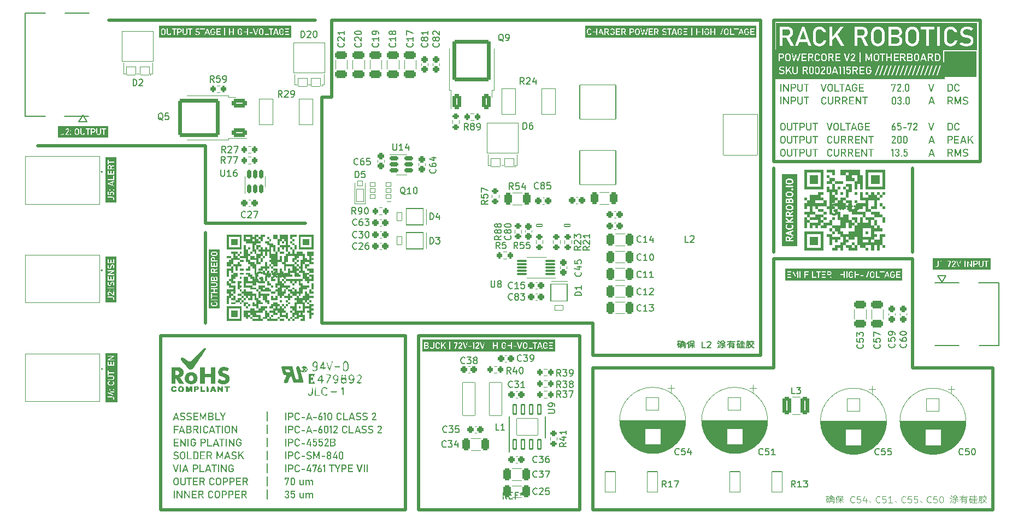
<source format=gto>
G04 #@! TF.GenerationSoftware,KiCad,Pcbnew,7.0.1*
G04 #@! TF.CreationDate,2024-02-25T13:56:51-08:00*
G04 #@! TF.ProjectId,POWERCORE-V2.0_MOTHERBOARD,504f5745-5243-44f5-9245-2d56322e305f,rev?*
G04 #@! TF.SameCoordinates,PX791ddbePYb90347e*
G04 #@! TF.FileFunction,Legend,Top*
G04 #@! TF.FilePolarity,Positive*
%FSLAX46Y46*%
G04 Gerber Fmt 4.6, Leading zero omitted, Abs format (unit mm)*
G04 Created by KiCad (PCBNEW 7.0.1) date 2024-02-25 13:56:51*
%MOMM*%
%LPD*%
G01*
G04 APERTURE LIST*
G04 Aperture macros list*
%AMRoundRect*
0 Rectangle with rounded corners*
0 $1 Rounding radius*
0 $2 $3 $4 $5 $6 $7 $8 $9 X,Y pos of 4 corners*
0 Add a 4 corners polygon primitive as box body*
4,1,4,$2,$3,$4,$5,$6,$7,$8,$9,$2,$3,0*
0 Add four circle primitives for the rounded corners*
1,1,$1+$1,$2,$3*
1,1,$1+$1,$4,$5*
1,1,$1+$1,$6,$7*
1,1,$1+$1,$8,$9*
0 Add four rect primitives between the rounded corners*
20,1,$1+$1,$2,$3,$4,$5,0*
20,1,$1+$1,$4,$5,$6,$7,0*
20,1,$1+$1,$6,$7,$8,$9,0*
20,1,$1+$1,$8,$9,$2,$3,0*%
G04 Aperture macros list end*
%ADD10C,0.500000*%
%ADD11C,0.150000*%
%ADD12C,0.200000*%
%ADD13C,0.152400*%
%ADD14C,0.300000*%
%ADD15C,0.100000*%
%ADD16C,0.240000*%
%ADD17C,0.120000*%
%ADD18C,2.000000*%
%ADD19C,1.300000*%
%ADD20RoundRect,0.050800X-2.795000X2.665000X-2.795000X-2.665000X2.795000X-2.665000X2.795000X2.665000X0*%
%ADD21RoundRect,0.050800X-2.640000X3.175000X-2.640000X-3.175000X2.640000X-3.175000X2.640000X3.175000X0*%
%ADD22C,1.879600*%
%ADD23C,3.276600*%
%ADD24RoundRect,0.050800X0.950000X2.550000X-0.950000X2.550000X-0.950000X-2.550000X0.950000X-2.550000X0*%
%ADD25RoundRect,0.275800X0.225000X0.250000X-0.225000X0.250000X-0.225000X-0.250000X0.225000X-0.250000X0*%
%ADD26C,1.752600*%
%ADD27RoundRect,0.275800X0.250000X-0.225000X0.250000X0.225000X-0.250000X0.225000X-0.250000X-0.225000X0*%
%ADD28RoundRect,0.275800X-0.250000X0.225000X-0.250000X-0.225000X0.250000X-0.225000X0.250000X0.225000X0*%
%ADD29RoundRect,0.300800X0.312500X0.625000X-0.312500X0.625000X-0.312500X-0.625000X0.312500X-0.625000X0*%
%ADD30RoundRect,0.300800X-0.325000X-0.650000X0.325000X-0.650000X0.325000X0.650000X-0.325000X0.650000X0*%
%ADD31RoundRect,0.050800X-0.450000X0.170000X-0.450000X-0.170000X0.450000X-0.170000X0.450000X0.170000X0*%
%ADD32RoundRect,0.275800X-0.225000X-0.250000X0.225000X-0.250000X0.225000X0.250000X-0.225000X0.250000X0*%
%ADD33RoundRect,0.250800X0.200000X0.275000X-0.200000X0.275000X-0.200000X-0.275000X0.200000X-0.275000X0*%
%ADD34RoundRect,0.250800X-0.275000X0.200000X-0.275000X-0.200000X0.275000X-0.200000X0.275000X0.200000X0*%
%ADD35RoundRect,0.250800X-0.200000X-0.275000X0.200000X-0.275000X0.200000X0.275000X-0.200000X0.275000X0*%
%ADD36RoundRect,0.300800X0.650000X-0.325000X0.650000X0.325000X-0.650000X0.325000X-0.650000X-0.325000X0*%
%ADD37RoundRect,0.250800X0.275000X-0.200000X0.275000X0.200000X-0.275000X0.200000X-0.275000X-0.200000X0*%
%ADD38RoundRect,0.050800X0.700000X0.635000X-0.700000X0.635000X-0.700000X-0.635000X0.700000X-0.635000X0*%
%ADD39RoundRect,0.050800X2.400000X2.360000X-2.400000X2.360000X-2.400000X-2.360000X2.400000X-2.360000X0*%
%ADD40RoundRect,0.200800X-0.512500X-0.150000X0.512500X-0.150000X0.512500X0.150000X-0.512500X0.150000X0*%
%ADD41RoundRect,0.300800X-0.650000X0.325000X-0.650000X-0.325000X0.650000X-0.325000X0.650000X0.325000X0*%
%ADD42RoundRect,0.050800X0.350000X0.310000X-0.350000X0.310000X-0.350000X-0.310000X0.350000X-0.310000X0*%
%ADD43RoundRect,0.050800X1.333500X1.270000X-1.333500X1.270000X-1.333500X-1.270000X1.333500X-1.270000X0*%
%ADD44RoundRect,0.050800X0.381000X0.635000X-0.381000X0.635000X-0.381000X-0.635000X0.381000X-0.635000X0*%
%ADD45RoundRect,0.125800X0.650000X0.075000X-0.650000X0.075000X-0.650000X-0.075000X0.650000X-0.075000X0*%
%ADD46RoundRect,0.050800X-1.000000X1.000000X-1.000000X-1.000000X1.000000X-1.000000X1.000000X1.000000X0*%
%ADD47C,2.101600*%
%ADD48RoundRect,0.050800X1.050000X2.000000X-1.050000X2.000000X-1.050000X-2.000000X1.050000X-2.000000X0*%
%ADD49RoundRect,0.300800X0.325000X0.650000X-0.325000X0.650000X-0.325000X-0.650000X0.325000X-0.650000X0*%
%ADD50RoundRect,0.300800X0.375000X1.075000X-0.375000X1.075000X-0.375000X-1.075000X0.375000X-1.075000X0*%
%ADD51RoundRect,0.300800X0.350000X-0.850000X0.350000X0.850000X-0.350000X0.850000X-0.350000X-0.850000X0*%
%ADD52RoundRect,0.300797X2.650003X-2.950003X2.650003X2.950003X-2.650003X2.950003X-2.650003X-2.950003X0*%
%ADD53RoundRect,0.050800X-0.800000X-1.600000X0.800000X-1.600000X0.800000X1.600000X-0.800000X1.600000X0*%
%ADD54RoundRect,0.050800X0.800000X1.600000X-0.800000X1.600000X-0.800000X-1.600000X0.800000X-1.600000X0*%
%ADD55RoundRect,0.050000X1.650000X-1.305000X1.650000X1.305000X-1.650000X1.305000X-1.650000X-1.305000X0*%
%ADD56RoundRect,0.120000X0.250000X-0.725000X0.250000X0.725000X-0.250000X0.725000X-0.250000X-0.725000X0*%
%ADD57RoundRect,0.050800X-1.050000X-2.000000X1.050000X-2.000000X1.050000X2.000000X-1.050000X2.000000X0*%
%ADD58RoundRect,0.200800X0.150000X-0.512500X0.150000X0.512500X-0.150000X0.512500X-0.150000X-0.512500X0*%
%ADD59C,3.101600*%
%ADD60RoundRect,0.300800X0.850000X0.350000X-0.850000X0.350000X-0.850000X-0.350000X0.850000X-0.350000X0*%
%ADD61RoundRect,0.300797X2.950003X2.650003X-2.950003X2.650003X-2.950003X-2.650003X2.950003X-2.650003X0*%
%ADD62RoundRect,0.050800X-1.270000X1.333500X-1.270000X-1.333500X1.270000X-1.333500X1.270000X1.333500X0*%
%ADD63RoundRect,0.050800X-0.635000X0.381000X-0.635000X-0.381000X0.635000X-0.381000X0.635000X0.381000X0*%
%ADD64RoundRect,0.050800X0.550000X-1.000000X0.550000X1.000000X-0.550000X1.000000X-0.550000X-1.000000X0*%
%ADD65RoundRect,0.050800X0.400000X-0.400000X0.400000X0.400000X-0.400000X0.400000X-0.400000X-0.400000X0*%
%ADD66C,0.751600*%
G04 APERTURE END LIST*
D10*
X27000002Y46999998D02*
X27000002Y32999998D01*
D11*
X79629002Y18485998D02*
X79629002Y15183998D01*
X74041002Y18485998D02*
X74041002Y13024998D01*
D10*
X115000002Y56999998D02*
X115000002Y43999998D01*
X136500002Y56999998D02*
X136500002Y43999998D01*
D11*
G36*
X146374145Y42531258D02*
G01*
X146386412Y42530286D01*
X146398202Y42528482D01*
X146409516Y42525844D01*
X146420353Y42522374D01*
X146430714Y42518070D01*
X146440598Y42512934D01*
X146450005Y42506965D01*
X146458936Y42500163D01*
X146467390Y42492528D01*
X146475368Y42484060D01*
X146480396Y42478047D01*
X146487330Y42468578D01*
X146493533Y42458567D01*
X146499007Y42448015D01*
X146503752Y42436923D01*
X146507766Y42425289D01*
X146511050Y42413115D01*
X146513605Y42400400D01*
X146515429Y42387143D01*
X146516524Y42373346D01*
X146516889Y42359008D01*
X146516727Y42349566D01*
X146515875Y42335833D01*
X146514294Y42322615D01*
X146511983Y42309913D01*
X146508942Y42297726D01*
X146505171Y42286053D01*
X146500670Y42274896D01*
X146495439Y42264255D01*
X146489479Y42254128D01*
X146482788Y42244517D01*
X146475368Y42235421D01*
X146470102Y42229712D01*
X146461807Y42221841D01*
X146453035Y42214797D01*
X146443786Y42208583D01*
X146434061Y42203197D01*
X146423860Y42198639D01*
X146413181Y42194911D01*
X146402027Y42192011D01*
X146390395Y42189939D01*
X146378287Y42188696D01*
X146365703Y42188282D01*
X146115598Y42188282D01*
X146115598Y42531443D01*
X146365703Y42531443D01*
X146374145Y42531258D01*
G37*
G36*
X148683839Y41291883D02*
G01*
X139652661Y41291883D01*
X139652661Y41782106D01*
X140020518Y41782106D01*
X140025835Y41774941D01*
X140034172Y41764572D01*
X140042942Y41754659D01*
X140052147Y41745201D01*
X140061784Y41736198D01*
X140071856Y41727650D01*
X140082361Y41719557D01*
X140093300Y41711919D01*
X140104672Y41704736D01*
X140116478Y41698009D01*
X140128717Y41691736D01*
X140141325Y41686018D01*
X140154143Y41680863D01*
X140167171Y41676269D01*
X140180409Y41672239D01*
X140193858Y41668770D01*
X140207517Y41665864D01*
X140221387Y41663521D01*
X140235467Y41661740D01*
X140249757Y41660521D01*
X140264258Y41659865D01*
X140274042Y41659740D01*
X140292340Y41660074D01*
X140310110Y41661076D01*
X140327351Y41662746D01*
X140344063Y41665083D01*
X140360247Y41668088D01*
X140375903Y41671762D01*
X140391030Y41676103D01*
X140405628Y41681112D01*
X140419698Y41686788D01*
X140433239Y41693133D01*
X140446251Y41700145D01*
X140458735Y41707826D01*
X140470691Y41716174D01*
X140482118Y41725190D01*
X140493016Y41734874D01*
X140503386Y41745225D01*
X140513205Y41756183D01*
X140522391Y41767684D01*
X140530943Y41779729D01*
X140538862Y41792318D01*
X140546148Y41805451D01*
X140552799Y41819128D01*
X140558818Y41833348D01*
X140564202Y41848113D01*
X140568954Y41863421D01*
X140573072Y41879273D01*
X140576556Y41895668D01*
X140579407Y41912608D01*
X140581624Y41930091D01*
X140583208Y41948119D01*
X140584158Y41966690D01*
X140584475Y41985805D01*
X140584475Y42425442D01*
X140768878Y42425442D01*
X140910295Y42512148D01*
X140910295Y41669998D01*
X141049757Y41669998D01*
X141049757Y41816300D01*
X141257852Y41816300D01*
X141257852Y41669998D01*
X141404154Y41669998D01*
X141404154Y41816300D01*
X141257852Y41816300D01*
X141049757Y41816300D01*
X141049757Y42379035D01*
X141257852Y42379035D01*
X141257852Y42232734D01*
X141404154Y42232734D01*
X141404154Y42379035D01*
X141257852Y42379035D01*
X141049757Y42379035D01*
X141049757Y42663823D01*
X141939290Y42663823D01*
X141939290Y42388561D01*
X142078752Y42388561D01*
X142078752Y42531443D01*
X142331544Y42531443D01*
X142074600Y41669998D01*
X142222856Y41669998D01*
X142439803Y42403460D01*
X142643686Y42403460D01*
X142787789Y42403460D01*
X142787789Y42404192D01*
X142788943Y42412289D01*
X142791106Y42423997D01*
X142793789Y42435181D01*
X142796991Y42445841D01*
X142800712Y42455978D01*
X142804953Y42465590D01*
X142809714Y42474679D01*
X142814994Y42483245D01*
X142820794Y42491286D01*
X142827113Y42498804D01*
X142833951Y42505798D01*
X142838800Y42510145D01*
X142849012Y42517999D01*
X142859912Y42524731D01*
X142871498Y42530341D01*
X142880638Y42533812D01*
X142890165Y42536652D01*
X142900079Y42538861D01*
X142910378Y42540439D01*
X142921064Y42541386D01*
X142932137Y42541701D01*
X142936123Y42541669D01*
X142947738Y42541186D01*
X142958838Y42540123D01*
X142969422Y42538481D01*
X142979491Y42536259D01*
X142989045Y42533458D01*
X143000983Y42528821D01*
X143012004Y42523154D01*
X143022110Y42516456D01*
X143031299Y42508728D01*
X143037541Y42502356D01*
X143044909Y42493124D01*
X143051185Y42483053D01*
X143056369Y42472142D01*
X143060462Y42460392D01*
X143063463Y42447802D01*
X143064998Y42437808D01*
X143065919Y42427343D01*
X143066226Y42416405D01*
X143066226Y42415183D01*
X143066078Y42408088D01*
X143065173Y42396071D01*
X143063856Y42386286D01*
X143062013Y42376349D01*
X143059643Y42366259D01*
X143056747Y42356016D01*
X143053323Y42345620D01*
X143049373Y42335072D01*
X143044954Y42324546D01*
X143040123Y42314097D01*
X143034879Y42303725D01*
X143029223Y42293428D01*
X143023156Y42283208D01*
X143016675Y42273065D01*
X143009783Y42262997D01*
X143002479Y42253006D01*
X142655898Y41790899D01*
X142655898Y41669998D01*
X143216436Y41669998D01*
X143216436Y41802622D01*
X142840546Y41802622D01*
X143128264Y42193655D01*
X143133081Y42200239D01*
X143140053Y42210190D01*
X143146719Y42220232D01*
X143153081Y42230363D01*
X143159139Y42240585D01*
X143164891Y42250897D01*
X143170339Y42261299D01*
X143175481Y42271791D01*
X143180319Y42282374D01*
X143184852Y42293046D01*
X143189080Y42303809D01*
X143191742Y42311024D01*
X143195413Y42321773D01*
X143198697Y42332431D01*
X143201595Y42342999D01*
X143204107Y42353477D01*
X143206232Y42363865D01*
X143207971Y42374162D01*
X143209323Y42384369D01*
X143210289Y42394487D01*
X143210869Y42404514D01*
X143211062Y42414451D01*
X143211062Y42415183D01*
X143210776Y42430413D01*
X143209917Y42445206D01*
X143208486Y42459562D01*
X143206483Y42473481D01*
X143203907Y42486963D01*
X143200758Y42500008D01*
X143197037Y42512616D01*
X143192744Y42524787D01*
X143187878Y42536522D01*
X143182440Y42547819D01*
X143176429Y42558679D01*
X143169846Y42569102D01*
X143162691Y42579089D01*
X143154963Y42588638D01*
X143146662Y42597750D01*
X143137789Y42606426D01*
X143128422Y42614618D01*
X143118578Y42622282D01*
X143108257Y42629418D01*
X143097459Y42636025D01*
X143086184Y42642103D01*
X143074431Y42647653D01*
X143062202Y42652674D01*
X143049496Y42657167D01*
X143036312Y42661131D01*
X143025610Y42663823D01*
X143311935Y42663823D01*
X143636045Y41669998D01*
X143768669Y41669998D01*
X144092535Y42663823D01*
X144611306Y42663823D01*
X144611306Y41669998D01*
X144750769Y41669998D01*
X144750769Y42663823D01*
X144996233Y42663823D01*
X144996233Y41670731D01*
X145134230Y41670731D01*
X145134230Y42401844D01*
X145602444Y41670731D01*
X145730427Y41670731D01*
X145730427Y42663823D01*
X145976135Y42663823D01*
X145976135Y41669998D01*
X146115598Y41669998D01*
X146115598Y42055658D01*
X146361062Y42055658D01*
X146366672Y42055694D01*
X146377757Y42055986D01*
X146388660Y42056570D01*
X146399382Y42057446D01*
X146409922Y42058614D01*
X146420282Y42060074D01*
X146430460Y42061825D01*
X146440457Y42063869D01*
X146450272Y42066205D01*
X146459906Y42068832D01*
X146469359Y42071752D01*
X146478631Y42074963D01*
X146492199Y42080327D01*
X146505358Y42086349D01*
X146518110Y42093027D01*
X146526389Y42097849D01*
X146538367Y42105533D01*
X146549816Y42113757D01*
X146560738Y42122523D01*
X146571131Y42131829D01*
X146580996Y42141677D01*
X146590334Y42152065D01*
X146599143Y42162995D01*
X146607424Y42174465D01*
X146615177Y42186476D01*
X146622402Y42199029D01*
X146626927Y42207668D01*
X146631160Y42216488D01*
X146635102Y42225490D01*
X146638751Y42234673D01*
X146642108Y42244037D01*
X146645174Y42253582D01*
X146647947Y42263309D01*
X146650429Y42273217D01*
X146652619Y42283307D01*
X146654516Y42293577D01*
X146656122Y42304029D01*
X146657436Y42314662D01*
X146658457Y42325477D01*
X146659187Y42336472D01*
X146659625Y42347649D01*
X146659771Y42359008D01*
X146659735Y42364754D01*
X146659443Y42376108D01*
X146658859Y42387274D01*
X146657983Y42398254D01*
X146656815Y42409046D01*
X146655356Y42419652D01*
X146653604Y42430070D01*
X146651560Y42440302D01*
X146649225Y42450346D01*
X146646597Y42460204D01*
X146643678Y42469874D01*
X146640466Y42479358D01*
X146636963Y42488654D01*
X146633168Y42497764D01*
X146629080Y42506686D01*
X146622402Y42519719D01*
X146617644Y42528149D01*
X146610067Y42540345D01*
X146601962Y42552005D01*
X146593329Y42563129D01*
X146584168Y42573715D01*
X146574478Y42583765D01*
X146564261Y42593278D01*
X146553515Y42602255D01*
X146542242Y42610695D01*
X146530440Y42618598D01*
X146518110Y42625965D01*
X146509654Y42630549D01*
X146496631Y42636871D01*
X146483199Y42642528D01*
X146474018Y42645929D01*
X146464656Y42649035D01*
X146455112Y42651844D01*
X146445387Y42654358D01*
X146435481Y42656576D01*
X146425393Y42658499D01*
X146415125Y42660126D01*
X146404675Y42661457D01*
X146394044Y42662492D01*
X146383231Y42663231D01*
X146372237Y42663675D01*
X146361062Y42663823D01*
X146820239Y42663823D01*
X146820239Y42029524D01*
X146820328Y42018580D01*
X146820595Y42007792D01*
X146821039Y41997159D01*
X146821662Y41986682D01*
X146822463Y41976361D01*
X146823442Y41966194D01*
X146824598Y41956184D01*
X146825933Y41946329D01*
X146829136Y41927085D01*
X146833050Y41908463D01*
X146837676Y41890464D01*
X146843014Y41873086D01*
X146849064Y41856331D01*
X146855826Y41840198D01*
X146863299Y41824686D01*
X146871484Y41809797D01*
X146880381Y41795530D01*
X146889989Y41781885D01*
X146900309Y41768862D01*
X146911341Y41756460D01*
X146923052Y41744748D01*
X146935346Y41733792D01*
X146948224Y41723591D01*
X146961686Y41714145D01*
X146975732Y41705456D01*
X146990362Y41697522D01*
X147005575Y41690343D01*
X147021373Y41683920D01*
X147037754Y41678253D01*
X147054720Y41673342D01*
X147072269Y41669186D01*
X147090402Y41665785D01*
X147109119Y41663141D01*
X147128420Y41661252D01*
X147138289Y41660590D01*
X147148305Y41660118D01*
X147158466Y41659835D01*
X147168773Y41659740D01*
X147179126Y41659835D01*
X147189332Y41660118D01*
X147199390Y41660590D01*
X147209302Y41661252D01*
X147228685Y41663141D01*
X147247481Y41665785D01*
X147265688Y41669186D01*
X147283308Y41673342D01*
X147300340Y41678253D01*
X147316784Y41683920D01*
X147332641Y41690343D01*
X147347910Y41697522D01*
X147362591Y41705456D01*
X147376685Y41714145D01*
X147390191Y41723591D01*
X147403109Y41733792D01*
X147415440Y41744748D01*
X147427182Y41756460D01*
X147432817Y41762583D01*
X147443551Y41775295D01*
X147453568Y41788629D01*
X147462871Y41802586D01*
X147471457Y41817164D01*
X147479328Y41832364D01*
X147486484Y41848187D01*
X147492924Y41864631D01*
X147498648Y41881697D01*
X147503657Y41899386D01*
X147507951Y41917697D01*
X147511528Y41936629D01*
X147513049Y41946329D01*
X147514391Y41956184D01*
X147515553Y41966194D01*
X147516537Y41976361D01*
X147517342Y41986682D01*
X147517968Y41997159D01*
X147518416Y42007792D01*
X147518684Y42018580D01*
X147518773Y42029524D01*
X147518773Y42663823D01*
X147614517Y42663823D01*
X147614517Y42531443D01*
X147895396Y42531443D01*
X147895396Y41669998D01*
X148034858Y41669998D01*
X148034858Y42531443D01*
X148315982Y42531443D01*
X148315982Y42663823D01*
X147614517Y42663823D01*
X147518773Y42663823D01*
X147379311Y42663823D01*
X147379311Y42024883D01*
X147379096Y42011489D01*
X147378452Y41998478D01*
X147377379Y41985851D01*
X147375876Y41973608D01*
X147373944Y41961748D01*
X147371583Y41950271D01*
X147368792Y41939178D01*
X147365572Y41928468D01*
X147361923Y41918143D01*
X147357844Y41908200D01*
X147353336Y41898641D01*
X147348399Y41889466D01*
X147343032Y41880674D01*
X147337236Y41872266D01*
X147331011Y41864241D01*
X147324356Y41856600D01*
X147317308Y41849413D01*
X147309904Y41842690D01*
X147302142Y41836430D01*
X147294024Y41830634D01*
X147285549Y41825302D01*
X147276717Y41820433D01*
X147267529Y41816028D01*
X147257983Y41812087D01*
X147248081Y41808609D01*
X147237822Y41805595D01*
X147227206Y41803045D01*
X147216233Y41800958D01*
X147204903Y41799336D01*
X147193217Y41798176D01*
X147181173Y41797481D01*
X147168773Y41797249D01*
X147156492Y41797481D01*
X147144563Y41798176D01*
X147132984Y41799336D01*
X147121757Y41800958D01*
X147110880Y41803045D01*
X147100355Y41805595D01*
X147090181Y41808609D01*
X147080357Y41812087D01*
X147070885Y41816028D01*
X147061764Y41820433D01*
X147052995Y41825302D01*
X147044576Y41830634D01*
X147036508Y41836430D01*
X147028792Y41842690D01*
X147021426Y41849413D01*
X147014412Y41856600D01*
X147007787Y41864241D01*
X147001589Y41872266D01*
X146995819Y41880674D01*
X146990476Y41889466D01*
X146985561Y41898641D01*
X146981073Y41908200D01*
X146977012Y41918143D01*
X146973379Y41928468D01*
X146970173Y41939178D01*
X146967395Y41950271D01*
X146965044Y41961748D01*
X146963121Y41973608D01*
X146961625Y41985851D01*
X146960556Y41998478D01*
X146959915Y42011489D01*
X146959701Y42024883D01*
X146959701Y42663823D01*
X146820239Y42663823D01*
X146361062Y42663823D01*
X146115598Y42663823D01*
X145976135Y42663823D01*
X145730427Y42663823D01*
X145592186Y42663823D01*
X145592186Y41921926D01*
X145122751Y42663823D01*
X144996233Y42663823D01*
X144750769Y42663823D01*
X144611306Y42663823D01*
X144092535Y42663823D01*
X143940860Y42663823D01*
X143702235Y41884688D01*
X143463609Y42663823D01*
X143311935Y42663823D01*
X143025610Y42663823D01*
X143022652Y42664567D01*
X143008514Y42667474D01*
X142993900Y42669852D01*
X142978808Y42671702D01*
X142963240Y42673024D01*
X142947194Y42673817D01*
X142930671Y42674081D01*
X142916063Y42673804D01*
X142901790Y42672974D01*
X142887853Y42671591D01*
X142874251Y42669654D01*
X142860986Y42667164D01*
X142848056Y42664120D01*
X142835463Y42660523D01*
X142823205Y42656373D01*
X142811282Y42651670D01*
X142799696Y42646413D01*
X142788446Y42640602D01*
X142777531Y42634239D01*
X142766952Y42627322D01*
X142756709Y42619851D01*
X142746802Y42611828D01*
X142737231Y42603250D01*
X142728050Y42594201D01*
X142719314Y42584699D01*
X142711022Y42574746D01*
X142703174Y42564339D01*
X142695772Y42553481D01*
X142688814Y42542171D01*
X142682300Y42530408D01*
X142676231Y42518193D01*
X142670607Y42505526D01*
X142665428Y42492406D01*
X142660692Y42478834D01*
X142656402Y42464811D01*
X142652556Y42450334D01*
X142649155Y42435406D01*
X142646198Y42420025D01*
X142643686Y42404192D01*
X142643686Y42403460D01*
X142439803Y42403460D01*
X142480043Y42539503D01*
X142480043Y42663823D01*
X141939290Y42663823D01*
X141049757Y42663823D01*
X140910295Y42663823D01*
X140768878Y42569545D01*
X140768878Y42425442D01*
X140584475Y42425442D01*
X140584475Y42663823D01*
X140445012Y42663823D01*
X140445012Y41986537D01*
X140444968Y41980853D01*
X140444617Y41969725D01*
X140443915Y41958917D01*
X140442861Y41948430D01*
X140441457Y41938263D01*
X140439702Y41928417D01*
X140436410Y41914249D01*
X140432329Y41900802D01*
X140427457Y41888077D01*
X140421796Y41876073D01*
X140415344Y41864790D01*
X140408103Y41854228D01*
X140400071Y41844388D01*
X140391369Y41835353D01*
X140382022Y41827206D01*
X140372032Y41819948D01*
X140361397Y41813579D01*
X140350118Y41808099D01*
X140338196Y41803507D01*
X140325629Y41799804D01*
X140312419Y41796990D01*
X140298564Y41795064D01*
X140284065Y41794027D01*
X140274042Y41793830D01*
X140262257Y41794116D01*
X140250839Y41794975D01*
X140239787Y41796406D01*
X140229101Y41798409D01*
X140218782Y41800985D01*
X140208829Y41804134D01*
X140199243Y41807855D01*
X140190022Y41812148D01*
X140183393Y41815759D01*
X140175014Y41820982D01*
X140165281Y41828165D01*
X140156372Y41836075D01*
X140148285Y41844713D01*
X140141020Y41854079D01*
X140134579Y41864172D01*
X140020518Y41782106D01*
X139652661Y41782106D01*
X139652661Y43041938D01*
X148683839Y43041938D01*
X148683839Y41291883D01*
G37*
G36*
X13208117Y36152657D02*
G01*
X11458062Y36152657D01*
X11458062Y37084472D01*
X11836177Y37084472D01*
X11836177Y36945009D01*
X12513463Y36945009D01*
X12519147Y36944965D01*
X12530275Y36944614D01*
X12541083Y36943912D01*
X12551570Y36942858D01*
X12561737Y36941454D01*
X12571583Y36939699D01*
X12585751Y36936407D01*
X12599198Y36932326D01*
X12611923Y36927454D01*
X12623927Y36921793D01*
X12635210Y36915341D01*
X12645772Y36908100D01*
X12655612Y36900068D01*
X12664647Y36891366D01*
X12672794Y36882019D01*
X12680052Y36872029D01*
X12686421Y36861394D01*
X12691901Y36850115D01*
X12696493Y36838193D01*
X12700196Y36825626D01*
X12703010Y36812416D01*
X12704936Y36798561D01*
X12705973Y36784062D01*
X12706170Y36774039D01*
X12705884Y36762254D01*
X12705025Y36750836D01*
X12703594Y36739784D01*
X12701591Y36729098D01*
X12699015Y36718779D01*
X12695866Y36708826D01*
X12692145Y36699240D01*
X12687852Y36690019D01*
X12684241Y36683390D01*
X12679018Y36675011D01*
X12671835Y36665278D01*
X12663925Y36656369D01*
X12655287Y36648282D01*
X12645921Y36641017D01*
X12635828Y36634576D01*
X12717894Y36520515D01*
X12725059Y36525832D01*
X12735428Y36534169D01*
X12745341Y36542939D01*
X12754799Y36552144D01*
X12763802Y36561781D01*
X12772350Y36571853D01*
X12780443Y36582358D01*
X12788081Y36593297D01*
X12795264Y36604669D01*
X12801991Y36616475D01*
X12808264Y36628714D01*
X12813982Y36641322D01*
X12819137Y36654140D01*
X12823731Y36667168D01*
X12827761Y36680406D01*
X12831230Y36693855D01*
X12834136Y36707514D01*
X12836479Y36721384D01*
X12838260Y36735464D01*
X12839479Y36749754D01*
X12840135Y36764255D01*
X12840260Y36774039D01*
X12839926Y36792337D01*
X12838924Y36810107D01*
X12837254Y36827348D01*
X12834917Y36844060D01*
X12831912Y36860244D01*
X12828238Y36875900D01*
X12823897Y36891027D01*
X12818888Y36905625D01*
X12813212Y36919695D01*
X12806867Y36933236D01*
X12799855Y36946248D01*
X12792174Y36958732D01*
X12783826Y36970688D01*
X12774810Y36982115D01*
X12765126Y36993013D01*
X12754775Y37003383D01*
X12743817Y37013202D01*
X12732316Y37022388D01*
X12720271Y37030940D01*
X12707682Y37038859D01*
X12694549Y37046145D01*
X12680872Y37052796D01*
X12666652Y37058815D01*
X12651887Y37064199D01*
X12636579Y37068951D01*
X12620727Y37073069D01*
X12604332Y37076553D01*
X12587392Y37079404D01*
X12569909Y37081621D01*
X12551881Y37083205D01*
X12533310Y37084155D01*
X12514195Y37084472D01*
X11836177Y37084472D01*
X11458062Y37084472D01*
X11458062Y37569538D01*
X11825919Y37569538D01*
X11826196Y37554929D01*
X11827026Y37540656D01*
X11828409Y37526719D01*
X11830346Y37513118D01*
X11832836Y37499852D01*
X11835880Y37486923D01*
X11839477Y37474329D01*
X11843627Y37462071D01*
X11848330Y37450149D01*
X11853587Y37438563D01*
X11859398Y37427312D01*
X11865761Y37416398D01*
X11872678Y37405819D01*
X11880149Y37395576D01*
X11888172Y37385669D01*
X11896750Y37376098D01*
X11905799Y37366917D01*
X11915301Y37358180D01*
X11925254Y37349888D01*
X11935661Y37342041D01*
X11946519Y37334638D01*
X11957829Y37327680D01*
X11969592Y37321167D01*
X11981807Y37315098D01*
X11994474Y37309474D01*
X12007594Y37304294D01*
X12021166Y37299559D01*
X12035189Y37295268D01*
X12049666Y37291423D01*
X12064594Y37288021D01*
X12079975Y37285065D01*
X12095808Y37282553D01*
X12096540Y37282553D01*
X12096540Y37426656D01*
X12095808Y37426656D01*
X12087711Y37427809D01*
X12076003Y37429972D01*
X12064819Y37432655D01*
X12054159Y37435857D01*
X12044022Y37439579D01*
X12034410Y37443820D01*
X12025321Y37448580D01*
X12016755Y37453861D01*
X12008714Y37459660D01*
X12001196Y37465979D01*
X11994202Y37472818D01*
X11989855Y37477666D01*
X11982001Y37487879D01*
X11975269Y37498778D01*
X11969659Y37510364D01*
X11966188Y37519505D01*
X11963348Y37529032D01*
X11961139Y37538945D01*
X11959561Y37549245D01*
X11958614Y37559931D01*
X11958299Y37571003D01*
X11958331Y37574990D01*
X11958814Y37586604D01*
X11959877Y37597704D01*
X11961519Y37608289D01*
X11963741Y37618358D01*
X11966542Y37627912D01*
X11971179Y37639849D01*
X11976846Y37650871D01*
X11983544Y37660976D01*
X11991272Y37670166D01*
X11997644Y37676408D01*
X12006876Y37683775D01*
X12016947Y37690051D01*
X12027858Y37695235D01*
X12039608Y37699328D01*
X12052198Y37702330D01*
X12062192Y37703865D01*
X12072657Y37704786D01*
X12083595Y37705093D01*
X12084817Y37705093D01*
X12091912Y37704945D01*
X12103929Y37704039D01*
X12113714Y37702723D01*
X12123651Y37700880D01*
X12133741Y37698510D01*
X12143984Y37695613D01*
X12154380Y37692190D01*
X12164928Y37688240D01*
X12175454Y37683821D01*
X12185903Y37678989D01*
X12196275Y37673746D01*
X12206572Y37668090D01*
X12216792Y37662022D01*
X12226935Y37655542D01*
X12237003Y37648650D01*
X12246994Y37641345D01*
X12709101Y37294765D01*
X12830002Y37294765D01*
X12830002Y37855302D01*
X12697378Y37855302D01*
X12697378Y37479412D01*
X12306345Y37767130D01*
X12299761Y37771948D01*
X12289810Y37778919D01*
X12279768Y37785586D01*
X12269637Y37791948D01*
X12259415Y37798005D01*
X12249103Y37803758D01*
X12238701Y37809205D01*
X12228209Y37814348D01*
X12217626Y37819186D01*
X12206954Y37823719D01*
X12196191Y37827947D01*
X12188976Y37830609D01*
X12178227Y37834280D01*
X12167569Y37837564D01*
X12157001Y37840462D01*
X12146523Y37842974D01*
X12136135Y37845099D01*
X12125838Y37846838D01*
X12115631Y37848190D01*
X12105513Y37849156D01*
X12095486Y37849736D01*
X12085549Y37849929D01*
X12084817Y37849929D01*
X12069587Y37849642D01*
X12054794Y37848784D01*
X12040438Y37847353D01*
X12026519Y37845349D01*
X12013037Y37842773D01*
X11999992Y37839625D01*
X11987384Y37835904D01*
X11975213Y37831611D01*
X11963478Y37826745D01*
X11952181Y37821307D01*
X11941321Y37815296D01*
X11930898Y37808713D01*
X11920911Y37801557D01*
X11911362Y37793829D01*
X11902250Y37785529D01*
X11893574Y37776656D01*
X11885382Y37767289D01*
X11877718Y37757445D01*
X11870582Y37747123D01*
X11863975Y37736325D01*
X11857897Y37725050D01*
X11852347Y37713298D01*
X11847326Y37701068D01*
X11842833Y37688362D01*
X11838869Y37675179D01*
X11835433Y37661518D01*
X11832526Y37647381D01*
X11830148Y37632766D01*
X11828298Y37617675D01*
X11826976Y37602106D01*
X11826183Y37586061D01*
X11825919Y37569538D01*
X11458062Y37569538D01*
X11458062Y38162071D01*
X12120965Y38162071D01*
X12120965Y38015770D01*
X12267266Y38015770D01*
X12267266Y38162071D01*
X12683700Y38162071D01*
X12683700Y38015770D01*
X12830002Y38015770D01*
X12830002Y38162071D01*
X12683700Y38162071D01*
X12267266Y38162071D01*
X12120965Y38162071D01*
X11458062Y38162071D01*
X11458062Y38509384D01*
X11836177Y38509384D01*
X11836177Y38369922D01*
X12830002Y38369922D01*
X12830002Y38509384D01*
X11836177Y38509384D01*
X11458062Y38509384D01*
X11458062Y39093125D01*
X11825919Y39093125D01*
X11825994Y39082696D01*
X11826217Y39072416D01*
X11826589Y39062283D01*
X11827110Y39052298D01*
X11828598Y39032772D01*
X11830682Y39013837D01*
X11833361Y38995494D01*
X11836635Y38977743D01*
X11840505Y38960583D01*
X11844970Y38944015D01*
X11850031Y38928038D01*
X11855686Y38912652D01*
X11861937Y38897858D01*
X11868784Y38883656D01*
X11876226Y38870045D01*
X11884263Y38857026D01*
X11892895Y38844598D01*
X11902123Y38832762D01*
X11911893Y38821582D01*
X11922151Y38811124D01*
X11932898Y38801386D01*
X11944133Y38792370D01*
X11955856Y38784076D01*
X11968068Y38776502D01*
X11980769Y38769650D01*
X11993958Y38763519D01*
X12007636Y38758109D01*
X12021802Y38753421D01*
X12036456Y38749454D01*
X12051600Y38746208D01*
X12067231Y38743684D01*
X12083351Y38741881D01*
X12099960Y38740799D01*
X12117057Y38740438D01*
X12117789Y38740438D01*
X12128492Y38740552D01*
X12138924Y38740892D01*
X12149085Y38741460D01*
X12158975Y38742255D01*
X12173302Y38743873D01*
X12187019Y38746001D01*
X12200126Y38748641D01*
X12212624Y38751792D01*
X12224513Y38755453D01*
X12235791Y38759626D01*
X12246460Y38764309D01*
X12256519Y38769503D01*
X12262898Y38773210D01*
X12272116Y38779045D01*
X12280913Y38785211D01*
X12289289Y38791707D01*
X12297245Y38798535D01*
X12304780Y38805692D01*
X12311894Y38813181D01*
X12318587Y38820999D01*
X12324860Y38829149D01*
X12330711Y38837629D01*
X12336142Y38846440D01*
X12339536Y38852459D01*
X12344415Y38861620D01*
X12349042Y38870940D01*
X12353414Y38880419D01*
X12357534Y38890057D01*
X12361400Y38899854D01*
X12365013Y38909809D01*
X12368372Y38919923D01*
X12371478Y38930197D01*
X12374331Y38940629D01*
X12376931Y38951220D01*
X12378536Y38958360D01*
X12380893Y38969056D01*
X12383190Y38979735D01*
X12385427Y38990397D01*
X12387603Y39001041D01*
X12389720Y39011669D01*
X12391776Y39022279D01*
X12393773Y39032872D01*
X12395709Y39043448D01*
X12397585Y39054007D01*
X12399401Y39064548D01*
X12400002Y39068172D01*
X12401863Y39078936D01*
X12403814Y39089536D01*
X12405856Y39099973D01*
X12407987Y39110247D01*
X12410209Y39120358D01*
X12412521Y39130306D01*
X12414923Y39140090D01*
X12417415Y39149711D01*
X12419998Y39159170D01*
X12423581Y39171527D01*
X12427489Y39183445D01*
X12431886Y39194776D01*
X12436771Y39205518D01*
X12442144Y39215674D01*
X12448006Y39225241D01*
X12454356Y39234221D01*
X12461195Y39242613D01*
X12468522Y39250417D01*
X12472381Y39254055D01*
X12480724Y39260627D01*
X12489898Y39266260D01*
X12499904Y39270954D01*
X12510743Y39274709D01*
X12522413Y39277525D01*
X12534915Y39279403D01*
X12544838Y39280195D01*
X12555228Y39280459D01*
X12555961Y39280459D01*
X12564874Y39280226D01*
X12577778Y39279004D01*
X12590124Y39276734D01*
X12601913Y39273417D01*
X12613142Y39269052D01*
X12623814Y39263640D01*
X12633928Y39257180D01*
X12643483Y39249672D01*
X12652481Y39241117D01*
X12660920Y39231514D01*
X12668801Y39220864D01*
X12673681Y39213255D01*
X12680411Y39201130D01*
X12686433Y39188151D01*
X12690053Y39179023D01*
X12693359Y39169516D01*
X12696350Y39159629D01*
X12699026Y39149362D01*
X12701388Y39138715D01*
X12703434Y39127689D01*
X12705166Y39116283D01*
X12706583Y39104497D01*
X12707684Y39092332D01*
X12708472Y39079787D01*
X12708944Y39066862D01*
X12709101Y39053557D01*
X12709077Y39048562D01*
X12708884Y39038640D01*
X12708499Y39028809D01*
X12707560Y39014234D01*
X12706186Y38999866D01*
X12704380Y38985704D01*
X12702139Y38971748D01*
X12699465Y38957997D01*
X12696357Y38944453D01*
X12692816Y38931115D01*
X12688841Y38917984D01*
X12684433Y38905058D01*
X12681254Y38896584D01*
X12676128Y38884037D01*
X12670572Y38871688D01*
X12664587Y38859537D01*
X12658173Y38847583D01*
X12651329Y38835826D01*
X12644056Y38824267D01*
X12636354Y38812905D01*
X12628223Y38801741D01*
X12619662Y38790775D01*
X12610671Y38780005D01*
X12717161Y38693299D01*
X12722237Y38699402D01*
X12729650Y38708661D01*
X12736823Y38718044D01*
X12743755Y38727552D01*
X12750447Y38737184D01*
X12756898Y38746940D01*
X12763109Y38756821D01*
X12769080Y38766827D01*
X12774810Y38776957D01*
X12780300Y38787212D01*
X12785549Y38797591D01*
X12788915Y38804583D01*
X12793764Y38815190D01*
X12798372Y38825938D01*
X12802740Y38836828D01*
X12806867Y38847860D01*
X12810754Y38859034D01*
X12814400Y38870349D01*
X12817807Y38881805D01*
X12820972Y38893404D01*
X12823897Y38905144D01*
X12826582Y38917026D01*
X12828238Y38925058D01*
X12830522Y38937232D01*
X12832566Y38949556D01*
X12834369Y38962030D01*
X12835932Y38974655D01*
X12837254Y38987429D01*
X12838336Y39000355D01*
X12839178Y39013430D01*
X12839779Y39026655D01*
X12840139Y39040031D01*
X12840260Y39053557D01*
X12840186Y39064335D01*
X12839966Y39074959D01*
X12839599Y39085431D01*
X12839084Y39095750D01*
X12838423Y39105917D01*
X12837615Y39115931D01*
X12836660Y39125792D01*
X12835558Y39135501D01*
X12832913Y39154460D01*
X12829681Y39172809D01*
X12825861Y39190547D01*
X12821453Y39207675D01*
X12816457Y39224192D01*
X12810874Y39240098D01*
X12804703Y39255394D01*
X12797945Y39270079D01*
X12790598Y39284153D01*
X12782664Y39297617D01*
X12774142Y39310470D01*
X12765033Y39322713D01*
X12755387Y39334307D01*
X12745257Y39345153D01*
X12734642Y39355251D01*
X12723542Y39364601D01*
X12711958Y39373203D01*
X12699889Y39381057D01*
X12687335Y39388163D01*
X12674297Y39394520D01*
X12660774Y39400130D01*
X12646766Y39404992D01*
X12632274Y39409106D01*
X12617297Y39412472D01*
X12601835Y39415090D01*
X12585888Y39416960D01*
X12569457Y39418082D01*
X12552542Y39418456D01*
X12551076Y39418456D01*
X12541030Y39418350D01*
X12526411Y39417794D01*
X12512333Y39416762D01*
X12498796Y39415253D01*
X12485800Y39413267D01*
X12473345Y39410805D01*
X12461431Y39407866D01*
X12450058Y39404451D01*
X12439226Y39400559D01*
X12428935Y39396190D01*
X12419185Y39391345D01*
X12412949Y39387917D01*
X12403910Y39382514D01*
X12395249Y39376798D01*
X12386966Y39370768D01*
X12379061Y39364424D01*
X12371533Y39357767D01*
X12364383Y39350797D01*
X12357611Y39343514D01*
X12351217Y39335917D01*
X12345200Y39328006D01*
X12339562Y39319782D01*
X12335982Y39314156D01*
X12330813Y39305570D01*
X12325884Y39296808D01*
X12321196Y39287870D01*
X12316748Y39278756D01*
X12312541Y39269466D01*
X12308574Y39260000D01*
X12304847Y39250358D01*
X12301361Y39240540D01*
X12298115Y39230546D01*
X12295110Y39220375D01*
X12293203Y39213537D01*
X12290408Y39203278D01*
X12287691Y39193020D01*
X12285050Y39182762D01*
X12282487Y39172504D01*
X12280001Y39162246D01*
X12277593Y39151987D01*
X12275262Y39141729D01*
X12273008Y39131471D01*
X12270831Y39121213D01*
X12268731Y39110955D01*
X12267198Y39103383D01*
X12264873Y39092140D01*
X12262519Y39081035D01*
X12260134Y39070067D01*
X12257719Y39059236D01*
X12255274Y39048543D01*
X12252798Y39037987D01*
X12250293Y39027569D01*
X12247758Y39017287D01*
X12245193Y39007144D01*
X12242597Y38997137D01*
X12241697Y38993844D01*
X12238819Y38984200D01*
X12234568Y38971889D01*
X12229843Y38960203D01*
X12224646Y38949144D01*
X12218975Y38938710D01*
X12212830Y38928902D01*
X12206213Y38919720D01*
X12199122Y38911164D01*
X12195325Y38907201D01*
X12187112Y38900041D01*
X12178075Y38893905D01*
X12168214Y38888791D01*
X12157528Y38884700D01*
X12146018Y38881631D01*
X12133684Y38879586D01*
X12123893Y38878723D01*
X12113637Y38878435D01*
X12112905Y38878435D01*
X12103725Y38878656D01*
X12090454Y38879813D01*
X12077779Y38881962D01*
X12065701Y38885102D01*
X12054220Y38889235D01*
X12043336Y38894359D01*
X12033049Y38900474D01*
X12023358Y38907582D01*
X12014264Y38915681D01*
X12005767Y38924773D01*
X11997866Y38934855D01*
X11990577Y38945833D01*
X11984004Y38957610D01*
X11978149Y38970185D01*
X11973011Y38983559D01*
X11969983Y38992918D01*
X11967275Y39002633D01*
X11964885Y39012702D01*
X11962813Y39023126D01*
X11961061Y39033905D01*
X11959627Y39045039D01*
X11958512Y39056528D01*
X11957715Y39068372D01*
X11957237Y39080571D01*
X11957078Y39093125D01*
X11957158Y39100236D01*
X11957578Y39110891D01*
X11958360Y39121533D01*
X11959502Y39132163D01*
X11961005Y39142780D01*
X11962868Y39153383D01*
X11965092Y39163974D01*
X11967676Y39174552D01*
X11970622Y39185118D01*
X11973927Y39195670D01*
X11977594Y39206209D01*
X11980243Y39213264D01*
X11984536Y39223852D01*
X11989211Y39234450D01*
X11994268Y39245056D01*
X11999707Y39255670D01*
X12005528Y39266293D01*
X12011731Y39276925D01*
X12018316Y39287565D01*
X12025283Y39298214D01*
X12032633Y39308872D01*
X12040364Y39319538D01*
X11929722Y39398673D01*
X11923235Y39389618D01*
X11916961Y39380530D01*
X11910900Y39371407D01*
X11905054Y39362250D01*
X11899421Y39353058D01*
X11894002Y39343832D01*
X11888796Y39334572D01*
X11883805Y39325278D01*
X11879027Y39315949D01*
X11874462Y39306585D01*
X11870112Y39297188D01*
X11865975Y39287756D01*
X11862052Y39278290D01*
X11858342Y39268789D01*
X11854847Y39259254D01*
X11851565Y39249684D01*
X11848459Y39240114D01*
X11845554Y39230515D01*
X11842849Y39220888D01*
X11840345Y39211231D01*
X11838041Y39201547D01*
X11835937Y39191833D01*
X11834034Y39182091D01*
X11832331Y39172321D01*
X11830828Y39162521D01*
X11829526Y39152693D01*
X11828424Y39142837D01*
X11827522Y39132952D01*
X11826821Y39123038D01*
X11826320Y39113095D01*
X11826019Y39103124D01*
X11825919Y39093125D01*
X11458062Y39093125D01*
X11458062Y40241310D01*
X11836177Y40241310D01*
X11836177Y39670515D01*
X11836177Y39602860D01*
X12830002Y39602860D01*
X12830002Y39742322D01*
X12830002Y40241310D01*
X12697378Y40241310D01*
X12697378Y39742322D01*
X12402821Y39742322D01*
X12402821Y40166084D01*
X12270197Y40166084D01*
X12270197Y39742322D01*
X11968557Y39742322D01*
X11968557Y40241310D01*
X11836177Y40241310D01*
X11458062Y40241310D01*
X11458062Y41173341D01*
X11836177Y41173341D01*
X11836177Y41035100D01*
X12578074Y41035100D01*
X11836177Y40565665D01*
X11836177Y40439147D01*
X12829269Y40439147D01*
X12829269Y40577144D01*
X12098156Y40577144D01*
X12829269Y41045358D01*
X12829269Y41173341D01*
X11836177Y41173341D01*
X11458062Y41173341D01*
X11458062Y41757326D01*
X11825919Y41757326D01*
X11825994Y41746897D01*
X11826217Y41736617D01*
X11826589Y41726484D01*
X11827110Y41716499D01*
X11828598Y41696973D01*
X11830682Y41678038D01*
X11833361Y41659695D01*
X11836635Y41641944D01*
X11840505Y41624784D01*
X11844970Y41608216D01*
X11850031Y41592239D01*
X11855686Y41576853D01*
X11861937Y41562059D01*
X11868784Y41547857D01*
X11876226Y41534246D01*
X11884263Y41521227D01*
X11892895Y41508799D01*
X11902123Y41496963D01*
X11911893Y41485783D01*
X11922151Y41475325D01*
X11932898Y41465587D01*
X11944133Y41456571D01*
X11955856Y41448277D01*
X11968068Y41440703D01*
X11980769Y41433851D01*
X11993958Y41427720D01*
X12007636Y41422310D01*
X12021802Y41417622D01*
X12036456Y41413655D01*
X12051600Y41410409D01*
X12067231Y41407885D01*
X12083351Y41406082D01*
X12099960Y41405000D01*
X12117057Y41404639D01*
X12117789Y41404639D01*
X12128492Y41404753D01*
X12138924Y41405093D01*
X12149085Y41405661D01*
X12158975Y41406456D01*
X12173302Y41408074D01*
X12187019Y41410202D01*
X12200126Y41412842D01*
X12212624Y41415993D01*
X12224513Y41419654D01*
X12235791Y41423826D01*
X12246460Y41428510D01*
X12256519Y41433704D01*
X12262898Y41437411D01*
X12272116Y41443246D01*
X12280913Y41449412D01*
X12289289Y41455908D01*
X12297245Y41462736D01*
X12304780Y41469893D01*
X12311894Y41477382D01*
X12318587Y41485200D01*
X12324860Y41493350D01*
X12330711Y41501830D01*
X12336142Y41510641D01*
X12339536Y41516660D01*
X12344415Y41525821D01*
X12349042Y41535141D01*
X12353414Y41544620D01*
X12357534Y41554258D01*
X12361400Y41564055D01*
X12365013Y41574010D01*
X12368372Y41584124D01*
X12371478Y41594398D01*
X12374331Y41604830D01*
X12376931Y41615421D01*
X12378536Y41622561D01*
X12380893Y41633257D01*
X12383190Y41643936D01*
X12385427Y41654598D01*
X12387603Y41665242D01*
X12389720Y41675870D01*
X12391776Y41686480D01*
X12393773Y41697073D01*
X12395709Y41707649D01*
X12397585Y41718208D01*
X12399401Y41728749D01*
X12400002Y41732373D01*
X12401863Y41743137D01*
X12403814Y41753737D01*
X12405856Y41764174D01*
X12407987Y41774448D01*
X12410209Y41784559D01*
X12412521Y41794507D01*
X12414923Y41804291D01*
X12417415Y41813912D01*
X12419998Y41823371D01*
X12423581Y41835728D01*
X12427489Y41847646D01*
X12431886Y41858977D01*
X12436771Y41869719D01*
X12442144Y41879875D01*
X12448006Y41889442D01*
X12454356Y41898422D01*
X12461195Y41906814D01*
X12468522Y41914618D01*
X12472381Y41918256D01*
X12480724Y41924828D01*
X12489898Y41930461D01*
X12499904Y41935155D01*
X12510743Y41938910D01*
X12522413Y41941726D01*
X12534915Y41943604D01*
X12544838Y41944396D01*
X12555228Y41944660D01*
X12555961Y41944660D01*
X12564874Y41944427D01*
X12577778Y41943205D01*
X12590124Y41940935D01*
X12601913Y41937618D01*
X12613142Y41933253D01*
X12623814Y41927841D01*
X12633928Y41921381D01*
X12643483Y41913873D01*
X12652481Y41905318D01*
X12660920Y41895715D01*
X12668801Y41885065D01*
X12673681Y41877456D01*
X12680411Y41865331D01*
X12686433Y41852352D01*
X12690053Y41843224D01*
X12693359Y41833717D01*
X12696350Y41823829D01*
X12699026Y41813563D01*
X12701388Y41802916D01*
X12703434Y41791890D01*
X12705166Y41780484D01*
X12706583Y41768698D01*
X12707684Y41756533D01*
X12708472Y41743988D01*
X12708944Y41731063D01*
X12709101Y41717758D01*
X12709077Y41712763D01*
X12708884Y41702841D01*
X12708499Y41693010D01*
X12707560Y41678435D01*
X12706186Y41664067D01*
X12704380Y41649905D01*
X12702139Y41635949D01*
X12699465Y41622198D01*
X12696357Y41608654D01*
X12692816Y41595316D01*
X12688841Y41582185D01*
X12684433Y41569259D01*
X12681254Y41560785D01*
X12676128Y41548238D01*
X12670572Y41535889D01*
X12664587Y41523738D01*
X12658173Y41511783D01*
X12651329Y41500027D01*
X12644056Y41488468D01*
X12636354Y41477106D01*
X12628223Y41465942D01*
X12619662Y41454976D01*
X12610671Y41444206D01*
X12717161Y41357500D01*
X12722237Y41363603D01*
X12729650Y41372862D01*
X12736823Y41382245D01*
X12743755Y41391753D01*
X12750447Y41401385D01*
X12756898Y41411141D01*
X12763109Y41421022D01*
X12769080Y41431028D01*
X12774810Y41441158D01*
X12780300Y41451413D01*
X12785549Y41461792D01*
X12788915Y41468784D01*
X12793764Y41479391D01*
X12798372Y41490139D01*
X12802740Y41501029D01*
X12806867Y41512061D01*
X12810754Y41523235D01*
X12814400Y41534550D01*
X12817807Y41546006D01*
X12820972Y41557605D01*
X12823897Y41569345D01*
X12826582Y41581227D01*
X12828238Y41589259D01*
X12830522Y41601433D01*
X12832566Y41613757D01*
X12834369Y41626231D01*
X12835932Y41638856D01*
X12837254Y41651630D01*
X12838336Y41664555D01*
X12839178Y41677631D01*
X12839779Y41690856D01*
X12840139Y41704232D01*
X12840260Y41717758D01*
X12840186Y41728536D01*
X12839966Y41739160D01*
X12839599Y41749632D01*
X12839084Y41759951D01*
X12838423Y41770118D01*
X12837615Y41780132D01*
X12836660Y41789993D01*
X12835558Y41799702D01*
X12832913Y41818661D01*
X12829681Y41837010D01*
X12825861Y41854748D01*
X12821453Y41871876D01*
X12816457Y41888393D01*
X12810874Y41904299D01*
X12804703Y41919595D01*
X12797945Y41934280D01*
X12790598Y41948354D01*
X12782664Y41961818D01*
X12774142Y41974671D01*
X12765033Y41986914D01*
X12755387Y41998508D01*
X12745257Y42009354D01*
X12734642Y42019452D01*
X12723542Y42028802D01*
X12711958Y42037404D01*
X12699889Y42045258D01*
X12687335Y42052364D01*
X12674297Y42058721D01*
X12660774Y42064331D01*
X12646766Y42069193D01*
X12632274Y42073307D01*
X12617297Y42076673D01*
X12601835Y42079291D01*
X12585888Y42081161D01*
X12569457Y42082283D01*
X12552542Y42082657D01*
X12551076Y42082657D01*
X12541030Y42082551D01*
X12526411Y42081995D01*
X12512333Y42080963D01*
X12498796Y42079454D01*
X12485800Y42077468D01*
X12473345Y42075006D01*
X12461431Y42072067D01*
X12450058Y42068652D01*
X12439226Y42064760D01*
X12428935Y42060391D01*
X12419185Y42055546D01*
X12412949Y42052118D01*
X12403910Y42046715D01*
X12395249Y42040999D01*
X12386966Y42034969D01*
X12379061Y42028625D01*
X12371533Y42021968D01*
X12364383Y42014998D01*
X12357611Y42007715D01*
X12351217Y42000117D01*
X12345200Y41992207D01*
X12339562Y41983983D01*
X12335982Y41978357D01*
X12330813Y41969771D01*
X12325884Y41961009D01*
X12321196Y41952071D01*
X12316748Y41942957D01*
X12312541Y41933667D01*
X12308574Y41924201D01*
X12304847Y41914559D01*
X12301361Y41904741D01*
X12298115Y41894746D01*
X12295110Y41884576D01*
X12293203Y41877738D01*
X12290408Y41867479D01*
X12287691Y41857221D01*
X12285050Y41846963D01*
X12282487Y41836705D01*
X12280001Y41826447D01*
X12277593Y41816188D01*
X12275262Y41805930D01*
X12273008Y41795672D01*
X12270831Y41785414D01*
X12268731Y41775156D01*
X12267198Y41767584D01*
X12264873Y41756341D01*
X12262519Y41745236D01*
X12260134Y41734268D01*
X12257719Y41723437D01*
X12255274Y41712744D01*
X12252798Y41702188D01*
X12250293Y41691769D01*
X12247758Y41681488D01*
X12245193Y41671345D01*
X12242597Y41661338D01*
X12241697Y41658045D01*
X12238819Y41648401D01*
X12234568Y41636090D01*
X12229843Y41624404D01*
X12224646Y41613345D01*
X12218975Y41602911D01*
X12212830Y41593103D01*
X12206213Y41583921D01*
X12199122Y41575365D01*
X12195325Y41571402D01*
X12187112Y41564242D01*
X12178075Y41558106D01*
X12168214Y41552992D01*
X12157528Y41548901D01*
X12146018Y41545832D01*
X12133684Y41543787D01*
X12123893Y41542924D01*
X12113637Y41542636D01*
X12112905Y41542636D01*
X12103725Y41542857D01*
X12090454Y41544014D01*
X12077779Y41546163D01*
X12065701Y41549303D01*
X12054220Y41553435D01*
X12043336Y41558560D01*
X12033049Y41564675D01*
X12023358Y41571783D01*
X12014264Y41579882D01*
X12005767Y41588974D01*
X11997866Y41599056D01*
X11990577Y41610034D01*
X11984004Y41621811D01*
X11978149Y41634386D01*
X11973011Y41647760D01*
X11969983Y41657119D01*
X11967275Y41666834D01*
X11964885Y41676903D01*
X11962813Y41687327D01*
X11961061Y41698106D01*
X11959627Y41709240D01*
X11958512Y41720729D01*
X11957715Y41732573D01*
X11957237Y41744772D01*
X11957078Y41757326D01*
X11957158Y41764436D01*
X11957578Y41775092D01*
X11958360Y41785734D01*
X11959502Y41796364D01*
X11961005Y41806981D01*
X11962868Y41817584D01*
X11965092Y41828175D01*
X11967676Y41838753D01*
X11970622Y41849319D01*
X11973927Y41859871D01*
X11977594Y41870410D01*
X11980243Y41877465D01*
X11984536Y41888053D01*
X11989211Y41898651D01*
X11994268Y41909257D01*
X11999707Y41919871D01*
X12005528Y41930494D01*
X12011731Y41941126D01*
X12018316Y41951766D01*
X12025283Y41962415D01*
X12032633Y41973073D01*
X12040364Y41983739D01*
X11929722Y42062874D01*
X11923235Y42053819D01*
X11916961Y42044731D01*
X11910900Y42035608D01*
X11905054Y42026451D01*
X11899421Y42017259D01*
X11894002Y42008033D01*
X11888796Y41998773D01*
X11883805Y41989479D01*
X11879027Y41980150D01*
X11874462Y41970786D01*
X11870112Y41961389D01*
X11865975Y41951957D01*
X11862052Y41942490D01*
X11858342Y41932990D01*
X11854847Y41923455D01*
X11851565Y41913885D01*
X11848459Y41904315D01*
X11845554Y41894716D01*
X11842849Y41885089D01*
X11840345Y41875432D01*
X11838041Y41865748D01*
X11835937Y41856034D01*
X11834034Y41846292D01*
X11832331Y41836522D01*
X11830828Y41826722D01*
X11829526Y41816894D01*
X11828424Y41807038D01*
X11827522Y41797153D01*
X11826821Y41787239D01*
X11826320Y41777296D01*
X11826019Y41767325D01*
X11825919Y41757326D01*
X11458062Y41757326D01*
X11458062Y42905511D01*
X11836177Y42905511D01*
X11836177Y42334716D01*
X11836177Y42267061D01*
X12830002Y42267061D01*
X12830002Y42406523D01*
X12830002Y42905511D01*
X12697378Y42905511D01*
X12697378Y42406523D01*
X12402821Y42406523D01*
X12402821Y42830285D01*
X12270197Y42830285D01*
X12270197Y42406523D01*
X11968557Y42406523D01*
X11968557Y42905511D01*
X11836177Y42905511D01*
X11458062Y42905511D01*
X11458062Y43273367D01*
X13208117Y43273367D01*
X13208117Y36152657D01*
G37*
X100095240Y30169998D02*
X100619049Y30169998D01*
X100714287Y29693808D02*
X101333335Y29693808D01*
X100714287Y29408094D02*
X101333335Y29408094D01*
X100238097Y29312856D02*
X100523811Y29312856D01*
X101142859Y29122379D02*
X101333335Y29122379D01*
X100285716Y29931903D02*
X100285716Y29217618D01*
X100238097Y29789046D02*
X100523811Y29789046D01*
X100523811Y29789046D02*
X100523811Y29312856D01*
X101047621Y29931903D02*
X101047621Y29455713D01*
X100666668Y29884284D02*
X101333335Y29931903D01*
X101333335Y29931903D02*
X101333335Y29122379D01*
X100809525Y30074760D02*
X100619049Y29884284D01*
X100904763Y30265237D02*
X100714287Y29931903D01*
X100714287Y29931903D02*
X100714287Y29408094D01*
X100714287Y29408094D02*
X100619049Y29122379D01*
X100857144Y30122379D02*
X101142859Y30122379D01*
X101142859Y30122379D02*
X101047621Y29836665D01*
X100333335Y30169998D02*
X100142859Y29550951D01*
X100714287Y29646189D02*
X100666668Y29217618D01*
X102047620Y29836665D02*
X102714287Y29836665D01*
X101952382Y29598570D02*
X102761906Y29598570D01*
X101809525Y30027141D02*
X101809525Y29122379D01*
X102047620Y30169998D02*
X102047620Y29836665D01*
X102380953Y29836665D02*
X102380953Y29122379D01*
X102047620Y30169998D02*
X102714287Y30169998D01*
X102714287Y30169998D02*
X102714287Y29836665D01*
X102428572Y29503332D02*
X102761906Y29217618D01*
X102380953Y29550951D02*
X102285715Y29503332D01*
X102285715Y29503332D02*
X102000001Y29217618D01*
X101904763Y30217618D02*
X101809525Y29979522D01*
X101809525Y29979522D02*
X101571430Y29741427D01*
X104428572Y29122379D02*
X103952382Y29122379D01*
X103952382Y29122379D02*
X103952382Y30122379D01*
X104714287Y30027141D02*
X104761906Y30074760D01*
X104761906Y30074760D02*
X104857144Y30122379D01*
X104857144Y30122379D02*
X105095239Y30122379D01*
X105095239Y30122379D02*
X105190477Y30074760D01*
X105190477Y30074760D02*
X105238096Y30027141D01*
X105238096Y30027141D02*
X105285715Y29931903D01*
X105285715Y29931903D02*
X105285715Y29836665D01*
X105285715Y29836665D02*
X105238096Y29693808D01*
X105238096Y29693808D02*
X104666668Y29122379D01*
X104666668Y29122379D02*
X105285715Y29122379D01*
X106857144Y29836665D02*
X107380954Y29836665D01*
X106714287Y29598570D02*
X107523811Y29598570D01*
X106904763Y29122379D02*
X107095239Y29122379D01*
X107142858Y29836665D02*
X107142858Y29122379D01*
X107333335Y29455713D02*
X107523811Y29265237D01*
X107142858Y30265237D02*
X107476192Y29884284D01*
X106857144Y29408094D02*
X106666668Y29217618D01*
X107095239Y30265237D02*
X106714287Y29884284D01*
X106428573Y30217618D02*
X106619049Y30122379D01*
X106333335Y29884284D02*
X106571430Y29789046D01*
X106571430Y29550951D02*
X106380954Y29122379D01*
X107809525Y30074760D02*
X109047620Y30074760D01*
X108142858Y29598570D02*
X108857144Y29598570D01*
X108142858Y29360475D02*
X108857144Y29360475D01*
X108142858Y29836665D02*
X108142858Y29122379D01*
X108333334Y30265237D02*
X108142858Y29836665D01*
X108142858Y29836665D02*
X107857144Y29550951D01*
X108142858Y29836665D02*
X108857144Y29836665D01*
X108857144Y29836665D02*
X108857144Y29122379D01*
X108857144Y29122379D02*
X108619048Y29122379D01*
X109333334Y30169998D02*
X109761905Y30169998D01*
X109857143Y30027141D02*
X110476191Y30027141D01*
X109809524Y29741427D02*
X110523810Y29741427D01*
X109857143Y29455713D02*
X110476191Y29455713D01*
X109428572Y29217618D02*
X109714286Y29217618D01*
X109761905Y29122379D02*
X110523810Y29122379D01*
X109428572Y29836665D02*
X109428572Y29122379D01*
X109380953Y29741427D02*
X109714286Y29741427D01*
X109714286Y29741427D02*
X109714286Y29265237D01*
X110142857Y30265237D02*
X110142857Y29741427D01*
X110142857Y29646189D02*
X110142857Y29122379D01*
X109523810Y30169998D02*
X109333334Y29550951D01*
X111238095Y30074760D02*
X112000000Y30074760D01*
X110857143Y29884284D02*
X111142857Y29884284D01*
X110857143Y29550951D02*
X111142857Y29550951D01*
X111000000Y29122379D02*
X111142857Y29122379D01*
X110857143Y30169998D02*
X111142857Y30169998D01*
X111142857Y30169998D02*
X111142857Y29122379D01*
X111619047Y30265237D02*
X111619047Y30074760D01*
X111761905Y29931903D02*
X112000000Y29741427D01*
X111428571Y29931903D02*
X111238095Y29693808D01*
X111428571Y29693808D02*
X111523809Y29455713D01*
X111523809Y29455713D02*
X111761905Y29265237D01*
X111761905Y29265237D02*
X112000000Y29122379D01*
X111761905Y29741427D02*
X111666667Y29455713D01*
X111666667Y29455713D02*
X111428571Y29217618D01*
X111428571Y29217618D02*
X111238095Y29122379D01*
X110857143Y30169998D02*
X110857143Y29503332D01*
X110857143Y29503332D02*
X110809524Y29122379D01*
G36*
X12479269Y54459376D02*
G01*
X12028152Y54614374D01*
X12479269Y54769372D01*
X12479269Y54459376D01*
G37*
G36*
X12131055Y57362450D02*
G01*
X12143591Y57361694D01*
X12155647Y57360289D01*
X12167222Y57358236D01*
X12178316Y57355535D01*
X12188929Y57352186D01*
X12199061Y57348188D01*
X12208713Y57343542D01*
X12217883Y57338247D01*
X12226573Y57332305D01*
X12234782Y57325714D01*
X12239898Y57321010D01*
X12246954Y57313604D01*
X12253268Y57305777D01*
X12258838Y57297530D01*
X12263666Y57288862D01*
X12267751Y57279773D01*
X12271094Y57270263D01*
X12273693Y57260333D01*
X12275550Y57249981D01*
X12276664Y57239209D01*
X12277036Y57228017D01*
X12277036Y56967654D01*
X11968068Y56967654D01*
X11968068Y57228017D01*
X11968235Y57235525D01*
X11969106Y57246437D01*
X11970725Y57256929D01*
X11973090Y57267000D01*
X11976203Y57276650D01*
X11980063Y57285879D01*
X11984669Y57294687D01*
X11990023Y57303075D01*
X11996124Y57311042D01*
X12002972Y57318588D01*
X12010567Y57325714D01*
X12015955Y57330180D01*
X12024439Y57336339D01*
X12033403Y57341849D01*
X12042849Y57346711D01*
X12052775Y57350925D01*
X12063182Y57354491D01*
X12074070Y57357408D01*
X12085439Y57359677D01*
X12097288Y57361298D01*
X12109619Y57362270D01*
X12122430Y57362594D01*
X12131055Y57362450D01*
G37*
G36*
X13208117Y51652657D02*
G01*
X11467588Y51652657D01*
X11467588Y52584472D01*
X11836177Y52584472D01*
X11836177Y52445009D01*
X12513463Y52445009D01*
X12519147Y52444965D01*
X12530275Y52444614D01*
X12541083Y52443912D01*
X12551570Y52442858D01*
X12561737Y52441454D01*
X12571583Y52439699D01*
X12585751Y52436407D01*
X12599198Y52432326D01*
X12611923Y52427454D01*
X12623927Y52421793D01*
X12635210Y52415341D01*
X12645772Y52408100D01*
X12655612Y52400068D01*
X12664647Y52391366D01*
X12672794Y52382019D01*
X12680052Y52372029D01*
X12686421Y52361394D01*
X12691901Y52350115D01*
X12696493Y52338193D01*
X12700196Y52325626D01*
X12703010Y52312416D01*
X12704936Y52298561D01*
X12705973Y52284062D01*
X12706170Y52274039D01*
X12705884Y52262254D01*
X12705025Y52250836D01*
X12703594Y52239784D01*
X12701591Y52229098D01*
X12699015Y52218779D01*
X12695866Y52208826D01*
X12692145Y52199240D01*
X12687852Y52190019D01*
X12684241Y52183390D01*
X12679018Y52175011D01*
X12671835Y52165278D01*
X12663925Y52156369D01*
X12655287Y52148282D01*
X12645921Y52141017D01*
X12635828Y52134576D01*
X12717894Y52020515D01*
X12725059Y52025832D01*
X12735428Y52034169D01*
X12745341Y52042939D01*
X12754799Y52052144D01*
X12763802Y52061781D01*
X12772350Y52071853D01*
X12780443Y52082358D01*
X12788081Y52093297D01*
X12795264Y52104669D01*
X12801991Y52116475D01*
X12808264Y52128714D01*
X12813982Y52141322D01*
X12819137Y52154140D01*
X12823731Y52167168D01*
X12827761Y52180406D01*
X12831230Y52193855D01*
X12834136Y52207514D01*
X12836479Y52221384D01*
X12838260Y52235464D01*
X12839479Y52249754D01*
X12840135Y52264255D01*
X12840260Y52274039D01*
X12839926Y52292337D01*
X12838924Y52310107D01*
X12837254Y52327348D01*
X12834917Y52344060D01*
X12831912Y52360244D01*
X12828238Y52375900D01*
X12823897Y52391027D01*
X12818888Y52405625D01*
X12813212Y52419695D01*
X12806867Y52433236D01*
X12799855Y52446248D01*
X12792174Y52458732D01*
X12783826Y52470688D01*
X12774810Y52482115D01*
X12765126Y52493013D01*
X12754775Y52503383D01*
X12743817Y52513202D01*
X12732316Y52522388D01*
X12720271Y52530940D01*
X12707682Y52538859D01*
X12694549Y52546145D01*
X12680872Y52552796D01*
X12666652Y52558815D01*
X12651887Y52564199D01*
X12636579Y52568951D01*
X12620727Y52573069D01*
X12604332Y52576553D01*
X12587392Y52579404D01*
X12569909Y52581621D01*
X12551881Y52583205D01*
X12533310Y52584155D01*
X12514195Y52584472D01*
X11836177Y52584472D01*
X11467588Y52584472D01*
X11467588Y52831645D01*
X11836177Y52831645D01*
X12359590Y52831645D01*
X12359590Y52958896D01*
X12350625Y52965372D01*
X12342172Y52972100D01*
X12334230Y52979080D01*
X12326800Y52986312D01*
X12319881Y52993796D01*
X12313474Y53001532D01*
X12307577Y53009519D01*
X12302193Y53017758D01*
X12299708Y53021952D01*
X12294199Y53032526D01*
X12289691Y53043232D01*
X12286184Y53054069D01*
X12283680Y53065038D01*
X12282177Y53076137D01*
X12281676Y53087368D01*
X12281850Y53095615D01*
X12282762Y53107542D01*
X12284455Y53118936D01*
X12286929Y53129798D01*
X12290185Y53140128D01*
X12294222Y53149925D01*
X12299040Y53159190D01*
X12304640Y53167923D01*
X12311022Y53176123D01*
X12318184Y53183791D01*
X12326129Y53190927D01*
X12334787Y53197474D01*
X12344095Y53203377D01*
X12354050Y53208637D01*
X12364654Y53213252D01*
X12375906Y53217223D01*
X12387807Y53220551D01*
X12400355Y53223234D01*
X12413552Y53225273D01*
X12427397Y53226669D01*
X12441891Y53227420D01*
X12451914Y53227563D01*
X12535445Y53227563D01*
X12545468Y53227420D01*
X12559967Y53226669D01*
X12573821Y53225273D01*
X12587032Y53223234D01*
X12599598Y53220551D01*
X12611521Y53217223D01*
X12622800Y53213252D01*
X12633434Y53208637D01*
X12643425Y53203377D01*
X12652771Y53197474D01*
X12661474Y53190927D01*
X12666886Y53186229D01*
X12674350Y53178738D01*
X12681029Y53170716D01*
X12686921Y53162160D01*
X12692028Y53153073D01*
X12696349Y53143453D01*
X12699885Y53133301D01*
X12702635Y53122616D01*
X12704599Y53111399D01*
X12705778Y53099649D01*
X12706170Y53087368D01*
X12706052Y53080187D01*
X12705431Y53069739D01*
X12704277Y53059677D01*
X12701911Y53046862D01*
X12698599Y53034733D01*
X12694340Y53023292D01*
X12689134Y53012538D01*
X12682983Y53002470D01*
X12675884Y52993090D01*
X12671974Y52988683D01*
X12663585Y52980539D01*
X12654441Y52973288D01*
X12644542Y52966930D01*
X12633887Y52961465D01*
X12622476Y52956893D01*
X12610310Y52953214D01*
X12600689Y52951041D01*
X12590644Y52949370D01*
X12590155Y52949370D01*
X12590155Y52809908D01*
X12590644Y52809908D01*
X12605303Y52812410D01*
X12619544Y52815338D01*
X12633368Y52818692D01*
X12646774Y52822471D01*
X12659761Y52826676D01*
X12672331Y52831306D01*
X12684483Y52836361D01*
X12696217Y52841843D01*
X12707534Y52847749D01*
X12718432Y52854081D01*
X12728913Y52860839D01*
X12738975Y52868022D01*
X12748620Y52875631D01*
X12757847Y52883665D01*
X12766656Y52892125D01*
X12775047Y52901010D01*
X12782944Y52910296D01*
X12790331Y52919897D01*
X12797209Y52929813D01*
X12803577Y52940043D01*
X12809436Y52950589D01*
X12814786Y52961449D01*
X12819626Y52972624D01*
X12823956Y52984114D01*
X12827778Y52995919D01*
X12831089Y53008038D01*
X12833891Y53020473D01*
X12836184Y53033222D01*
X12837967Y53046286D01*
X12839241Y53059665D01*
X12840005Y53073359D01*
X12840260Y53087368D01*
X12839949Y53103802D01*
X12839016Y53119764D01*
X12837460Y53135255D01*
X12835283Y53150275D01*
X12832484Y53164824D01*
X12829063Y53178901D01*
X12825019Y53192508D01*
X12820354Y53205642D01*
X12815066Y53218306D01*
X12809157Y53230498D01*
X12802625Y53242219D01*
X12795472Y53253468D01*
X12787696Y53264246D01*
X12779298Y53274553D01*
X12770278Y53284389D01*
X12760637Y53293753D01*
X12750426Y53302626D01*
X12739700Y53310926D01*
X12728459Y53318654D01*
X12716703Y53325810D01*
X12704432Y53332393D01*
X12691646Y53338404D01*
X12678344Y53343842D01*
X12664527Y53348708D01*
X12650195Y53353001D01*
X12635348Y53356722D01*
X12619985Y53359870D01*
X12604107Y53362446D01*
X12587715Y53364450D01*
X12570806Y53365881D01*
X12553383Y53366739D01*
X12535445Y53367026D01*
X12451914Y53367026D01*
X12434064Y53366748D01*
X12416724Y53365915D01*
X12399893Y53364527D01*
X12383571Y53362584D01*
X12367760Y53360085D01*
X12352457Y53357031D01*
X12337664Y53353422D01*
X12323381Y53349257D01*
X12309607Y53344537D01*
X12296342Y53339262D01*
X12283587Y53333432D01*
X12271342Y53327046D01*
X12259606Y53320105D01*
X12248379Y53312609D01*
X12237662Y53304558D01*
X12227454Y53295951D01*
X12217813Y53286837D01*
X12208793Y53277263D01*
X12200395Y53267229D01*
X12192619Y53256735D01*
X12185466Y53245781D01*
X12178934Y53234368D01*
X12173024Y53222494D01*
X12167737Y53210161D01*
X12163072Y53197368D01*
X12159028Y53184115D01*
X12155607Y53170402D01*
X12152808Y53156229D01*
X12150630Y53141596D01*
X12149075Y53126504D01*
X12148142Y53110951D01*
X12147831Y53094939D01*
X12147877Y53090761D01*
X12148392Y53080358D01*
X12149480Y53070015D01*
X12151140Y53059731D01*
X12153372Y53049507D01*
X12156177Y53039343D01*
X12159555Y53029238D01*
X12161028Y53025261D01*
X12165045Y53015520D01*
X12169538Y53006065D01*
X12174509Y52996897D01*
X12179957Y52988014D01*
X12185882Y52979418D01*
X12192283Y52971108D01*
X11968557Y52971108D01*
X11968557Y53338205D01*
X11836177Y53338205D01*
X11836177Y52831645D01*
X11467588Y52831645D01*
X11467588Y53701150D01*
X12120965Y53701150D01*
X12120965Y53554848D01*
X12267266Y53554848D01*
X12267266Y53701150D01*
X12683700Y53701150D01*
X12683700Y53554848D01*
X12830002Y53554848D01*
X12830002Y53701150D01*
X12683700Y53701150D01*
X12267266Y53701150D01*
X12120965Y53701150D01*
X11467588Y53701150D01*
X11467588Y54554779D01*
X11836177Y54554779D01*
X12830002Y54188414D01*
X12830002Y54338868D01*
X12611893Y54413808D01*
X12611893Y54814940D01*
X12830002Y54889880D01*
X12830002Y55040089D01*
X11836177Y54673725D01*
X11836177Y54554779D01*
X11467588Y54554779D01*
X11467588Y55189810D01*
X11836177Y55189810D01*
X12830002Y55189810D01*
X12830002Y55329273D01*
X12830002Y55828261D01*
X12697378Y55828261D01*
X12697378Y55329273D01*
X11836177Y55329273D01*
X11836177Y55189810D01*
X11467588Y55189810D01*
X11467588Y56630354D01*
X11836177Y56630354D01*
X11836177Y56059559D01*
X11836177Y55991904D01*
X12830002Y55991904D01*
X12830002Y56131366D01*
X12830002Y56630354D01*
X12697378Y56630354D01*
X12697378Y56131366D01*
X12402821Y56131366D01*
X12402821Y56555128D01*
X12270197Y56555128D01*
X12270197Y56131366D01*
X11968557Y56131366D01*
X11968557Y56630354D01*
X11836177Y56630354D01*
X11467588Y56630354D01*
X11467588Y56828191D01*
X11835445Y56828191D01*
X12830002Y56828191D01*
X12830002Y56967654D01*
X12409660Y56967654D01*
X12409660Y57175158D01*
X12830002Y57387263D01*
X12830002Y57552860D01*
X12395217Y57323587D01*
X12391112Y57335801D01*
X12385958Y57348868D01*
X12380172Y57361544D01*
X12373756Y57373830D01*
X12369156Y57381809D01*
X12361838Y57393358D01*
X12354018Y57404406D01*
X12345695Y57414951D01*
X12336870Y57424994D01*
X12327543Y57434534D01*
X12317714Y57443572D01*
X12307382Y57452108D01*
X12296547Y57460142D01*
X12285211Y57467673D01*
X12273372Y57474702D01*
X12261047Y57481206D01*
X12248345Y57487070D01*
X12235264Y57492294D01*
X12221806Y57496878D01*
X12207970Y57500823D01*
X12193757Y57504128D01*
X12184071Y57505976D01*
X12174217Y57507540D01*
X12164195Y57508820D01*
X12154006Y57509815D01*
X12143649Y57510525D01*
X12133123Y57510952D01*
X12122430Y57511094D01*
X12111679Y57510954D01*
X12101105Y57510533D01*
X12090705Y57509832D01*
X12080481Y57508850D01*
X12070433Y57507588D01*
X12060560Y57506045D01*
X12050863Y57504222D01*
X12036646Y57500961D01*
X12022825Y57497069D01*
X12009398Y57492546D01*
X11996366Y57487392D01*
X11983730Y57481607D01*
X11971488Y57475190D01*
X11963569Y57470589D01*
X11952106Y57463261D01*
X11941141Y57455422D01*
X11930674Y57447072D01*
X11920704Y57438211D01*
X11911233Y57428840D01*
X11902260Y57418957D01*
X11893785Y57408564D01*
X11885808Y57397660D01*
X11878329Y57386244D01*
X11871348Y57374318D01*
X11869139Y57370236D01*
X11862933Y57357736D01*
X11857359Y57344854D01*
X11852415Y57331590D01*
X11848102Y57317944D01*
X11844421Y57303915D01*
X11842317Y57294351D01*
X11840494Y57284616D01*
X11838951Y57274712D01*
X11837689Y57264638D01*
X11836707Y57254394D01*
X11836006Y57243980D01*
X11835585Y57233397D01*
X11835445Y57222643D01*
X11835445Y56889008D01*
X11835445Y56828191D01*
X11467588Y56828191D01*
X11467588Y58305372D01*
X11836177Y58305372D01*
X11836177Y57603906D01*
X11968557Y57603906D01*
X11968557Y57884786D01*
X12830002Y57884786D01*
X12830002Y58024248D01*
X11968557Y58024248D01*
X11968557Y58305372D01*
X11836177Y58305372D01*
X11467588Y58305372D01*
X11467588Y58673228D01*
X13208117Y58673228D01*
X13208117Y51652657D01*
G37*
G36*
X13329994Y20652657D02*
G01*
X11458062Y20652657D01*
X11458062Y21584472D01*
X11836177Y21584472D01*
X11836177Y21445009D01*
X12513463Y21445009D01*
X12519147Y21444965D01*
X12530275Y21444614D01*
X12541083Y21443912D01*
X12551570Y21442858D01*
X12561737Y21441454D01*
X12571583Y21439699D01*
X12585751Y21436407D01*
X12599198Y21432326D01*
X12611923Y21427454D01*
X12623927Y21421793D01*
X12635210Y21415341D01*
X12645772Y21408100D01*
X12655612Y21400068D01*
X12664647Y21391366D01*
X12672794Y21382019D01*
X12680052Y21372029D01*
X12686421Y21361394D01*
X12691901Y21350115D01*
X12696493Y21338193D01*
X12700196Y21325626D01*
X12703010Y21312416D01*
X12704936Y21298561D01*
X12705973Y21284062D01*
X12706170Y21274039D01*
X12705884Y21262254D01*
X12705025Y21250836D01*
X12703594Y21239784D01*
X12701591Y21229098D01*
X12699015Y21218779D01*
X12695866Y21208826D01*
X12692145Y21199240D01*
X12687852Y21190019D01*
X12684241Y21183390D01*
X12679018Y21175011D01*
X12671835Y21165278D01*
X12663925Y21156369D01*
X12655287Y21148282D01*
X12645921Y21141017D01*
X12635828Y21134576D01*
X12717894Y21020515D01*
X12725059Y21025832D01*
X12735428Y21034169D01*
X12745341Y21042939D01*
X12754799Y21052144D01*
X12763802Y21061781D01*
X12772350Y21071853D01*
X12780443Y21082358D01*
X12788081Y21093297D01*
X12795264Y21104669D01*
X12801991Y21116475D01*
X12808264Y21128714D01*
X12813982Y21141322D01*
X12819137Y21154140D01*
X12823731Y21167168D01*
X12827761Y21180406D01*
X12831230Y21193855D01*
X12834136Y21207514D01*
X12836479Y21221384D01*
X12838260Y21235464D01*
X12839479Y21249754D01*
X12840135Y21264255D01*
X12840260Y21274039D01*
X12839926Y21292337D01*
X12838924Y21310107D01*
X12837254Y21327348D01*
X12834917Y21344060D01*
X12831912Y21360244D01*
X12828238Y21375900D01*
X12823897Y21391027D01*
X12818888Y21405625D01*
X12813212Y21419695D01*
X12806867Y21433236D01*
X12799855Y21446248D01*
X12792174Y21458732D01*
X12783826Y21470688D01*
X12774810Y21482115D01*
X12765126Y21493013D01*
X12754775Y21503383D01*
X12743817Y21513202D01*
X12732316Y21522388D01*
X12720271Y21530940D01*
X12707682Y21538859D01*
X12694549Y21546145D01*
X12680872Y21552796D01*
X12666652Y21558815D01*
X12651887Y21564199D01*
X12636579Y21568951D01*
X12620727Y21573069D01*
X12604332Y21576553D01*
X12587392Y21579404D01*
X12569909Y21581621D01*
X12551881Y21583205D01*
X12533310Y21584155D01*
X12514195Y21584472D01*
X11836177Y21584472D01*
X11458062Y21584472D01*
X11458062Y22129866D01*
X11836666Y22129866D01*
X12556450Y21796230D01*
X12677594Y21796230D01*
X12677594Y22224876D01*
X12830734Y22224876D01*
X12830734Y22360920D01*
X12677594Y22360920D01*
X12677594Y22435414D01*
X12548389Y22435414D01*
X12548389Y22360920D01*
X12245528Y22360920D01*
X12245528Y22224876D01*
X12548389Y22224876D01*
X12548389Y21947905D01*
X11836666Y22273236D01*
X11836666Y22129866D01*
X11458062Y22129866D01*
X11458062Y22735344D01*
X12120965Y22735344D01*
X12120965Y22589042D01*
X12267266Y22589042D01*
X12267266Y22735344D01*
X12683700Y22735344D01*
X12683700Y22589042D01*
X12830002Y22589042D01*
X12830002Y22735344D01*
X12683700Y22735344D01*
X12267266Y22735344D01*
X12120965Y22735344D01*
X11458062Y22735344D01*
X11458062Y23643683D01*
X11825919Y23643683D01*
X11826099Y23630808D01*
X11826640Y23618133D01*
X11827542Y23605658D01*
X11828804Y23593384D01*
X11830427Y23581311D01*
X11832411Y23569437D01*
X11834755Y23557764D01*
X11837460Y23546291D01*
X11840525Y23535019D01*
X11843951Y23523947D01*
X11847738Y23513075D01*
X11851885Y23502404D01*
X11856393Y23491933D01*
X11861262Y23481662D01*
X11866491Y23471592D01*
X11872081Y23461722D01*
X11877968Y23452119D01*
X11884148Y23442790D01*
X11890623Y23433732D01*
X11897391Y23424948D01*
X11904453Y23416437D01*
X11911809Y23408199D01*
X11919458Y23400233D01*
X11927402Y23392540D01*
X11935640Y23385121D01*
X11944171Y23377974D01*
X11952996Y23371099D01*
X11962115Y23364498D01*
X11971528Y23358170D01*
X11981235Y23352114D01*
X11991235Y23346332D01*
X12001530Y23340822D01*
X12012053Y23335617D01*
X12022802Y23330747D01*
X12033776Y23326213D01*
X12044974Y23322015D01*
X12056399Y23318153D01*
X12068048Y23314627D01*
X12079922Y23311436D01*
X12092022Y23308582D01*
X12104346Y23306063D01*
X12116896Y23303880D01*
X12129671Y23302033D01*
X12142672Y23300522D01*
X12155897Y23299346D01*
X12169347Y23298507D01*
X12183023Y23298003D01*
X12196924Y23297835D01*
X12469743Y23297835D01*
X12483556Y23298003D01*
X12497152Y23298507D01*
X12510530Y23299346D01*
X12523690Y23300522D01*
X12536633Y23302033D01*
X12549359Y23303880D01*
X12561867Y23306063D01*
X12574157Y23308582D01*
X12586230Y23311436D01*
X12598085Y23314627D01*
X12609723Y23318153D01*
X12621143Y23322015D01*
X12632346Y23326213D01*
X12643331Y23330747D01*
X12654099Y23335617D01*
X12664649Y23340822D01*
X12674915Y23346332D01*
X12684891Y23352114D01*
X12694576Y23358170D01*
X12703972Y23364498D01*
X12713078Y23371099D01*
X12721894Y23377974D01*
X12730419Y23385121D01*
X12738655Y23392540D01*
X12746600Y23400233D01*
X12754256Y23408199D01*
X12761621Y23416437D01*
X12768697Y23424948D01*
X12775482Y23433732D01*
X12781977Y23442790D01*
X12788183Y23452119D01*
X12794098Y23461722D01*
X12799688Y23471592D01*
X12804917Y23481662D01*
X12809786Y23491933D01*
X12814294Y23502404D01*
X12818441Y23513075D01*
X12822228Y23523947D01*
X12825654Y23535019D01*
X12828719Y23546291D01*
X12831424Y23557764D01*
X12833768Y23569437D01*
X12835752Y23581311D01*
X12837375Y23593384D01*
X12838637Y23605658D01*
X12839538Y23618133D01*
X12840079Y23630808D01*
X12840260Y23643683D01*
X12840116Y23654401D01*
X12839683Y23665001D01*
X12838963Y23675482D01*
X12837955Y23685845D01*
X12836658Y23696090D01*
X12835073Y23706217D01*
X12833201Y23716225D01*
X12831040Y23726115D01*
X12828590Y23735887D01*
X12825853Y23745540D01*
X12822828Y23755075D01*
X12819514Y23764492D01*
X12815913Y23773790D01*
X12812023Y23782970D01*
X12807845Y23792032D01*
X12803379Y23800975D01*
X12798654Y23809771D01*
X12793701Y23818389D01*
X12788518Y23826830D01*
X12783107Y23835093D01*
X12777466Y23843179D01*
X12771597Y23851087D01*
X12765498Y23858818D01*
X12759171Y23866371D01*
X12752615Y23873747D01*
X12745829Y23880946D01*
X12738815Y23887967D01*
X12731572Y23894811D01*
X12724099Y23901477D01*
X12716398Y23907965D01*
X12708468Y23914276D01*
X12700309Y23920410D01*
X12691917Y23926363D01*
X12683349Y23932069D01*
X12674606Y23937529D01*
X12665687Y23942743D01*
X12656593Y23947711D01*
X12647323Y23952433D01*
X12637878Y23956908D01*
X12628257Y23961138D01*
X12618460Y23965121D01*
X12608489Y23968858D01*
X12598341Y23972349D01*
X12588018Y23975594D01*
X12577519Y23978592D01*
X12566845Y23981345D01*
X12555995Y23983851D01*
X12544970Y23986112D01*
X12544970Y23843229D01*
X12554476Y23840610D01*
X12568207Y23836129D01*
X12581301Y23830987D01*
X12593760Y23825184D01*
X12605584Y23818719D01*
X12616773Y23811594D01*
X12627326Y23803807D01*
X12637243Y23795359D01*
X12646526Y23786250D01*
X12655172Y23776480D01*
X12663184Y23766049D01*
X12668152Y23758845D01*
X12675005Y23747927D01*
X12681135Y23736877D01*
X12686545Y23725694D01*
X12691233Y23714377D01*
X12695200Y23702927D01*
X12698446Y23691345D01*
X12700971Y23679629D01*
X12702774Y23667780D01*
X12703856Y23655798D01*
X12704216Y23643683D01*
X12703966Y23632374D01*
X12703213Y23621346D01*
X12701958Y23610599D01*
X12700202Y23600132D01*
X12697943Y23589945D01*
X12695183Y23580039D01*
X12691921Y23570413D01*
X12688157Y23561068D01*
X12683892Y23552003D01*
X12679124Y23543219D01*
X12673855Y23534715D01*
X12668084Y23526492D01*
X12661811Y23518550D01*
X12655036Y23510887D01*
X12647759Y23503506D01*
X12639981Y23496405D01*
X12631788Y23489661D01*
X12623269Y23483353D01*
X12614424Y23477480D01*
X12605252Y23472041D01*
X12595754Y23467038D01*
X12585930Y23462470D01*
X12575780Y23458337D01*
X12565303Y23454639D01*
X12554500Y23451376D01*
X12543371Y23448548D01*
X12531916Y23446155D01*
X12520134Y23444198D01*
X12508026Y23442675D01*
X12495591Y23441587D01*
X12482830Y23440935D01*
X12469743Y23440717D01*
X12196924Y23440717D01*
X12183836Y23440935D01*
X12171072Y23441587D01*
X12158633Y23442675D01*
X12146518Y23444198D01*
X12134728Y23446155D01*
X12123262Y23448548D01*
X12112120Y23451376D01*
X12101303Y23454639D01*
X12090810Y23458337D01*
X12080642Y23462470D01*
X12070797Y23467038D01*
X12061278Y23472041D01*
X12052082Y23477480D01*
X12043211Y23483353D01*
X12034665Y23489661D01*
X12026443Y23496405D01*
X12018605Y23503506D01*
X12011273Y23510887D01*
X12004446Y23518550D01*
X11998126Y23526492D01*
X11992311Y23534715D01*
X11987001Y23543219D01*
X11982197Y23552003D01*
X11977899Y23561068D01*
X11974107Y23570413D01*
X11970820Y23580039D01*
X11968039Y23589945D01*
X11965763Y23600132D01*
X11963994Y23610599D01*
X11962729Y23621346D01*
X11961971Y23632374D01*
X11961718Y23643683D01*
X11962031Y23654571D01*
X11962970Y23665375D01*
X11964535Y23676095D01*
X11966725Y23686731D01*
X11969542Y23697283D01*
X11972984Y23707751D01*
X11977052Y23718135D01*
X11981746Y23728435D01*
X11986944Y23738526D01*
X11992645Y23748280D01*
X11998851Y23757699D01*
X12005560Y23766781D01*
X12012773Y23775528D01*
X12020489Y23783940D01*
X12028709Y23792015D01*
X12037433Y23799754D01*
X12046596Y23807112D01*
X12056133Y23813920D01*
X12066044Y23820179D01*
X12076329Y23825888D01*
X12086988Y23831048D01*
X12098021Y23835658D01*
X12109428Y23839718D01*
X12121209Y23843229D01*
X12121209Y23986112D01*
X12110184Y23983853D01*
X12099338Y23981353D01*
X12088668Y23978610D01*
X12078176Y23975624D01*
X12067862Y23972397D01*
X12057725Y23968927D01*
X12047765Y23965214D01*
X12037983Y23961260D01*
X12028378Y23957063D01*
X12018951Y23952624D01*
X12009701Y23947942D01*
X12000629Y23943018D01*
X11991734Y23937852D01*
X11983017Y23932443D01*
X11974477Y23926792D01*
X11966115Y23920899D01*
X11957926Y23914793D01*
X11949968Y23908503D01*
X11942241Y23902031D01*
X11934745Y23895375D01*
X11927479Y23888537D01*
X11920445Y23881515D01*
X11913641Y23874309D01*
X11907069Y23866921D01*
X11900727Y23859350D01*
X11894616Y23851595D01*
X11888736Y23843657D01*
X11883087Y23835536D01*
X11877669Y23827232D01*
X11872482Y23818744D01*
X11867525Y23810074D01*
X11862800Y23801220D01*
X11858334Y23792247D01*
X11854156Y23783157D01*
X11850266Y23773951D01*
X11846665Y23764629D01*
X11843351Y23755190D01*
X11840326Y23745635D01*
X11837588Y23735964D01*
X11835139Y23726176D01*
X11832978Y23716272D01*
X11831105Y23706251D01*
X11829521Y23696114D01*
X11828224Y23685861D01*
X11827216Y23675491D01*
X11826495Y23665005D01*
X11826063Y23654402D01*
X11825919Y23643683D01*
X11458062Y23643683D01*
X11458062Y24841450D01*
X11836177Y24841450D01*
X11836177Y24701987D01*
X12475117Y24701987D01*
X12488511Y24701773D01*
X12501522Y24701129D01*
X12514149Y24700055D01*
X12526392Y24698553D01*
X12538252Y24696621D01*
X12549729Y24694259D01*
X12560822Y24691469D01*
X12571532Y24688249D01*
X12581857Y24684599D01*
X12591800Y24680521D01*
X12601359Y24676013D01*
X12610534Y24671075D01*
X12619326Y24665709D01*
X12627734Y24659913D01*
X12635759Y24653687D01*
X12643400Y24647033D01*
X12650587Y24639985D01*
X12657310Y24632580D01*
X12663570Y24624819D01*
X12669366Y24616701D01*
X12674698Y24608226D01*
X12679567Y24599394D01*
X12683972Y24590205D01*
X12687913Y24580660D01*
X12691391Y24570757D01*
X12694405Y24560498D01*
X12696955Y24549882D01*
X12699042Y24538909D01*
X12700664Y24527580D01*
X12701824Y24515893D01*
X12702519Y24503850D01*
X12702751Y24491450D01*
X12702519Y24479169D01*
X12701824Y24467239D01*
X12700664Y24455661D01*
X12699042Y24444433D01*
X12696955Y24433557D01*
X12694405Y24423031D01*
X12691391Y24412857D01*
X12687913Y24403034D01*
X12683972Y24393562D01*
X12679567Y24384441D01*
X12674698Y24375671D01*
X12669366Y24367253D01*
X12663570Y24359185D01*
X12657310Y24351468D01*
X12650587Y24344103D01*
X12643400Y24337089D01*
X12635759Y24330463D01*
X12627734Y24324266D01*
X12619326Y24318496D01*
X12610534Y24313153D01*
X12601359Y24308237D01*
X12591800Y24303749D01*
X12581857Y24299689D01*
X12571532Y24296056D01*
X12560822Y24292850D01*
X12549729Y24290072D01*
X12538252Y24287721D01*
X12526392Y24285798D01*
X12514149Y24284302D01*
X12501522Y24283233D01*
X12488511Y24282592D01*
X12475117Y24282378D01*
X11836177Y24282378D01*
X11836177Y24142915D01*
X12470476Y24142915D01*
X12481420Y24143004D01*
X12492208Y24143271D01*
X12502841Y24143716D01*
X12513318Y24144339D01*
X12523639Y24145140D01*
X12533806Y24146118D01*
X12543816Y24147275D01*
X12553671Y24148609D01*
X12572915Y24151812D01*
X12591537Y24155727D01*
X12609536Y24160353D01*
X12626914Y24165691D01*
X12643669Y24171741D01*
X12659802Y24178502D01*
X12675314Y24185976D01*
X12690203Y24194161D01*
X12704470Y24203057D01*
X12718115Y24212666D01*
X12731138Y24222986D01*
X12743540Y24234018D01*
X12755252Y24245728D01*
X12766208Y24258023D01*
X12776409Y24270901D01*
X12785855Y24284363D01*
X12794544Y24298408D01*
X12802478Y24313038D01*
X12809657Y24328252D01*
X12816080Y24344049D01*
X12821747Y24360431D01*
X12826658Y24377396D01*
X12830814Y24394945D01*
X12834215Y24413079D01*
X12836859Y24431796D01*
X12838748Y24451097D01*
X12839410Y24460966D01*
X12839882Y24470981D01*
X12840165Y24481143D01*
X12840260Y24491450D01*
X12840165Y24501803D01*
X12839882Y24512008D01*
X12839410Y24522067D01*
X12838748Y24531979D01*
X12836859Y24551362D01*
X12834215Y24570157D01*
X12830814Y24588365D01*
X12826658Y24605985D01*
X12821747Y24623017D01*
X12816080Y24639461D01*
X12809657Y24655318D01*
X12802478Y24670587D01*
X12794544Y24685268D01*
X12785855Y24699362D01*
X12776409Y24712868D01*
X12766208Y24725786D01*
X12755252Y24738116D01*
X12743540Y24749859D01*
X12737417Y24755494D01*
X12724705Y24766227D01*
X12711371Y24776245D01*
X12697414Y24785547D01*
X12682836Y24794134D01*
X12667636Y24802005D01*
X12651813Y24809161D01*
X12635369Y24815601D01*
X12618303Y24821325D01*
X12600614Y24826334D01*
X12582303Y24830627D01*
X12563371Y24834205D01*
X12553671Y24835726D01*
X12543816Y24837067D01*
X12533806Y24838230D01*
X12523639Y24839214D01*
X12513318Y24840019D01*
X12502841Y24840645D01*
X12492208Y24841092D01*
X12481420Y24841361D01*
X12470476Y24841450D01*
X11836177Y24841450D01*
X11458062Y24841450D01*
X11458062Y25638659D01*
X11836177Y25638659D01*
X11836177Y24937193D01*
X11968557Y24937193D01*
X11968557Y25218072D01*
X12830002Y25218072D01*
X12830002Y25357535D01*
X11968557Y25357535D01*
X11968557Y25638659D01*
X11836177Y25638659D01*
X11458062Y25638659D01*
X11458062Y26214095D01*
X12829513Y26214095D01*
X12829513Y25645497D01*
X12962137Y25645497D01*
X12962137Y26214095D01*
X12829513Y26214095D01*
X11458062Y26214095D01*
X11458062Y26996160D01*
X11836177Y26996160D01*
X11836177Y26425365D01*
X11836177Y26357710D01*
X12830002Y26357710D01*
X12830002Y26497172D01*
X12830002Y26996160D01*
X12697378Y26996160D01*
X12697378Y26497172D01*
X12402821Y26497172D01*
X12402821Y26920934D01*
X12270197Y26920934D01*
X12270197Y26497172D01*
X11968557Y26497172D01*
X11968557Y26996160D01*
X11836177Y26996160D01*
X11458062Y26996160D01*
X11458062Y27928191D01*
X11836177Y27928191D01*
X11836177Y27789950D01*
X12578074Y27789950D01*
X11836177Y27320515D01*
X11836177Y27193997D01*
X12829269Y27193997D01*
X12829269Y27331994D01*
X12098156Y27331994D01*
X12829269Y27800208D01*
X12829269Y27928191D01*
X11836177Y27928191D01*
X11458062Y27928191D01*
X11458062Y28296047D01*
X13329994Y28296047D01*
X13329994Y20652657D01*
G37*
G36*
X28555460Y40062763D02*
G01*
X28567874Y40061816D01*
X28579820Y40060058D01*
X28591299Y40057489D01*
X28602309Y40054108D01*
X28612851Y40049915D01*
X28622926Y40044911D01*
X28632532Y40039096D01*
X28641670Y40032469D01*
X28650341Y40025031D01*
X28658543Y40016781D01*
X28663660Y40010758D01*
X28670716Y40000776D01*
X28677029Y39989655D01*
X28682600Y39977397D01*
X28687428Y39964001D01*
X28690234Y39954438D01*
X28692709Y39944370D01*
X28694855Y39933796D01*
X28696671Y39922716D01*
X28698156Y39911131D01*
X28699312Y39899040D01*
X28700137Y39886444D01*
X28700632Y39873341D01*
X28700797Y39859733D01*
X28700797Y39647242D01*
X28383037Y39647242D01*
X28383037Y39893927D01*
X28383210Y39905024D01*
X28383728Y39915722D01*
X28384591Y39926021D01*
X28385800Y39935922D01*
X28388261Y39950025D01*
X28391499Y39963230D01*
X28395514Y39975539D01*
X28400306Y39986949D01*
X28405875Y39997463D01*
X28412221Y40007079D01*
X28419345Y40015799D01*
X28427245Y40023620D01*
X28432857Y40028382D01*
X28441711Y40034949D01*
X28451089Y40040824D01*
X28460991Y40046008D01*
X28471417Y40050501D01*
X28482366Y40054303D01*
X28493839Y40057414D01*
X28505836Y40059833D01*
X28518357Y40061561D01*
X28531402Y40062598D01*
X28544970Y40062943D01*
X28546924Y40062943D01*
X28555460Y40062763D01*
G37*
G36*
X28122298Y40049601D02*
G01*
X28134796Y40048794D01*
X28146702Y40047297D01*
X28158015Y40045108D01*
X28168735Y40042228D01*
X28178863Y40038656D01*
X28188398Y40034394D01*
X28197341Y40029440D01*
X28205692Y40023795D01*
X28213450Y40017459D01*
X28220616Y40010431D01*
X28225052Y40005397D01*
X28231170Y39997283D01*
X28236644Y39988495D01*
X28241474Y39979033D01*
X28245660Y39968897D01*
X28249202Y39958088D01*
X28252100Y39946604D01*
X28254354Y39934446D01*
X28255964Y39921614D01*
X28256930Y39908107D01*
X28257252Y39893927D01*
X28257252Y39647242D01*
X27965138Y39647242D01*
X27965138Y39874876D01*
X27965283Y39885635D01*
X27965718Y39896053D01*
X27966443Y39906129D01*
X27967458Y39915863D01*
X27969524Y39929825D01*
X27972244Y39943017D01*
X27975615Y39955441D01*
X27979639Y39967097D01*
X27984316Y39977984D01*
X27989646Y39988103D01*
X27995628Y39997453D01*
X28002262Y40006035D01*
X28007020Y40011329D01*
X28014706Y40018630D01*
X28023054Y40025162D01*
X28032063Y40030926D01*
X28041733Y40035921D01*
X28052064Y40040148D01*
X28063056Y40043606D01*
X28074710Y40046296D01*
X28087024Y40048217D01*
X28100000Y40049370D01*
X28113637Y40049754D01*
X28122298Y40049601D01*
G37*
G36*
X28131055Y41321627D02*
G01*
X28143591Y41320871D01*
X28155647Y41319466D01*
X28167222Y41317413D01*
X28178316Y41314712D01*
X28188929Y41311362D01*
X28199061Y41307364D01*
X28208713Y41302718D01*
X28217883Y41297424D01*
X28226573Y41291481D01*
X28234782Y41284890D01*
X28239898Y41280187D01*
X28246954Y41272781D01*
X28253268Y41264954D01*
X28258838Y41256707D01*
X28263666Y41248038D01*
X28267751Y41238949D01*
X28271094Y41229440D01*
X28273693Y41219509D01*
X28275550Y41209158D01*
X28276664Y41198386D01*
X28277036Y41187193D01*
X28277036Y40926830D01*
X27968068Y40926830D01*
X27968068Y41187193D01*
X27968235Y41194702D01*
X27969106Y41205614D01*
X27970725Y41216105D01*
X27973090Y41226176D01*
X27976203Y41235826D01*
X27980063Y41245055D01*
X27984669Y41253864D01*
X27990023Y41262252D01*
X27996124Y41270219D01*
X28002972Y41277765D01*
X28010567Y41284890D01*
X28015955Y41289356D01*
X28024439Y41295515D01*
X28033403Y41301026D01*
X28042849Y41305888D01*
X28052775Y41310102D01*
X28063182Y41313667D01*
X28074070Y41316585D01*
X28085439Y41318854D01*
X28097288Y41320474D01*
X28109619Y41321447D01*
X28122430Y41321771D01*
X28131055Y41321627D01*
G37*
G36*
X28150434Y43076738D02*
G01*
X28164167Y43075886D01*
X28177385Y43074305D01*
X28190087Y43071994D01*
X28202274Y43068953D01*
X28213947Y43065182D01*
X28225104Y43060681D01*
X28235745Y43055450D01*
X28245872Y43049490D01*
X28255483Y43042799D01*
X28264579Y43035379D01*
X28270288Y43030113D01*
X28278159Y43021818D01*
X28285203Y43013046D01*
X28291417Y43003797D01*
X28296803Y42994072D01*
X28301361Y42983871D01*
X28305089Y42973192D01*
X28307989Y42962038D01*
X28310061Y42950406D01*
X28311304Y42938298D01*
X28311718Y42925714D01*
X28311718Y42675609D01*
X27968557Y42675609D01*
X27968557Y42925714D01*
X27968742Y42934156D01*
X27969714Y42946423D01*
X27971518Y42958213D01*
X27974156Y42969527D01*
X27977626Y42980364D01*
X27981930Y42990725D01*
X27987066Y43000609D01*
X27993035Y43010016D01*
X27999837Y43018947D01*
X28007472Y43027401D01*
X28015940Y43035379D01*
X28021953Y43040407D01*
X28031422Y43047341D01*
X28041433Y43053544D01*
X28051985Y43059018D01*
X28063077Y43063763D01*
X28074711Y43067777D01*
X28086885Y43071061D01*
X28099600Y43073616D01*
X28112857Y43075440D01*
X28126654Y43076535D01*
X28140992Y43076900D01*
X28150434Y43076738D01*
G37*
G36*
X28491051Y43928843D02*
G01*
X28503254Y43928182D01*
X28515147Y43927080D01*
X28526728Y43925537D01*
X28537999Y43923554D01*
X28548958Y43921129D01*
X28559607Y43918264D01*
X28569944Y43914958D01*
X28579970Y43911212D01*
X28589686Y43907024D01*
X28599090Y43902396D01*
X28608183Y43897327D01*
X28616965Y43891817D01*
X28625437Y43885867D01*
X28633597Y43879475D01*
X28641446Y43872643D01*
X28648870Y43865446D01*
X28655814Y43857958D01*
X28662280Y43850181D01*
X28668267Y43842113D01*
X28673775Y43833755D01*
X28678804Y43825108D01*
X28683354Y43816170D01*
X28687425Y43806942D01*
X28691017Y43797424D01*
X28694130Y43787616D01*
X28696764Y43777518D01*
X28698919Y43767130D01*
X28700596Y43756452D01*
X28701793Y43745484D01*
X28702512Y43734226D01*
X28702751Y43722678D01*
X28702512Y43711188D01*
X28701793Y43699983D01*
X28700596Y43689061D01*
X28698919Y43678424D01*
X28696764Y43668072D01*
X28694130Y43658003D01*
X28691017Y43648219D01*
X28687425Y43638720D01*
X28683354Y43629504D01*
X28678804Y43620573D01*
X28673775Y43611926D01*
X28668267Y43603564D01*
X28662280Y43595486D01*
X28655814Y43587692D01*
X28648870Y43580183D01*
X28641446Y43572957D01*
X28633597Y43566096D01*
X28625437Y43559677D01*
X28616965Y43553700D01*
X28608183Y43548167D01*
X28599090Y43543076D01*
X28589686Y43538427D01*
X28579970Y43534222D01*
X28569944Y43530459D01*
X28559607Y43527139D01*
X28548958Y43524261D01*
X28537999Y43521827D01*
X28526728Y43519835D01*
X28515147Y43518285D01*
X28503254Y43517178D01*
X28491051Y43516514D01*
X28478536Y43516293D01*
X28187399Y43516293D01*
X28174827Y43516514D01*
X28162574Y43517178D01*
X28150639Y43518285D01*
X28139023Y43519835D01*
X28127726Y43521827D01*
X28116748Y43524261D01*
X28106088Y43527139D01*
X28095746Y43530459D01*
X28085724Y43534222D01*
X28076020Y43538427D01*
X28066635Y43543076D01*
X28057568Y43548167D01*
X28048820Y43553700D01*
X28040391Y43559677D01*
X28032281Y43566096D01*
X28024489Y43572957D01*
X28017065Y43580183D01*
X28010120Y43587692D01*
X28003654Y43595486D01*
X27997668Y43603564D01*
X27992160Y43611926D01*
X27987131Y43620573D01*
X27982581Y43629504D01*
X27978510Y43638720D01*
X27974918Y43648219D01*
X27971805Y43658003D01*
X27969170Y43668072D01*
X27967015Y43678424D01*
X27965339Y43689061D01*
X27964142Y43699983D01*
X27963423Y43711188D01*
X27963184Y43722678D01*
X27963423Y43734226D01*
X27964142Y43745484D01*
X27965339Y43756452D01*
X27967015Y43767130D01*
X27969170Y43777518D01*
X27971805Y43787616D01*
X27974918Y43797424D01*
X27978510Y43806942D01*
X27982581Y43816170D01*
X27987131Y43825108D01*
X27992160Y43833755D01*
X27997668Y43842113D01*
X28003654Y43850181D01*
X28010120Y43857958D01*
X28017065Y43865446D01*
X28024489Y43872643D01*
X28032281Y43879475D01*
X28040391Y43885867D01*
X28048820Y43891817D01*
X28057568Y43897327D01*
X28066635Y43902396D01*
X28076020Y43907024D01*
X28085724Y43911212D01*
X28095746Y43914958D01*
X28106088Y43918264D01*
X28116748Y43921129D01*
X28127726Y43923554D01*
X28139023Y43925537D01*
X28150639Y43927080D01*
X28162574Y43928182D01*
X28174827Y43928843D01*
X28187399Y43929063D01*
X28478536Y43929063D01*
X28491051Y43928843D01*
G37*
G36*
X29208117Y35234722D02*
G01*
X27458062Y35234722D01*
X27458062Y35950382D01*
X27825919Y35950382D01*
X27826099Y35937331D01*
X27826640Y35924493D01*
X27827542Y35911868D01*
X27828804Y35899458D01*
X27830427Y35887261D01*
X27832411Y35875278D01*
X27834755Y35863508D01*
X27837460Y35851952D01*
X27840525Y35840610D01*
X27843951Y35829482D01*
X27847738Y35818567D01*
X27851885Y35807867D01*
X27856393Y35797379D01*
X27861262Y35787106D01*
X27866491Y35777046D01*
X27872081Y35767200D01*
X27877968Y35757596D01*
X27884148Y35748260D01*
X27890623Y35739193D01*
X27897391Y35730396D01*
X27904453Y35721867D01*
X27911809Y35713608D01*
X27919458Y35705618D01*
X27927402Y35697896D01*
X27935640Y35690444D01*
X27944171Y35683261D01*
X27952996Y35676347D01*
X27962115Y35669701D01*
X27971528Y35663325D01*
X27981235Y35657218D01*
X27991235Y35651380D01*
X28001530Y35645811D01*
X28012053Y35640576D01*
X28022802Y35635679D01*
X28033776Y35631120D01*
X28044974Y35626898D01*
X28056399Y35623014D01*
X28068048Y35619468D01*
X28079922Y35616259D01*
X28092022Y35613388D01*
X28104346Y35610855D01*
X28116896Y35608660D01*
X28129671Y35606802D01*
X28142672Y35605282D01*
X28155897Y35604100D01*
X28169347Y35603256D01*
X28183023Y35602749D01*
X28196924Y35602580D01*
X28490260Y35602580D01*
X28503316Y35602751D01*
X28516169Y35603264D01*
X28528817Y35604118D01*
X28541261Y35605313D01*
X28553500Y35606850D01*
X28565536Y35608729D01*
X28577368Y35610949D01*
X28588995Y35613510D01*
X28600418Y35616414D01*
X28611637Y35619658D01*
X28622652Y35623245D01*
X28633462Y35627173D01*
X28644069Y35631442D01*
X28654471Y35636053D01*
X28664669Y35641006D01*
X28674663Y35646300D01*
X28684386Y35651903D01*
X28693832Y35657783D01*
X28703002Y35663940D01*
X28711895Y35670373D01*
X28720511Y35677083D01*
X28728851Y35684070D01*
X28736913Y35691333D01*
X28744700Y35698873D01*
X28752209Y35706690D01*
X28759442Y35714783D01*
X28766398Y35723153D01*
X28773078Y35731800D01*
X28779480Y35740724D01*
X28785607Y35749924D01*
X28791456Y35759401D01*
X28797029Y35769154D01*
X28802264Y35779180D01*
X28807161Y35789415D01*
X28811720Y35799857D01*
X28815942Y35810507D01*
X28819826Y35821366D01*
X28823373Y35832432D01*
X28826581Y35843706D01*
X28829452Y35855189D01*
X28831985Y35866879D01*
X28834180Y35878777D01*
X28836038Y35890883D01*
X28837558Y35903198D01*
X28838740Y35915720D01*
X28839584Y35928450D01*
X28840091Y35941388D01*
X28840260Y35954534D01*
X28840079Y35967586D01*
X28839538Y35980424D01*
X28838637Y35993048D01*
X28837375Y36005459D01*
X28835752Y36017656D01*
X28833768Y36029639D01*
X28831424Y36041409D01*
X28828719Y36052964D01*
X28825654Y36064306D01*
X28822228Y36075435D01*
X28818441Y36086349D01*
X28814294Y36097050D01*
X28809786Y36107537D01*
X28804917Y36117811D01*
X28799688Y36127871D01*
X28794098Y36137717D01*
X28788181Y36147321D01*
X28781970Y36156657D01*
X28775465Y36165723D01*
X28768666Y36174521D01*
X28761573Y36183049D01*
X28754187Y36191309D01*
X28746507Y36199299D01*
X28738533Y36207020D01*
X28730265Y36214473D01*
X28721703Y36221656D01*
X28712847Y36228570D01*
X28703697Y36235215D01*
X28694254Y36241591D01*
X28684517Y36247698D01*
X28674486Y36253536D01*
X28664161Y36259105D01*
X28653578Y36264370D01*
X28642774Y36269295D01*
X28631749Y36273880D01*
X28620502Y36278126D01*
X28609034Y36282032D01*
X28597345Y36285598D01*
X28585434Y36288825D01*
X28573302Y36291712D01*
X28560949Y36294259D01*
X28548374Y36296467D01*
X28535578Y36298335D01*
X28522561Y36299863D01*
X28509322Y36301052D01*
X28495862Y36301901D01*
X28482181Y36302411D01*
X28468278Y36302580D01*
X28294865Y36302580D01*
X28294865Y35957954D01*
X28427978Y35957954D01*
X28427978Y36159698D01*
X28471209Y36159698D01*
X28484759Y36159479D01*
X28497930Y36158821D01*
X28510725Y36157723D01*
X28523141Y36156187D01*
X28535179Y36154213D01*
X28546840Y36151799D01*
X28558123Y36148946D01*
X28569028Y36145654D01*
X28579555Y36141924D01*
X28589705Y36137755D01*
X28599476Y36133147D01*
X28608870Y36128100D01*
X28617886Y36122614D01*
X28626524Y36116689D01*
X28634785Y36110325D01*
X28642667Y36103523D01*
X28650120Y36096386D01*
X28657093Y36088960D01*
X28663584Y36081243D01*
X28669595Y36073236D01*
X28675125Y36064940D01*
X28680174Y36056353D01*
X28684742Y36047476D01*
X28688829Y36038310D01*
X28692436Y36028853D01*
X28695561Y36019106D01*
X28698206Y36009069D01*
X28700370Y35998742D01*
X28702053Y35988125D01*
X28703255Y35977218D01*
X28703976Y35966021D01*
X28704216Y35954534D01*
X28703988Y35942894D01*
X28703304Y35931541D01*
X28702164Y35920477D01*
X28700568Y35909701D01*
X28698516Y35899212D01*
X28696008Y35889012D01*
X28693043Y35879101D01*
X28689623Y35869477D01*
X28685747Y35860141D01*
X28681414Y35851094D01*
X28676626Y35842334D01*
X28671381Y35833863D01*
X28665680Y35825680D01*
X28659524Y35817785D01*
X28652911Y35810178D01*
X28645842Y35802860D01*
X28638365Y35795909D01*
X28630589Y35789407D01*
X28622512Y35783354D01*
X28614137Y35777748D01*
X28605461Y35772592D01*
X28596486Y35767883D01*
X28587212Y35763623D01*
X28577638Y35759812D01*
X28567764Y35756449D01*
X28557591Y35753534D01*
X28547118Y35751068D01*
X28536345Y35749050D01*
X28525273Y35747480D01*
X28513902Y35746359D01*
X28502230Y35745687D01*
X28490260Y35745463D01*
X28196924Y35745463D01*
X28183836Y35745681D01*
X28171072Y35746336D01*
X28158633Y35747429D01*
X28146518Y35748958D01*
X28134728Y35750925D01*
X28123262Y35753328D01*
X28112120Y35756168D01*
X28101303Y35759445D01*
X28090810Y35763160D01*
X28080642Y35767311D01*
X28070797Y35771899D01*
X28061278Y35776924D01*
X28052082Y35782386D01*
X28043211Y35788285D01*
X28034665Y35794621D01*
X28026443Y35801394D01*
X28018605Y35808559D01*
X28011273Y35816011D01*
X28004446Y35823748D01*
X27998126Y35831772D01*
X27992311Y35840082D01*
X27987001Y35848678D01*
X27982197Y35857560D01*
X27977899Y35866729D01*
X27974107Y35876184D01*
X27970820Y35885925D01*
X27968039Y35895952D01*
X27965763Y35906266D01*
X27963994Y35916866D01*
X27962729Y35927752D01*
X27961971Y35938924D01*
X27961718Y35950382D01*
X27961878Y35958229D01*
X27962720Y35969884D01*
X27964283Y35981401D01*
X27966567Y35992781D01*
X27969572Y36004024D01*
X27973299Y36015130D01*
X27977747Y36026098D01*
X27982916Y36036928D01*
X27988806Y36047621D01*
X27995418Y36058177D01*
X28002751Y36068596D01*
X28010764Y36078674D01*
X28019418Y36088116D01*
X28028711Y36096923D01*
X28038643Y36105095D01*
X28049216Y36112631D01*
X28060428Y36119532D01*
X28072279Y36125797D01*
X28084771Y36131427D01*
X28097902Y36136422D01*
X28111673Y36140781D01*
X28121209Y36143334D01*
X28121209Y36294276D01*
X28110184Y36292016D01*
X28099338Y36289510D01*
X28088668Y36286757D01*
X28078176Y36283759D01*
X28067862Y36280514D01*
X28057725Y36277023D01*
X28047765Y36273286D01*
X28037983Y36269302D01*
X28028378Y36265073D01*
X28018951Y36260597D01*
X28009701Y36255876D01*
X28000629Y36250908D01*
X27991734Y36245694D01*
X27983017Y36240234D01*
X27974477Y36234527D01*
X27966115Y36228575D01*
X27957926Y36222439D01*
X27949968Y36216122D01*
X27942241Y36209624D01*
X27934745Y36202945D01*
X27927479Y36196084D01*
X27920445Y36189042D01*
X27913641Y36181819D01*
X27907069Y36174414D01*
X27900727Y36166828D01*
X27894616Y36159061D01*
X27888736Y36151113D01*
X27883087Y36142983D01*
X27877669Y36134672D01*
X27872482Y36126180D01*
X27867525Y36117506D01*
X27862800Y36108652D01*
X27858334Y36099676D01*
X27854156Y36090578D01*
X27850266Y36081358D01*
X27846665Y36072015D01*
X27843351Y36062551D01*
X27840326Y36052964D01*
X27837588Y36043256D01*
X27835139Y36033425D01*
X27832978Y36023472D01*
X27831105Y36013397D01*
X27829521Y36003200D01*
X27828224Y35992881D01*
X27827216Y35982439D01*
X27826495Y35971876D01*
X27826063Y35961190D01*
X27825919Y35950382D01*
X27458062Y35950382D01*
X27458062Y36653557D01*
X27836177Y36653557D01*
X27836177Y36514095D01*
X28830002Y36514095D01*
X28830002Y36653557D01*
X27836177Y36653557D01*
X27458062Y36653557D01*
X27458062Y37518421D01*
X27836177Y37518421D01*
X27836177Y36816956D01*
X27968557Y36816956D01*
X27968557Y37097835D01*
X28830002Y37097835D01*
X28830002Y37237298D01*
X27968557Y37237298D01*
X27968557Y37518421D01*
X27836177Y37518421D01*
X27458062Y37518421D01*
X27458062Y38359350D01*
X27836177Y38359350D01*
X27836177Y38219887D01*
X28274349Y38219887D01*
X28274349Y37794660D01*
X27836177Y37794660D01*
X27836177Y37655197D01*
X28830002Y37655197D01*
X28830002Y37794660D01*
X28406973Y37794660D01*
X28406973Y38219887D01*
X28830002Y38219887D01*
X28830002Y38359350D01*
X27836177Y38359350D01*
X27458062Y38359350D01*
X27458062Y39289671D01*
X27836177Y39289671D01*
X27836177Y39150208D01*
X28475117Y39150208D01*
X28488511Y39149993D01*
X28501522Y39149349D01*
X28514149Y39148276D01*
X28526392Y39146773D01*
X28538252Y39144841D01*
X28549729Y39142480D01*
X28560822Y39139689D01*
X28571532Y39136469D01*
X28581857Y39132820D01*
X28591800Y39128741D01*
X28601359Y39124233D01*
X28610534Y39119296D01*
X28619326Y39113929D01*
X28627734Y39108133D01*
X28635759Y39101908D01*
X28643400Y39095253D01*
X28650587Y39088205D01*
X28657310Y39080801D01*
X28663570Y39073040D01*
X28669366Y39064921D01*
X28674698Y39056446D01*
X28679567Y39047614D01*
X28683972Y39038426D01*
X28687913Y39028880D01*
X28691391Y39018978D01*
X28694405Y39008719D01*
X28696955Y38998103D01*
X28699042Y38987130D01*
X28700664Y38975800D01*
X28701824Y38964114D01*
X28702519Y38952071D01*
X28702751Y38939671D01*
X28702519Y38927390D01*
X28701824Y38915460D01*
X28700664Y38903881D01*
X28699042Y38892654D01*
X28696955Y38881777D01*
X28694405Y38871252D01*
X28691391Y38861078D01*
X28687913Y38851255D01*
X28683972Y38841783D01*
X28679567Y38832662D01*
X28674698Y38823892D01*
X28669366Y38815473D01*
X28663570Y38807405D01*
X28657310Y38799689D01*
X28650587Y38792323D01*
X28643400Y38785309D01*
X28635759Y38778684D01*
X28627734Y38772486D01*
X28619326Y38766716D01*
X28610534Y38761373D01*
X28601359Y38756458D01*
X28591800Y38751970D01*
X28581857Y38747909D01*
X28571532Y38744276D01*
X28560822Y38741071D01*
X28549729Y38738292D01*
X28538252Y38735941D01*
X28526392Y38734018D01*
X28514149Y38732522D01*
X28501522Y38731453D01*
X28488511Y38730812D01*
X28475117Y38730599D01*
X27836177Y38730599D01*
X27836177Y38591136D01*
X28470476Y38591136D01*
X28481420Y38591225D01*
X28492208Y38591492D01*
X28502841Y38591937D01*
X28513318Y38592559D01*
X28523639Y38593360D01*
X28533806Y38594339D01*
X28543816Y38595495D01*
X28553671Y38596830D01*
X28572915Y38600033D01*
X28591537Y38603947D01*
X28609536Y38608574D01*
X28626914Y38613912D01*
X28643669Y38619961D01*
X28659802Y38626723D01*
X28675314Y38634196D01*
X28690203Y38642381D01*
X28704470Y38651278D01*
X28718115Y38660886D01*
X28731138Y38671207D01*
X28743540Y38682239D01*
X28755252Y38693949D01*
X28766208Y38706243D01*
X28776409Y38719121D01*
X28785855Y38732583D01*
X28794544Y38746629D01*
X28802478Y38761259D01*
X28809657Y38776472D01*
X28816080Y38792270D01*
X28821747Y38808651D01*
X28826658Y38825617D01*
X28830814Y38843166D01*
X28834215Y38861299D01*
X28836859Y38880016D01*
X28838748Y38899317D01*
X28839410Y38909186D01*
X28839882Y38919202D01*
X28840165Y38929363D01*
X28840260Y38939671D01*
X28840165Y38950023D01*
X28839882Y38960229D01*
X28839410Y38970288D01*
X28838748Y38980200D01*
X28836859Y38999583D01*
X28834215Y39018378D01*
X28830814Y39036585D01*
X28826658Y39054205D01*
X28821747Y39071237D01*
X28816080Y39087682D01*
X28809657Y39103538D01*
X28802478Y39118807D01*
X28794544Y39133489D01*
X28785855Y39147582D01*
X28776409Y39161088D01*
X28766208Y39174006D01*
X28755252Y39186337D01*
X28743540Y39198079D01*
X28737417Y39203714D01*
X28724705Y39214448D01*
X28711371Y39224466D01*
X28697414Y39233768D01*
X28682836Y39242354D01*
X28667636Y39250226D01*
X28651813Y39257381D01*
X28635369Y39263821D01*
X28618303Y39269546D01*
X28600614Y39274554D01*
X28582303Y39278848D01*
X28563371Y39282426D01*
X28553671Y39283946D01*
X28543816Y39285288D01*
X28533806Y39286451D01*
X28523639Y39287434D01*
X28513318Y39288239D01*
X28502841Y39288866D01*
X28492208Y39289313D01*
X28481420Y39289581D01*
X28470476Y39289671D01*
X27836177Y39289671D01*
X27458062Y39289671D01*
X27458062Y39508512D01*
X27836177Y39508512D01*
X28830002Y39508512D01*
X28830002Y39647242D01*
X28830002Y39911757D01*
X28829711Y39928361D01*
X28828838Y39944528D01*
X28827383Y39960257D01*
X28825346Y39975550D01*
X28822727Y39990406D01*
X28819526Y40004825D01*
X28815743Y40018807D01*
X28811378Y40032352D01*
X28806431Y40045460D01*
X28800902Y40058131D01*
X28794791Y40070365D01*
X28788099Y40082162D01*
X28780824Y40093522D01*
X28772967Y40104446D01*
X28764528Y40114932D01*
X28755507Y40124981D01*
X28746012Y40134505D01*
X28736147Y40143414D01*
X28725915Y40151708D01*
X28715314Y40159389D01*
X28704345Y40166455D01*
X28693008Y40172906D01*
X28681302Y40178743D01*
X28669229Y40183966D01*
X28656787Y40188574D01*
X28643976Y40192568D01*
X28630798Y40195947D01*
X28617251Y40198712D01*
X28603336Y40200862D01*
X28589052Y40202398D01*
X28574400Y40203320D01*
X28559380Y40203627D01*
X28557182Y40203627D01*
X28546330Y40203428D01*
X28535632Y40202830D01*
X28525088Y40201833D01*
X28514699Y40200437D01*
X28504465Y40198642D01*
X28494385Y40196449D01*
X28484460Y40193857D01*
X28474689Y40190866D01*
X28465073Y40187476D01*
X28455612Y40183687D01*
X28446305Y40179500D01*
X28437152Y40174913D01*
X28428154Y40169928D01*
X28419311Y40164545D01*
X28410622Y40158762D01*
X28402088Y40152580D01*
X28393842Y40146068D01*
X28386018Y40139231D01*
X28378615Y40132070D01*
X28371634Y40124584D01*
X28365075Y40116774D01*
X28358937Y40108640D01*
X28353221Y40100181D01*
X28347927Y40091398D01*
X28343055Y40082290D01*
X28338604Y40072858D01*
X28334575Y40063102D01*
X28330968Y40053021D01*
X28327782Y40042616D01*
X28325018Y40031886D01*
X28322676Y40020832D01*
X28320755Y40009454D01*
X28319643Y40015267D01*
X28317157Y40026600D01*
X28314321Y40037541D01*
X28311136Y40048091D01*
X28307603Y40058250D01*
X28303719Y40068018D01*
X28299487Y40077394D01*
X28294906Y40086380D01*
X28289975Y40094974D01*
X28281924Y40107132D01*
X28273088Y40118410D01*
X28263466Y40128808D01*
X28253058Y40138325D01*
X28241865Y40146963D01*
X28234061Y40152257D01*
X28222174Y40159558D01*
X28210067Y40166090D01*
X28197742Y40171854D01*
X28185198Y40176849D01*
X28172434Y40181076D01*
X28159452Y40184534D01*
X28146251Y40187224D01*
X28132830Y40189145D01*
X28119191Y40190298D01*
X28105333Y40190682D01*
X28090141Y40190402D01*
X28075341Y40189560D01*
X28060931Y40188158D01*
X28046913Y40186194D01*
X28033286Y40183670D01*
X28020050Y40180584D01*
X28007206Y40176938D01*
X27994752Y40172731D01*
X27982690Y40167962D01*
X27971018Y40162633D01*
X27959738Y40156742D01*
X27948850Y40150291D01*
X27938352Y40143278D01*
X27928245Y40135705D01*
X27918530Y40127570D01*
X27909206Y40118875D01*
X27900363Y40109606D01*
X27892090Y40099752D01*
X27884388Y40089311D01*
X27877256Y40078285D01*
X27870695Y40066673D01*
X27864704Y40054475D01*
X27859284Y40041691D01*
X27854435Y40028322D01*
X27850155Y40014367D01*
X27846447Y39999826D01*
X27843309Y39984699D01*
X27840742Y39968986D01*
X27838745Y39952688D01*
X27837318Y39935804D01*
X27836463Y39918333D01*
X27836177Y39900278D01*
X27836177Y39590578D01*
X27836177Y39508512D01*
X27458062Y39508512D01*
X27458062Y40787368D01*
X27835445Y40787368D01*
X28830002Y40787368D01*
X28830002Y40926830D01*
X28409660Y40926830D01*
X28409660Y41134334D01*
X28830002Y41346440D01*
X28830002Y41512036D01*
X28395217Y41282763D01*
X28391112Y41294978D01*
X28385958Y41308045D01*
X28380172Y41320721D01*
X28373756Y41333006D01*
X28369156Y41340985D01*
X28361838Y41352535D01*
X28354018Y41363582D01*
X28345695Y41374127D01*
X28336870Y41384170D01*
X28327543Y41393711D01*
X28317714Y41402749D01*
X28307382Y41411285D01*
X28296547Y41419318D01*
X28285211Y41426850D01*
X28273372Y41433878D01*
X28261047Y41440382D01*
X28248345Y41446246D01*
X28235264Y41451470D01*
X28221806Y41456055D01*
X28207970Y41460000D01*
X28193757Y41463305D01*
X28184071Y41465153D01*
X28174217Y41466717D01*
X28164195Y41467996D01*
X28154006Y41468991D01*
X28143649Y41469702D01*
X28133123Y41470128D01*
X28122430Y41470271D01*
X28111679Y41470130D01*
X28101105Y41469710D01*
X28090705Y41469008D01*
X28080481Y41468027D01*
X28070433Y41466764D01*
X28060560Y41465222D01*
X28050863Y41463398D01*
X28036646Y41460138D01*
X28022825Y41456246D01*
X28009398Y41451723D01*
X27996366Y41446569D01*
X27983730Y41440783D01*
X27971488Y41434367D01*
X27963569Y41429765D01*
X27952106Y41422437D01*
X27941141Y41414599D01*
X27930674Y41406249D01*
X27920704Y41397388D01*
X27911233Y41388016D01*
X27902260Y41378134D01*
X27893785Y41367740D01*
X27885808Y41356836D01*
X27878329Y41345421D01*
X27871348Y41333495D01*
X27869139Y41329413D01*
X27862933Y41316913D01*
X27857359Y41304031D01*
X27852415Y41290766D01*
X27848102Y41277120D01*
X27844421Y41263092D01*
X27842317Y41253527D01*
X27840494Y41243793D01*
X27838951Y41233888D01*
X27837689Y41223814D01*
X27836707Y41213570D01*
X27836006Y41203157D01*
X27835585Y41192573D01*
X27835445Y41181820D01*
X27835445Y40848184D01*
X27835445Y40787368D01*
X27458062Y40787368D01*
X27458062Y42338310D01*
X27836177Y42338310D01*
X27836177Y41767514D01*
X27836177Y41699859D01*
X28830002Y41699859D01*
X28830002Y41839322D01*
X28830002Y42338310D01*
X28697378Y42338310D01*
X28697378Y41839322D01*
X28402821Y41839322D01*
X28402821Y42263083D01*
X28270197Y42263083D01*
X28270197Y41839322D01*
X27968557Y41839322D01*
X27968557Y42338310D01*
X27836177Y42338310D01*
X27458062Y42338310D01*
X27458062Y42536146D01*
X27836177Y42536146D01*
X28830002Y42536146D01*
X28830002Y42675609D01*
X28444342Y42675609D01*
X28444342Y42921073D01*
X28444306Y42926683D01*
X28444014Y42937768D01*
X28443430Y42948671D01*
X28442554Y42959393D01*
X28441386Y42969933D01*
X28439926Y42980293D01*
X28438175Y42990471D01*
X28436131Y43000468D01*
X28433795Y43010283D01*
X28431168Y43019917D01*
X28428248Y43029370D01*
X28425037Y43038642D01*
X28419673Y43052210D01*
X28413651Y43065369D01*
X28406973Y43078121D01*
X28402151Y43086400D01*
X28394467Y43098377D01*
X28386243Y43109827D01*
X28377477Y43120749D01*
X28368171Y43131142D01*
X28358323Y43141007D01*
X28347935Y43150345D01*
X28337005Y43159154D01*
X28325535Y43167435D01*
X28313524Y43175188D01*
X28300971Y43182413D01*
X28292332Y43186938D01*
X28283512Y43191171D01*
X28274510Y43195113D01*
X28265327Y43198762D01*
X28255963Y43202119D01*
X28246418Y43205185D01*
X28236691Y43207958D01*
X28226783Y43210440D01*
X28216693Y43212629D01*
X28206423Y43214527D01*
X28195971Y43216133D01*
X28185338Y43217447D01*
X28174523Y43218468D01*
X28163528Y43219198D01*
X28152351Y43219636D01*
X28140992Y43219782D01*
X28135246Y43219746D01*
X28123892Y43219454D01*
X28112726Y43218870D01*
X28101746Y43217994D01*
X28090954Y43216826D01*
X28080348Y43215366D01*
X28069930Y43213615D01*
X28059698Y43211571D01*
X28049654Y43209236D01*
X28039796Y43206608D01*
X28030126Y43203689D01*
X28020642Y43200477D01*
X28011346Y43196974D01*
X28002236Y43193179D01*
X27993314Y43189091D01*
X27980281Y43182413D01*
X27971851Y43177655D01*
X27959655Y43170078D01*
X27947995Y43161973D01*
X27936871Y43153340D01*
X27926285Y43144179D01*
X27916235Y43134489D01*
X27906722Y43124272D01*
X27897745Y43113526D01*
X27889305Y43102253D01*
X27881402Y43090451D01*
X27874035Y43078121D01*
X27869451Y43069665D01*
X27863129Y43056642D01*
X27857472Y43043210D01*
X27854071Y43034029D01*
X27850965Y43024666D01*
X27848156Y43015123D01*
X27845642Y43005398D01*
X27843424Y42995492D01*
X27841501Y42985404D01*
X27839874Y42975136D01*
X27838543Y42964686D01*
X27837508Y42954055D01*
X27836769Y42943242D01*
X27836325Y42932248D01*
X27836177Y42921073D01*
X27836177Y42607954D01*
X27836177Y42536146D01*
X27458062Y42536146D01*
X27458062Y43722678D01*
X27825919Y43722678D01*
X27826097Y43709624D01*
X27826629Y43696777D01*
X27827516Y43684138D01*
X27828758Y43671708D01*
X27830356Y43659485D01*
X27832308Y43647470D01*
X27834615Y43635664D01*
X27837276Y43624065D01*
X27840293Y43612674D01*
X27843665Y43601492D01*
X27847392Y43590517D01*
X27851473Y43579750D01*
X27855910Y43569192D01*
X27860701Y43558841D01*
X27865847Y43548698D01*
X27871348Y43538763D01*
X27877171Y43529070D01*
X27883282Y43519651D01*
X27889681Y43510507D01*
X27896368Y43501638D01*
X27903343Y43493044D01*
X27910607Y43484725D01*
X27918158Y43476680D01*
X27925998Y43468910D01*
X27934125Y43461415D01*
X27942541Y43454194D01*
X27951245Y43447249D01*
X27960237Y43440578D01*
X27969518Y43434182D01*
X27979086Y43428060D01*
X27988943Y43422214D01*
X27999087Y43416642D01*
X28009488Y43411407D01*
X28020111Y43406510D01*
X28030958Y43401950D01*
X28042028Y43397728D01*
X28053322Y43393844D01*
X28064838Y43390298D01*
X28076578Y43387089D01*
X28088541Y43384219D01*
X28100728Y43381686D01*
X28113137Y43379490D01*
X28125770Y43377633D01*
X28138626Y43376113D01*
X28151706Y43374931D01*
X28165008Y43374086D01*
X28178534Y43373580D01*
X28192283Y43373411D01*
X28473895Y43373411D01*
X28487528Y43373580D01*
X28500949Y43374086D01*
X28514158Y43374931D01*
X28527156Y43376113D01*
X28539941Y43377633D01*
X28552515Y43379490D01*
X28564877Y43381686D01*
X28577027Y43384219D01*
X28588965Y43387089D01*
X28600692Y43390298D01*
X28612207Y43393844D01*
X28623509Y43397728D01*
X28634601Y43401950D01*
X28645480Y43406510D01*
X28656147Y43411407D01*
X28666603Y43416642D01*
X28676807Y43422214D01*
X28686719Y43428060D01*
X28696339Y43434182D01*
X28705667Y43440578D01*
X28714703Y43447249D01*
X28723447Y43454194D01*
X28731899Y43461415D01*
X28740059Y43468910D01*
X28747927Y43476680D01*
X28755504Y43484725D01*
X28762788Y43493044D01*
X28769780Y43501638D01*
X28776481Y43510507D01*
X28782889Y43519651D01*
X28789006Y43529070D01*
X28794831Y43538763D01*
X28800332Y43548698D01*
X28805478Y43558841D01*
X28810269Y43569192D01*
X28814706Y43579750D01*
X28818787Y43590517D01*
X28822514Y43601492D01*
X28825886Y43612674D01*
X28828902Y43624065D01*
X28831564Y43635664D01*
X28833871Y43647470D01*
X28835823Y43659485D01*
X28837420Y43671708D01*
X28838663Y43684138D01*
X28839550Y43696777D01*
X28840082Y43709624D01*
X28840260Y43722678D01*
X28840082Y43735733D01*
X28839550Y43748579D01*
X28838663Y43761218D01*
X28837420Y43773649D01*
X28835823Y43785871D01*
X28833871Y43797886D01*
X28831564Y43809693D01*
X28828902Y43821291D01*
X28825886Y43832682D01*
X28822514Y43843865D01*
X28818787Y43854839D01*
X28814706Y43865606D01*
X28810269Y43876165D01*
X28805478Y43886516D01*
X28800332Y43896658D01*
X28794831Y43906593D01*
X28789006Y43916285D01*
X28782889Y43925701D01*
X28776481Y43934840D01*
X28769780Y43943703D01*
X28762788Y43952288D01*
X28755504Y43960597D01*
X28747927Y43968630D01*
X28740059Y43976385D01*
X28731899Y43983864D01*
X28723447Y43991067D01*
X28714703Y43997992D01*
X28705667Y44004641D01*
X28696339Y44011014D01*
X28686719Y44017109D01*
X28676807Y44022928D01*
X28666603Y44028470D01*
X28656147Y44033735D01*
X28645480Y44038660D01*
X28634601Y44043245D01*
X28623509Y44047491D01*
X28612207Y44051397D01*
X28600692Y44054963D01*
X28588965Y44058190D01*
X28577027Y44061077D01*
X28564877Y44063624D01*
X28552515Y44065832D01*
X28539941Y44067700D01*
X28527156Y44069228D01*
X28514158Y44070417D01*
X28500949Y44071266D01*
X28487528Y44071776D01*
X28473895Y44071945D01*
X28192283Y44071945D01*
X28178534Y44071776D01*
X28165008Y44071266D01*
X28151706Y44070417D01*
X28138626Y44069228D01*
X28125770Y44067700D01*
X28113137Y44065832D01*
X28100728Y44063624D01*
X28088541Y44061077D01*
X28076578Y44058190D01*
X28064838Y44054963D01*
X28053322Y44051397D01*
X28042028Y44047491D01*
X28030958Y44043245D01*
X28020111Y44038660D01*
X28009488Y44033735D01*
X27999087Y44028470D01*
X27988943Y44022928D01*
X27979086Y44017109D01*
X27969518Y44011014D01*
X27960237Y44004641D01*
X27951245Y43997992D01*
X27942541Y43991067D01*
X27934125Y43983864D01*
X27925998Y43976385D01*
X27918158Y43968630D01*
X27910607Y43960597D01*
X27903343Y43952288D01*
X27896368Y43943703D01*
X27889681Y43934840D01*
X27883282Y43925701D01*
X27877171Y43916285D01*
X27871348Y43906593D01*
X27865847Y43896658D01*
X27860701Y43886516D01*
X27855910Y43876165D01*
X27851473Y43865606D01*
X27847392Y43854839D01*
X27843665Y43843865D01*
X27840293Y43832682D01*
X27837276Y43821291D01*
X27834615Y43809693D01*
X27832308Y43797886D01*
X27830356Y43785871D01*
X27828758Y43773649D01*
X27827516Y43761218D01*
X27826629Y43748579D01*
X27826097Y43735733D01*
X27825919Y43722678D01*
X27458062Y43722678D01*
X27458062Y44439801D01*
X29208117Y44439801D01*
X29208117Y35234722D01*
G37*
D12*
G36*
X117331956Y46203528D02*
G01*
X117356626Y46178858D01*
X117386430Y46119250D01*
X117386430Y46005174D01*
X117383935Y45981101D01*
X117386430Y45976164D01*
X117386430Y45861904D01*
X117062621Y45861904D01*
X117062621Y46119250D01*
X117092425Y46178859D01*
X117117095Y46203528D01*
X117176703Y46233332D01*
X117272348Y46233332D01*
X117331956Y46203528D01*
G37*
G36*
X117576906Y46853028D02*
G01*
X117278848Y46952380D01*
X117576906Y47051732D01*
X117576906Y46853028D01*
G37*
G36*
X117331956Y50060671D02*
G01*
X117356626Y50036001D01*
X117386430Y49976393D01*
X117386430Y49862317D01*
X117383935Y49838244D01*
X117386430Y49833307D01*
X117386430Y49719047D01*
X117062621Y49719047D01*
X117062621Y49976393D01*
X117092425Y50036002D01*
X117117095Y50060671D01*
X117176703Y50090475D01*
X117272348Y50090475D01*
X117331956Y50060671D01*
G37*
G36*
X117768639Y51100178D02*
G01*
X117832817Y51036001D01*
X117862621Y50976393D01*
X117862621Y50833129D01*
X117832817Y50773523D01*
X117768637Y50709344D01*
X117616976Y50671428D01*
X117308266Y50671428D01*
X117156602Y50709344D01*
X117092425Y50773521D01*
X117062621Y50833129D01*
X117062621Y50976393D01*
X117092425Y51036002D01*
X117156602Y51100179D01*
X117308265Y51138094D01*
X117616975Y51138094D01*
X117768639Y51100178D01*
G37*
G36*
X117808146Y52108290D02*
G01*
X117832817Y52083619D01*
X117862621Y52024012D01*
X117862621Y51766666D01*
X117538811Y51766666D01*
X117538811Y51983771D01*
X117573833Y52088839D01*
X117593285Y52108290D01*
X117652893Y52138094D01*
X117748538Y52138094D01*
X117808146Y52108290D01*
G37*
G36*
X117284337Y52060671D02*
G01*
X117309007Y52036001D01*
X117337953Y51978108D01*
X117337815Y51974269D01*
X117338811Y51972589D01*
X117338811Y51766666D01*
X117062621Y51766666D01*
X117062621Y51976393D01*
X117092425Y52036002D01*
X117117095Y52060671D01*
X117176703Y52090475D01*
X117224729Y52090475D01*
X117284337Y52060671D01*
G37*
G36*
X117768639Y53147797D02*
G01*
X117832817Y53083620D01*
X117862621Y53024012D01*
X117862621Y52880748D01*
X117832817Y52821142D01*
X117768637Y52756963D01*
X117616976Y52719047D01*
X117308266Y52719047D01*
X117156602Y52756963D01*
X117092425Y52821140D01*
X117062621Y52880748D01*
X117062621Y53024012D01*
X117092425Y53083621D01*
X117156602Y53147798D01*
X117308265Y53185713D01*
X117616975Y53185713D01*
X117768639Y53147797D01*
G37*
G36*
X117768639Y55147796D02*
G01*
X117832817Y55083619D01*
X117862621Y55024011D01*
X117862621Y54880747D01*
X117832817Y54821141D01*
X117768637Y54756962D01*
X117616976Y54719046D01*
X117308266Y54719046D01*
X117156602Y54756962D01*
X117092425Y54821139D01*
X117062621Y54880747D01*
X117062621Y55024011D01*
X117092425Y55083620D01*
X117156602Y55147797D01*
X117308265Y55185712D01*
X117616975Y55185712D01*
X117768639Y55147796D01*
G37*
G36*
X118692859Y44930951D02*
G01*
X116307145Y44930951D01*
X116307145Y46131668D01*
X116859001Y46131668D01*
X116862621Y46122940D01*
X116862621Y45769058D01*
X116859460Y45747072D01*
X116868686Y45726869D01*
X116874944Y45705557D01*
X116880694Y45700575D01*
X116883855Y45693653D01*
X116902540Y45681645D01*
X116919326Y45667100D01*
X116926857Y45666018D01*
X116933258Y45661904D01*
X116955467Y45661904D01*
X116977453Y45658743D01*
X116984375Y45661904D01*
X117479276Y45661904D01*
X117501262Y45658743D01*
X117508184Y45661904D01*
X117977000Y45661904D01*
X118018968Y45674227D01*
X118057425Y45718609D01*
X118065782Y45776736D01*
X118041387Y45830155D01*
X117991984Y45861904D01*
X117586430Y45861904D01*
X117586430Y45947933D01*
X118031747Y46259655D01*
X118059062Y46293817D01*
X118065116Y46352230D01*
X118038628Y46404642D01*
X117988010Y46434415D01*
X117929330Y46432094D01*
X117577946Y46186126D01*
X117574107Y46199203D01*
X117566965Y46205391D01*
X117533860Y46271602D01*
X117530284Y46288042D01*
X117510809Y46307517D01*
X117492033Y46327703D01*
X117490138Y46328188D01*
X117470768Y46347558D01*
X117462176Y46362024D01*
X117437541Y46374342D01*
X117413346Y46387553D01*
X117411396Y46387414D01*
X117345495Y46420365D01*
X117325317Y46433332D01*
X117304881Y46433332D01*
X117284766Y46436952D01*
X117276038Y46433332D01*
X117158481Y46433332D01*
X117134638Y46435906D01*
X117116360Y46426768D01*
X117096750Y46421009D01*
X117090562Y46413868D01*
X117024351Y46380763D01*
X117007911Y46377186D01*
X116988436Y46357712D01*
X116968250Y46338935D01*
X116967765Y46337041D01*
X116948395Y46317671D01*
X116933929Y46309078D01*
X116921611Y46284444D01*
X116908400Y46260248D01*
X116908539Y46258299D01*
X116875588Y46192398D01*
X116862621Y46172219D01*
X116862621Y46151783D01*
X116859001Y46131668D01*
X116307145Y46131668D01*
X116307145Y46963474D01*
X116858991Y46963474D01*
X116863574Y46938138D01*
X116866314Y46912539D01*
X116868752Y46909511D01*
X116869444Y46905687D01*
X116886994Y46886854D01*
X116903142Y46866797D01*
X116906828Y46865569D01*
X116909480Y46862723D01*
X116934437Y46856366D01*
X117626433Y46625701D01*
X117633611Y46619481D01*
X117653798Y46616579D01*
X117944639Y46519632D01*
X117988350Y46518051D01*
X118038868Y46547994D01*
X118065178Y46600496D01*
X118058927Y46658888D01*
X118022100Y46704630D01*
X117776906Y46786361D01*
X117776906Y47118399D01*
X118007884Y47195392D01*
X118043802Y47220354D01*
X118066251Y47274619D01*
X118055797Y47332406D01*
X118015762Y47375369D01*
X117958854Y47389867D01*
X117667724Y47292824D01*
X117662074Y47293636D01*
X117640217Y47283655D01*
X116948159Y47052969D01*
X116936891Y47053376D01*
X116920839Y47043862D01*
X116917357Y47042701D01*
X116908525Y47036564D01*
X116886373Y47023433D01*
X116884631Y47019957D01*
X116881440Y47017739D01*
X116871597Y46993948D01*
X116860064Y46970931D01*
X116860477Y46967068D01*
X116858991Y46963474D01*
X116307145Y46963474D01*
X116307145Y47900994D01*
X116858467Y47900994D01*
X116867180Y47874855D01*
X116874944Y47848414D01*
X116876420Y47847135D01*
X116913667Y47735394D01*
X116918767Y47711956D01*
X116933217Y47697506D01*
X116944881Y47680723D01*
X116953611Y47677112D01*
X117025901Y47604822D01*
X117034494Y47590355D01*
X117059130Y47578037D01*
X117083324Y47564826D01*
X117085272Y47564966D01*
X117140062Y47537571D01*
X117147976Y47529154D01*
X117165814Y47524695D01*
X117168855Y47523174D01*
X117179709Y47521221D01*
X117350972Y47478405D01*
X117361829Y47471428D01*
X117378880Y47471428D01*
X117380888Y47470926D01*
X117393234Y47471428D01*
X117517590Y47471428D01*
X117529816Y47467292D01*
X117546360Y47471428D01*
X117548428Y47471428D01*
X117560278Y47474908D01*
X117731498Y47517713D01*
X117742983Y47516473D01*
X117759426Y47524695D01*
X117762728Y47525520D01*
X117772248Y47531106D01*
X117853267Y47571616D01*
X117869710Y47575192D01*
X117889192Y47594675D01*
X117909371Y47613444D01*
X117909854Y47615337D01*
X117981900Y47687382D01*
X118000585Y47702425D01*
X118007046Y47721811D01*
X118016843Y47739750D01*
X118016168Y47749177D01*
X118053523Y47861243D01*
X118062621Y47875398D01*
X118062621Y47902953D01*
X118063617Y47930490D01*
X118062621Y47932170D01*
X118062621Y47987461D01*
X118066775Y48003766D01*
X118058061Y48029907D01*
X118050298Y48056346D01*
X118048821Y48057626D01*
X118011574Y48169367D01*
X118006475Y48192805D01*
X117992023Y48207256D01*
X117980361Y48224037D01*
X117971630Y48227649D01*
X117927924Y48271354D01*
X117889535Y48292316D01*
X117830959Y48288125D01*
X117783948Y48252932D01*
X117763425Y48197909D01*
X117775909Y48140526D01*
X117827598Y48088838D01*
X117862621Y47983773D01*
X117862621Y47920988D01*
X117827599Y47815923D01*
X117760526Y47748852D01*
X117689623Y47713400D01*
X117521738Y47671428D01*
X117403504Y47671428D01*
X117235616Y47713400D01*
X117164715Y47748851D01*
X117097643Y47815922D01*
X117062621Y47920988D01*
X117062621Y47983771D01*
X117097643Y48088839D01*
X117138737Y48129932D01*
X117159699Y48168321D01*
X117155509Y48226897D01*
X117120317Y48273908D01*
X117065294Y48294431D01*
X117007911Y48281948D01*
X116943335Y48217373D01*
X116924657Y48202334D01*
X116918195Y48182949D01*
X116908400Y48165010D01*
X116909074Y48155586D01*
X116871718Y48043518D01*
X116862621Y48029362D01*
X116862621Y48001807D01*
X116861625Y47974269D01*
X116862621Y47972589D01*
X116862621Y47917301D01*
X116858467Y47900994D01*
X116307145Y47900994D01*
X116307145Y49197910D01*
X116858664Y49197910D01*
X116871148Y49140527D01*
X117292628Y48719047D01*
X116948242Y48719047D01*
X116906274Y48706724D01*
X116867817Y48662342D01*
X116859460Y48604215D01*
X116883855Y48550796D01*
X116933258Y48519047D01*
X117508525Y48519047D01*
X117511895Y48517207D01*
X117537624Y48519047D01*
X117977000Y48519047D01*
X118018968Y48531370D01*
X118057425Y48575752D01*
X118065782Y48633879D01*
X118041387Y48687298D01*
X117991984Y48719047D01*
X117575470Y48719047D01*
X117543432Y48751085D01*
X118034124Y49119102D01*
X118060305Y49154142D01*
X118064441Y49212721D01*
X118036251Y49264237D01*
X117984683Y49292336D01*
X117926112Y49288093D01*
X117400575Y48893942D01*
X117023164Y49271353D01*
X116984775Y49292315D01*
X116926199Y49288126D01*
X116879187Y49252933D01*
X116858664Y49197910D01*
X116307145Y49197910D01*
X116307145Y49988811D01*
X116859001Y49988811D01*
X116862621Y49980083D01*
X116862621Y49626201D01*
X116859460Y49604215D01*
X116868686Y49584012D01*
X116874944Y49562700D01*
X116880694Y49557718D01*
X116883855Y49550796D01*
X116902540Y49538788D01*
X116919326Y49524243D01*
X116926857Y49523161D01*
X116933258Y49519047D01*
X116955467Y49519047D01*
X116977453Y49515886D01*
X116984375Y49519047D01*
X117479276Y49519047D01*
X117501262Y49515886D01*
X117508184Y49519047D01*
X117977000Y49519047D01*
X118018968Y49531370D01*
X118057425Y49575752D01*
X118065782Y49633879D01*
X118041387Y49687298D01*
X117991984Y49719047D01*
X117586430Y49719047D01*
X117586430Y49805076D01*
X118031747Y50116798D01*
X118059062Y50150960D01*
X118065116Y50209373D01*
X118038628Y50261785D01*
X117988010Y50291558D01*
X117929330Y50289237D01*
X117577946Y50043269D01*
X117574107Y50056346D01*
X117566965Y50062534D01*
X117533860Y50128745D01*
X117530284Y50145185D01*
X117510809Y50164660D01*
X117492033Y50184846D01*
X117490138Y50185331D01*
X117470768Y50204701D01*
X117462176Y50219167D01*
X117437541Y50231485D01*
X117413346Y50244696D01*
X117411396Y50244557D01*
X117345495Y50277508D01*
X117325317Y50290475D01*
X117304881Y50290475D01*
X117284766Y50294095D01*
X117276038Y50290475D01*
X117158481Y50290475D01*
X117134638Y50293049D01*
X117116360Y50283911D01*
X117096750Y50278152D01*
X117090562Y50271011D01*
X117024351Y50237906D01*
X117007911Y50234329D01*
X116988436Y50214855D01*
X116968250Y50196078D01*
X116967765Y50194184D01*
X116948395Y50174814D01*
X116933929Y50166221D01*
X116921611Y50141587D01*
X116908400Y50117391D01*
X116908539Y50115442D01*
X116875588Y50049541D01*
X116862621Y50029362D01*
X116862621Y50008926D01*
X116859001Y49988811D01*
X116307145Y49988811D01*
X116307145Y50988811D01*
X116859001Y50988811D01*
X116862621Y50980083D01*
X116862621Y50814908D01*
X116860047Y50791065D01*
X116869185Y50772789D01*
X116874944Y50753176D01*
X116882085Y50746988D01*
X116915189Y50680780D01*
X116918767Y50664337D01*
X116938246Y50644858D01*
X116957018Y50624677D01*
X116958911Y50624193D01*
X117033655Y50549449D01*
X117052738Y50529154D01*
X117068797Y50525140D01*
X117083324Y50517207D01*
X117096699Y50518164D01*
X117255734Y50478405D01*
X117266591Y50471428D01*
X117283642Y50471428D01*
X117285650Y50470926D01*
X117297996Y50471428D01*
X117612828Y50471428D01*
X117625054Y50467292D01*
X117641598Y50471428D01*
X117643666Y50471428D01*
X117655516Y50474908D01*
X117842508Y50521656D01*
X117869710Y50527573D01*
X117881414Y50539278D01*
X117895692Y50547654D01*
X117901753Y50559617D01*
X117976846Y50634709D01*
X117991313Y50643301D01*
X118003627Y50667930D01*
X118016843Y50692131D01*
X118016703Y50694082D01*
X118049655Y50759985D01*
X118062621Y50780160D01*
X118062621Y50800595D01*
X118066241Y50820711D01*
X118062621Y50829439D01*
X118062621Y50994615D01*
X118065195Y51018458D01*
X118056056Y51036736D01*
X118050298Y51056346D01*
X118043156Y51062534D01*
X118010052Y51128744D01*
X118006475Y51145185D01*
X117987002Y51164657D01*
X117968224Y51184846D01*
X117966329Y51185331D01*
X117891576Y51260083D01*
X117872503Y51280368D01*
X117856442Y51284384D01*
X117841916Y51292315D01*
X117828540Y51291359D01*
X117669506Y51331118D01*
X117658650Y51338094D01*
X117641599Y51338094D01*
X117639591Y51338596D01*
X117627245Y51338094D01*
X117312413Y51338094D01*
X117300187Y51342230D01*
X117283643Y51338094D01*
X117281575Y51338094D01*
X117269724Y51334615D01*
X117082738Y51287868D01*
X117055530Y51281949D01*
X117043824Y51270244D01*
X117029549Y51261868D01*
X117023487Y51249907D01*
X116948394Y51174813D01*
X116933929Y51166221D01*
X116921611Y51141587D01*
X116908400Y51117391D01*
X116908539Y51115442D01*
X116875588Y51049541D01*
X116862621Y51029362D01*
X116862621Y51008926D01*
X116859001Y50988811D01*
X116307145Y50988811D01*
X116307145Y51988811D01*
X116859001Y51988811D01*
X116862621Y51980083D01*
X116862621Y51673820D01*
X116859460Y51651834D01*
X116868686Y51631631D01*
X116874944Y51610319D01*
X116880694Y51605337D01*
X116883855Y51598415D01*
X116902540Y51586407D01*
X116919326Y51571862D01*
X116926857Y51570780D01*
X116933258Y51566666D01*
X116955467Y51566666D01*
X116977453Y51563505D01*
X116984375Y51566666D01*
X117431657Y51566666D01*
X117453643Y51563505D01*
X117460565Y51566666D01*
X117955467Y51566666D01*
X117977453Y51563505D01*
X117997656Y51572732D01*
X118018968Y51578989D01*
X118023950Y51584740D01*
X118030872Y51587900D01*
X118042880Y51606586D01*
X118057425Y51623371D01*
X118058507Y51630903D01*
X118062621Y51637303D01*
X118062621Y51659512D01*
X118065782Y51681498D01*
X118062621Y51688420D01*
X118062621Y52042234D01*
X118065195Y52066077D01*
X118056056Y52084355D01*
X118050298Y52103965D01*
X118043156Y52110153D01*
X118010052Y52176362D01*
X118006475Y52192805D01*
X117986994Y52212286D01*
X117968224Y52232465D01*
X117966329Y52232950D01*
X117946957Y52252322D01*
X117938366Y52266786D01*
X117913741Y52279099D01*
X117889535Y52292316D01*
X117887585Y52292177D01*
X117821685Y52325127D01*
X117801507Y52338094D01*
X117781071Y52338094D01*
X117760956Y52341714D01*
X117752228Y52338094D01*
X117634671Y52338094D01*
X117610828Y52340668D01*
X117592550Y52331530D01*
X117572940Y52325771D01*
X117566752Y52318630D01*
X117500541Y52285525D01*
X117484101Y52281948D01*
X117464626Y52262474D01*
X117444440Y52243697D01*
X117443955Y52241803D01*
X117419525Y52217373D01*
X117416885Y52215247D01*
X117414557Y52219167D01*
X117389922Y52231485D01*
X117365727Y52244696D01*
X117363777Y52244557D01*
X117297876Y52277508D01*
X117277698Y52290475D01*
X117257262Y52290475D01*
X117237147Y52294095D01*
X117228419Y52290475D01*
X117158481Y52290475D01*
X117134638Y52293049D01*
X117116360Y52283911D01*
X117096750Y52278152D01*
X117090562Y52271011D01*
X117024351Y52237906D01*
X117007911Y52234329D01*
X116988436Y52214855D01*
X116968250Y52196078D01*
X116967765Y52194184D01*
X116948395Y52174814D01*
X116933929Y52166221D01*
X116921611Y52141587D01*
X116908400Y52117391D01*
X116908539Y52115442D01*
X116875588Y52049541D01*
X116862621Y52029362D01*
X116862621Y52008926D01*
X116859001Y51988811D01*
X116307145Y51988811D01*
X116307145Y53036430D01*
X116859001Y53036430D01*
X116862621Y53027702D01*
X116862621Y52862527D01*
X116860047Y52838684D01*
X116869185Y52820408D01*
X116874944Y52800795D01*
X116882085Y52794607D01*
X116915189Y52728399D01*
X116918767Y52711956D01*
X116938246Y52692477D01*
X116957018Y52672296D01*
X116958911Y52671812D01*
X117033655Y52597068D01*
X117052738Y52576773D01*
X117068797Y52572759D01*
X117083324Y52564826D01*
X117096699Y52565783D01*
X117255734Y52526024D01*
X117266591Y52519047D01*
X117283642Y52519047D01*
X117285650Y52518545D01*
X117297996Y52519047D01*
X117612828Y52519047D01*
X117625054Y52514911D01*
X117641598Y52519047D01*
X117643666Y52519047D01*
X117655516Y52522527D01*
X117842508Y52569275D01*
X117869710Y52575192D01*
X117881414Y52586897D01*
X117895692Y52595273D01*
X117901753Y52607236D01*
X117976846Y52682328D01*
X117991313Y52690920D01*
X118003627Y52715549D01*
X118016843Y52739750D01*
X118016703Y52741701D01*
X118049655Y52807604D01*
X118062621Y52827779D01*
X118062621Y52848214D01*
X118066241Y52868330D01*
X118062621Y52877058D01*
X118062621Y53042234D01*
X118065195Y53066077D01*
X118056056Y53084355D01*
X118050298Y53103965D01*
X118043156Y53110153D01*
X118010052Y53176363D01*
X118006475Y53192804D01*
X117987002Y53212276D01*
X117968224Y53232465D01*
X117966329Y53232950D01*
X117891576Y53307702D01*
X117872503Y53327987D01*
X117856442Y53332003D01*
X117841916Y53339934D01*
X117828540Y53338978D01*
X117669506Y53378737D01*
X117658650Y53385713D01*
X117641599Y53385713D01*
X117639591Y53386215D01*
X117627245Y53385713D01*
X117312413Y53385713D01*
X117300187Y53389849D01*
X117283643Y53385713D01*
X117281575Y53385713D01*
X117269724Y53382234D01*
X117082738Y53335487D01*
X117055530Y53329568D01*
X117043824Y53317863D01*
X117029549Y53309487D01*
X117023487Y53297526D01*
X116948394Y53222432D01*
X116933929Y53213840D01*
X116921611Y53189206D01*
X116908400Y53165010D01*
X116908539Y53163061D01*
X116875588Y53097160D01*
X116862621Y53076981D01*
X116862621Y53056545D01*
X116859001Y53036430D01*
X116307145Y53036430D01*
X116307145Y53721719D01*
X117763425Y53721719D01*
X117765831Y53710657D01*
X117764221Y53699453D01*
X117768923Y53689156D01*
X117769731Y53677864D01*
X117774291Y53671773D01*
X117775909Y53664336D01*
X117783913Y53656333D01*
X117788616Y53646034D01*
X117798139Y53639914D01*
X117804923Y53630852D01*
X117812053Y53628193D01*
X117839232Y53601015D01*
X117852544Y53583232D01*
X117873356Y53575470D01*
X117892849Y53564826D01*
X117900436Y53565369D01*
X117907567Y53562709D01*
X117929274Y53567432D01*
X117951425Y53569016D01*
X117957515Y53573576D01*
X117964950Y53575193D01*
X117980654Y53590898D01*
X117998436Y53604209D01*
X118001095Y53611339D01*
X118015282Y53625526D01*
X118018968Y53626608D01*
X118031157Y53640676D01*
X118046054Y53651827D01*
X118050009Y53662433D01*
X118057425Y53670990D01*
X118059036Y53682197D01*
X118064461Y53692131D01*
X118063918Y53699722D01*
X118066577Y53706850D01*
X118064170Y53717911D01*
X118065782Y53729117D01*
X118061078Y53739417D01*
X118060271Y53750707D01*
X118055711Y53756798D01*
X118054094Y53764233D01*
X118046090Y53772237D01*
X118041387Y53782536D01*
X118031861Y53788658D01*
X118025079Y53797718D01*
X118017949Y53800378D01*
X117990772Y53827555D01*
X117977461Y53845337D01*
X117956648Y53853101D01*
X117937156Y53863744D01*
X117929568Y53863202D01*
X117922438Y53865861D01*
X117900732Y53861140D01*
X117878580Y53859555D01*
X117872488Y53854996D01*
X117865055Y53853378D01*
X117849350Y53837674D01*
X117831568Y53824362D01*
X117828908Y53817233D01*
X117814719Y53803044D01*
X117811035Y53801962D01*
X117798845Y53787895D01*
X117783948Y53776742D01*
X117779992Y53766137D01*
X117772578Y53757580D01*
X117770967Y53746376D01*
X117765542Y53736440D01*
X117766084Y53728851D01*
X117763425Y53721719D01*
X116307145Y53721719D01*
X116307145Y54175643D01*
X116859460Y54175643D01*
X116883855Y54122224D01*
X116933258Y54090475D01*
X117977000Y54090475D01*
X118018968Y54102798D01*
X118057425Y54147180D01*
X118065782Y54205307D01*
X118041387Y54258726D01*
X117991984Y54290475D01*
X116948242Y54290475D01*
X116906274Y54278152D01*
X116867817Y54233770D01*
X116859460Y54175643D01*
X116307145Y54175643D01*
X116307145Y55036429D01*
X116859001Y55036429D01*
X116862621Y55027701D01*
X116862621Y54862526D01*
X116860047Y54838683D01*
X116869185Y54820407D01*
X116874944Y54800794D01*
X116882085Y54794606D01*
X116915189Y54728398D01*
X116918767Y54711955D01*
X116938246Y54692476D01*
X116957018Y54672295D01*
X116958911Y54671811D01*
X117033655Y54597067D01*
X117052738Y54576772D01*
X117068797Y54572758D01*
X117083324Y54564825D01*
X117096699Y54565782D01*
X117255734Y54526023D01*
X117266591Y54519046D01*
X117283642Y54519046D01*
X117285650Y54518544D01*
X117297996Y54519046D01*
X117612828Y54519046D01*
X117625054Y54514910D01*
X117641598Y54519046D01*
X117643666Y54519046D01*
X117655516Y54522526D01*
X117842508Y54569274D01*
X117869710Y54575191D01*
X117881414Y54586896D01*
X117895692Y54595272D01*
X117901753Y54607235D01*
X117976846Y54682327D01*
X117991313Y54690919D01*
X118003627Y54715548D01*
X118016843Y54739749D01*
X118016703Y54741700D01*
X118049655Y54807603D01*
X118062621Y54827778D01*
X118062621Y54848213D01*
X118066241Y54868329D01*
X118062621Y54877057D01*
X118062621Y55042233D01*
X118065195Y55066076D01*
X118056056Y55084354D01*
X118050298Y55103964D01*
X118043156Y55110152D01*
X118010052Y55176362D01*
X118006475Y55192803D01*
X117987002Y55212275D01*
X117968224Y55232464D01*
X117966329Y55232949D01*
X117891576Y55307701D01*
X117872503Y55327986D01*
X117856442Y55332002D01*
X117841916Y55339933D01*
X117828540Y55338977D01*
X117669506Y55378736D01*
X117658650Y55385712D01*
X117641599Y55385712D01*
X117639591Y55386214D01*
X117627245Y55385712D01*
X117312413Y55385712D01*
X117300187Y55389848D01*
X117283643Y55385712D01*
X117281575Y55385712D01*
X117269724Y55382233D01*
X117082738Y55335486D01*
X117055530Y55329567D01*
X117043824Y55317862D01*
X117029549Y55309486D01*
X117023487Y55297525D01*
X116948394Y55222431D01*
X116933929Y55213839D01*
X116921611Y55189205D01*
X116908400Y55165009D01*
X116908539Y55163060D01*
X116875588Y55097159D01*
X116862621Y55076980D01*
X116862621Y55056544D01*
X116859001Y55036429D01*
X116307145Y55036429D01*
X116307145Y56069045D01*
X118692859Y56069045D01*
X118692859Y44930951D01*
G37*
D11*
G36*
X7085381Y63036577D02*
G01*
X7096639Y63035858D01*
X7107607Y63034661D01*
X7118285Y63032985D01*
X7128673Y63030830D01*
X7138771Y63028195D01*
X7148579Y63025082D01*
X7158096Y63021490D01*
X7167324Y63017419D01*
X7176262Y63012869D01*
X7184910Y63007840D01*
X7193267Y63002332D01*
X7201335Y62996346D01*
X7209113Y62989880D01*
X7216600Y62982935D01*
X7223798Y62975511D01*
X7230630Y62967719D01*
X7237021Y62959609D01*
X7242972Y62951180D01*
X7248482Y62942432D01*
X7253551Y62933365D01*
X7258179Y62923980D01*
X7262366Y62914276D01*
X7266113Y62904254D01*
X7269419Y62893912D01*
X7272284Y62883252D01*
X7274708Y62872274D01*
X7276692Y62860977D01*
X7278234Y62849361D01*
X7279336Y62837426D01*
X7279997Y62825173D01*
X7280218Y62812601D01*
X7280218Y62521464D01*
X7279997Y62508949D01*
X7279336Y62496746D01*
X7278234Y62484853D01*
X7276692Y62473272D01*
X7274708Y62462001D01*
X7272284Y62451042D01*
X7269419Y62440393D01*
X7266113Y62430056D01*
X7262366Y62420030D01*
X7258179Y62410314D01*
X7253551Y62400910D01*
X7248482Y62391817D01*
X7242972Y62383035D01*
X7237021Y62374563D01*
X7230630Y62366403D01*
X7223798Y62358554D01*
X7216600Y62351130D01*
X7209113Y62344186D01*
X7201335Y62337720D01*
X7193267Y62331733D01*
X7184910Y62326225D01*
X7176262Y62321196D01*
X7167324Y62316646D01*
X7158096Y62312575D01*
X7148579Y62308983D01*
X7138771Y62305870D01*
X7128673Y62303236D01*
X7118285Y62301081D01*
X7107607Y62299404D01*
X7096639Y62298207D01*
X7085381Y62297488D01*
X7073833Y62297249D01*
X7062343Y62297488D01*
X7051137Y62298207D01*
X7040216Y62299404D01*
X7029579Y62301081D01*
X7019226Y62303236D01*
X7009158Y62305870D01*
X6999374Y62308983D01*
X6989874Y62312575D01*
X6980659Y62316646D01*
X6971728Y62321196D01*
X6963081Y62326225D01*
X6954718Y62331733D01*
X6946640Y62337720D01*
X6938846Y62344186D01*
X6931337Y62351130D01*
X6924112Y62358554D01*
X6917250Y62366403D01*
X6910831Y62374563D01*
X6904855Y62383035D01*
X6899321Y62391817D01*
X6894230Y62400910D01*
X6889582Y62410314D01*
X6885376Y62420030D01*
X6881614Y62430056D01*
X6878293Y62440393D01*
X6875416Y62451042D01*
X6872981Y62462001D01*
X6870989Y62473272D01*
X6869440Y62484853D01*
X6868333Y62496746D01*
X6867669Y62508949D01*
X6867447Y62521464D01*
X6867447Y62812601D01*
X6867669Y62825173D01*
X6868333Y62837426D01*
X6869440Y62849361D01*
X6870989Y62860977D01*
X6872981Y62872274D01*
X6875416Y62883252D01*
X6878293Y62893912D01*
X6881614Y62904254D01*
X6885376Y62914276D01*
X6889582Y62923980D01*
X6894230Y62933365D01*
X6899321Y62942432D01*
X6904855Y62951180D01*
X6910831Y62959609D01*
X6917250Y62967719D01*
X6924112Y62975511D01*
X6931337Y62982935D01*
X6938846Y62989880D01*
X6946640Y62996346D01*
X6954718Y63002332D01*
X6963081Y63007840D01*
X6971728Y63012869D01*
X6980659Y63017419D01*
X6989874Y63021490D01*
X6999374Y63025082D01*
X7009158Y63028195D01*
X7019226Y63030830D01*
X7029579Y63032985D01*
X7040216Y63034661D01*
X7051137Y63035858D01*
X7062343Y63036577D01*
X7073833Y63036816D01*
X7085381Y63036577D01*
G37*
G36*
X9638277Y63031258D02*
G01*
X9650543Y63030286D01*
X9662334Y63028482D01*
X9673647Y63025844D01*
X9684484Y63022374D01*
X9694845Y63018070D01*
X9704729Y63012934D01*
X9714136Y63006965D01*
X9723067Y63000163D01*
X9731521Y62992528D01*
X9739499Y62984060D01*
X9744527Y62978047D01*
X9751461Y62968578D01*
X9757665Y62958567D01*
X9763139Y62948015D01*
X9767883Y62936923D01*
X9771897Y62925289D01*
X9775181Y62913115D01*
X9777736Y62900400D01*
X9779561Y62887143D01*
X9780655Y62873346D01*
X9781020Y62859008D01*
X9780858Y62849566D01*
X9780007Y62835833D01*
X9778425Y62822615D01*
X9776114Y62809913D01*
X9773073Y62797726D01*
X9769302Y62786053D01*
X9764801Y62774896D01*
X9759570Y62764255D01*
X9753610Y62754128D01*
X9746919Y62744517D01*
X9739499Y62735421D01*
X9734234Y62729712D01*
X9725938Y62721841D01*
X9717166Y62714797D01*
X9707918Y62708583D01*
X9698192Y62703197D01*
X9687991Y62698639D01*
X9677313Y62694911D01*
X9666158Y62692011D01*
X9654526Y62689939D01*
X9642418Y62688696D01*
X9629834Y62688282D01*
X9379729Y62688282D01*
X9379729Y63031443D01*
X9629834Y63031443D01*
X9638277Y63031258D01*
G37*
G36*
X11947970Y61791883D02*
G01*
X4152661Y61791883D01*
X4152661Y62282106D01*
X4520518Y62282106D01*
X4525835Y62274941D01*
X4534172Y62264572D01*
X4542942Y62254659D01*
X4552147Y62245201D01*
X4561784Y62236198D01*
X4571856Y62227650D01*
X4582361Y62219557D01*
X4593300Y62211919D01*
X4604672Y62204736D01*
X4616478Y62198009D01*
X4628717Y62191736D01*
X4641325Y62186018D01*
X4654143Y62180863D01*
X4667171Y62176269D01*
X4680409Y62172239D01*
X4693858Y62168770D01*
X4707517Y62165864D01*
X4721387Y62163521D01*
X4735467Y62161740D01*
X4749757Y62160521D01*
X4764258Y62159865D01*
X4774042Y62159740D01*
X4792340Y62160074D01*
X4810110Y62161076D01*
X4827351Y62162746D01*
X4844063Y62165083D01*
X4860247Y62168088D01*
X4875903Y62171762D01*
X4891030Y62176103D01*
X4905628Y62181112D01*
X4919698Y62186788D01*
X4933239Y62193133D01*
X4946251Y62200145D01*
X4958735Y62207826D01*
X4970691Y62216174D01*
X4982118Y62225190D01*
X4993016Y62234874D01*
X5003386Y62245225D01*
X5013205Y62256183D01*
X5022391Y62267684D01*
X5030943Y62279729D01*
X5038862Y62292318D01*
X5046148Y62305451D01*
X5052799Y62319128D01*
X5058818Y62333348D01*
X5064202Y62348113D01*
X5068954Y62363421D01*
X5073072Y62379273D01*
X5076556Y62395668D01*
X5079407Y62412608D01*
X5081624Y62430091D01*
X5083208Y62448119D01*
X5084158Y62466690D01*
X5084475Y62485805D01*
X5084475Y62903460D01*
X5282556Y62903460D01*
X5426659Y62903460D01*
X5426659Y62904192D01*
X5427812Y62912289D01*
X5429975Y62923997D01*
X5432658Y62935181D01*
X5435860Y62945841D01*
X5439582Y62955978D01*
X5443823Y62965590D01*
X5448583Y62974679D01*
X5453864Y62983245D01*
X5459663Y62991286D01*
X5465982Y62998804D01*
X5472821Y63005798D01*
X5477669Y63010145D01*
X5487882Y63017999D01*
X5498781Y63024731D01*
X5510367Y63030341D01*
X5519508Y63033812D01*
X5529035Y63036652D01*
X5538948Y63038861D01*
X5549248Y63040439D01*
X5559934Y63041386D01*
X5571006Y63041701D01*
X5574993Y63041669D01*
X5586607Y63041186D01*
X5597707Y63040123D01*
X5608292Y63038481D01*
X5618361Y63036259D01*
X5627915Y63033458D01*
X5639852Y63028821D01*
X5650874Y63023154D01*
X5660979Y63016456D01*
X5670169Y63008728D01*
X5676411Y63002356D01*
X5683778Y62993124D01*
X5690054Y62983053D01*
X5695238Y62972142D01*
X5699331Y62960392D01*
X5702333Y62947802D01*
X5703868Y62937808D01*
X5704789Y62927343D01*
X5705096Y62916405D01*
X5705096Y62915183D01*
X5704948Y62908088D01*
X5704042Y62896071D01*
X5702726Y62886286D01*
X5700883Y62876349D01*
X5698513Y62866259D01*
X5695616Y62856016D01*
X5692193Y62845620D01*
X5688243Y62835072D01*
X5683824Y62824546D01*
X5678992Y62814097D01*
X5673749Y62803725D01*
X5668093Y62793428D01*
X5662025Y62783208D01*
X5655545Y62773065D01*
X5648653Y62762997D01*
X5641348Y62753006D01*
X5294768Y62290899D01*
X5294768Y62169998D01*
X5855305Y62169998D01*
X5855305Y62302622D01*
X5479415Y62302622D01*
X5489479Y62316300D01*
X6015773Y62316300D01*
X6015773Y62169998D01*
X6162074Y62169998D01*
X6162074Y62316300D01*
X6015773Y62316300D01*
X5489479Y62316300D01*
X5643851Y62526105D01*
X6724565Y62526105D01*
X6724623Y62521464D01*
X6724734Y62512472D01*
X6725241Y62499051D01*
X6726085Y62485842D01*
X6727267Y62472844D01*
X6728787Y62460059D01*
X6730645Y62447485D01*
X6732840Y62435123D01*
X6735373Y62422973D01*
X6738244Y62411035D01*
X6741452Y62399308D01*
X6744999Y62387793D01*
X6748883Y62376491D01*
X6753105Y62365399D01*
X6757664Y62354520D01*
X6762561Y62343853D01*
X6767796Y62333397D01*
X6773368Y62323193D01*
X6779215Y62313281D01*
X6785336Y62303661D01*
X6791732Y62294333D01*
X6798403Y62285297D01*
X6805349Y62276553D01*
X6812569Y62268101D01*
X6820064Y62259941D01*
X6827834Y62252073D01*
X6835879Y62244496D01*
X6844199Y62237212D01*
X6852793Y62230220D01*
X6861662Y62223519D01*
X6870806Y62217111D01*
X6880224Y62210994D01*
X6889918Y62205169D01*
X6899853Y62199668D01*
X6909995Y62194522D01*
X6920346Y62189731D01*
X6930905Y62185294D01*
X6941671Y62181213D01*
X6952646Y62177486D01*
X6963829Y62174114D01*
X6975220Y62171098D01*
X6986818Y62168436D01*
X6998625Y62166129D01*
X7010640Y62164177D01*
X7022862Y62162580D01*
X7035293Y62161337D01*
X7047931Y62160450D01*
X7060778Y62159918D01*
X7073833Y62159740D01*
X7086887Y62159918D01*
X7099734Y62160450D01*
X7112372Y62161337D01*
X7124803Y62162580D01*
X7137026Y62164177D01*
X7149040Y62166129D01*
X7160847Y62168436D01*
X7172446Y62171098D01*
X7183836Y62174114D01*
X7195019Y62177486D01*
X7205994Y62181213D01*
X7216760Y62185294D01*
X7227319Y62189731D01*
X7237670Y62194522D01*
X7247813Y62199668D01*
X7257747Y62205169D01*
X7267440Y62210994D01*
X7276856Y62217111D01*
X7285995Y62223519D01*
X7294857Y62230220D01*
X7303443Y62237212D01*
X7311752Y62244496D01*
X7319784Y62252073D01*
X7327540Y62259941D01*
X7335019Y62268101D01*
X7342221Y62276553D01*
X7349147Y62285297D01*
X7355796Y62294333D01*
X7362168Y62303661D01*
X7368264Y62313281D01*
X7374082Y62323193D01*
X7379625Y62333397D01*
X7384889Y62343853D01*
X7389814Y62354520D01*
X7394399Y62365399D01*
X7398645Y62376491D01*
X7402551Y62387793D01*
X7406117Y62399308D01*
X7409344Y62411035D01*
X7412231Y62422973D01*
X7414778Y62435123D01*
X7416986Y62447485D01*
X7418854Y62460059D01*
X7420383Y62472844D01*
X7421571Y62485842D01*
X7422421Y62499051D01*
X7422930Y62512472D01*
X7423100Y62526105D01*
X7423100Y62807717D01*
X7422930Y62821466D01*
X7422421Y62834992D01*
X7421571Y62848294D01*
X7420383Y62861374D01*
X7418854Y62874230D01*
X7416986Y62886863D01*
X7414778Y62899272D01*
X7412231Y62911459D01*
X7409344Y62923422D01*
X7406117Y62935162D01*
X7402551Y62946678D01*
X7398645Y62957972D01*
X7394399Y62969042D01*
X7389814Y62979889D01*
X7384889Y62990512D01*
X7379625Y63000913D01*
X7374082Y63011057D01*
X7368264Y63020914D01*
X7362168Y63030482D01*
X7355796Y63039763D01*
X7349147Y63048755D01*
X7342221Y63057459D01*
X7335019Y63065875D01*
X7327540Y63074002D01*
X7319784Y63081842D01*
X7311752Y63089393D01*
X7303443Y63096657D01*
X7294857Y63103632D01*
X7285995Y63110319D01*
X7276856Y63116718D01*
X7267440Y63122829D01*
X7257747Y63128652D01*
X7247813Y63134153D01*
X7237670Y63139299D01*
X7227319Y63144090D01*
X7216760Y63148527D01*
X7205994Y63152608D01*
X7195019Y63156335D01*
X7183836Y63159707D01*
X7172446Y63162724D01*
X7167656Y63163823D01*
X7607747Y63163823D01*
X7607747Y62529524D01*
X7607836Y62518580D01*
X7608103Y62507792D01*
X7608548Y62497159D01*
X7609171Y62486682D01*
X7609972Y62476361D01*
X7610950Y62466194D01*
X7612107Y62456184D01*
X7613441Y62446329D01*
X7616644Y62427085D01*
X7620559Y62408463D01*
X7625185Y62390464D01*
X7630523Y62373086D01*
X7636573Y62356331D01*
X7643334Y62340198D01*
X7650808Y62324686D01*
X7658993Y62309797D01*
X7667889Y62295530D01*
X7677498Y62281885D01*
X7687818Y62268862D01*
X7698850Y62256460D01*
X7710560Y62244748D01*
X7722855Y62233792D01*
X7735733Y62223591D01*
X7749195Y62214145D01*
X7763240Y62205456D01*
X7777870Y62197522D01*
X7793084Y62190343D01*
X7808881Y62183920D01*
X7825263Y62178253D01*
X7842228Y62173342D01*
X7859777Y62169186D01*
X7877911Y62165785D01*
X7896628Y62163141D01*
X7915929Y62161252D01*
X7925798Y62160590D01*
X7935813Y62160118D01*
X7945975Y62159835D01*
X7956282Y62159740D01*
X7966635Y62159835D01*
X7976840Y62160118D01*
X7986899Y62160590D01*
X7996811Y62161252D01*
X8016194Y62163141D01*
X8034989Y62165785D01*
X8053197Y62169186D01*
X8070817Y62173342D01*
X8087849Y62178253D01*
X8104293Y62183920D01*
X8120150Y62190343D01*
X8135419Y62197522D01*
X8150100Y62205456D01*
X8164194Y62214145D01*
X8177700Y62223591D01*
X8190618Y62233792D01*
X8202948Y62244748D01*
X8214691Y62256460D01*
X8220326Y62262583D01*
X8231059Y62275295D01*
X8241077Y62288629D01*
X8250379Y62302586D01*
X8258966Y62317164D01*
X8266837Y62332364D01*
X8273993Y62348187D01*
X8280433Y62364631D01*
X8286157Y62381697D01*
X8291166Y62399386D01*
X8295459Y62417697D01*
X8299037Y62436629D01*
X8300558Y62446329D01*
X8301899Y62456184D01*
X8303062Y62466194D01*
X8304046Y62476361D01*
X8304851Y62486682D01*
X8305477Y62497159D01*
X8305924Y62507792D01*
X8306193Y62518580D01*
X8306282Y62529524D01*
X8306282Y63163823D01*
X8402025Y63163823D01*
X8402025Y63031443D01*
X8682905Y63031443D01*
X8682905Y62169998D01*
X8822367Y62169998D01*
X8822367Y63031443D01*
X9103491Y63031443D01*
X9103491Y63163823D01*
X9240267Y63163823D01*
X9240267Y62169998D01*
X9379729Y62169998D01*
X9379729Y62555658D01*
X9625193Y62555658D01*
X9630804Y62555694D01*
X9641888Y62555986D01*
X9652791Y62556570D01*
X9663513Y62557446D01*
X9674054Y62558614D01*
X9684413Y62560074D01*
X9694591Y62561825D01*
X9704588Y62563869D01*
X9714403Y62566205D01*
X9724038Y62568832D01*
X9733491Y62571752D01*
X9742762Y62574963D01*
X9756330Y62580327D01*
X9769490Y62586349D01*
X9782242Y62593027D01*
X9790520Y62597849D01*
X9802498Y62605533D01*
X9813947Y62613757D01*
X9824869Y62622523D01*
X9835262Y62631829D01*
X9845128Y62641677D01*
X9854465Y62652065D01*
X9863274Y62662995D01*
X9871555Y62674465D01*
X9879308Y62686476D01*
X9886533Y62699029D01*
X9891058Y62707668D01*
X9895292Y62716488D01*
X9899233Y62725490D01*
X9902882Y62734673D01*
X9906240Y62744037D01*
X9909305Y62753582D01*
X9912079Y62763309D01*
X9914560Y62773217D01*
X9916750Y62783307D01*
X9918647Y62793577D01*
X9920253Y62804029D01*
X9921567Y62814662D01*
X9922589Y62825477D01*
X9923319Y62836472D01*
X9923756Y62847649D01*
X9923902Y62859008D01*
X9923866Y62864754D01*
X9923574Y62876108D01*
X9922990Y62887274D01*
X9922114Y62898254D01*
X9920946Y62909046D01*
X9919487Y62919652D01*
X9917735Y62930070D01*
X9915691Y62940302D01*
X9913356Y62950346D01*
X9910728Y62960204D01*
X9907809Y62969874D01*
X9904597Y62979358D01*
X9901094Y62988654D01*
X9897299Y62997764D01*
X9893212Y63006686D01*
X9886533Y63019719D01*
X9881775Y63028149D01*
X9874198Y63040345D01*
X9866093Y63052005D01*
X9857460Y63063129D01*
X9848299Y63073715D01*
X9838609Y63083765D01*
X9828392Y63093278D01*
X9817647Y63102255D01*
X9806373Y63110695D01*
X9794571Y63118598D01*
X9782242Y63125965D01*
X9773786Y63130549D01*
X9760762Y63136871D01*
X9747330Y63142528D01*
X9738149Y63145929D01*
X9728787Y63149035D01*
X9719243Y63151844D01*
X9709518Y63154358D01*
X9699612Y63156576D01*
X9689525Y63158499D01*
X9679256Y63160126D01*
X9668806Y63161457D01*
X9658175Y63162492D01*
X9647362Y63163231D01*
X9636368Y63163675D01*
X9625193Y63163823D01*
X10084370Y63163823D01*
X10084370Y62529524D01*
X10084459Y62518580D01*
X10084726Y62507792D01*
X10085171Y62497159D01*
X10085793Y62486682D01*
X10086594Y62476361D01*
X10087573Y62466194D01*
X10088729Y62456184D01*
X10090064Y62446329D01*
X10093267Y62427085D01*
X10097181Y62408463D01*
X10101808Y62390464D01*
X10107146Y62373086D01*
X10113195Y62356331D01*
X10119957Y62340198D01*
X10127430Y62324686D01*
X10135615Y62309797D01*
X10144512Y62295530D01*
X10154120Y62281885D01*
X10164441Y62268862D01*
X10175473Y62256460D01*
X10187183Y62244748D01*
X10199477Y62233792D01*
X10212355Y62223591D01*
X10225817Y62214145D01*
X10239863Y62205456D01*
X10254493Y62197522D01*
X10269706Y62190343D01*
X10285504Y62183920D01*
X10301885Y62178253D01*
X10318851Y62173342D01*
X10336400Y62169186D01*
X10354533Y62165785D01*
X10373250Y62163141D01*
X10392551Y62161252D01*
X10402420Y62160590D01*
X10412436Y62160118D01*
X10422597Y62159835D01*
X10432905Y62159740D01*
X10443257Y62159835D01*
X10453463Y62160118D01*
X10463522Y62160590D01*
X10473434Y62161252D01*
X10492817Y62163141D01*
X10511612Y62165785D01*
X10529819Y62169186D01*
X10547439Y62173342D01*
X10564471Y62178253D01*
X10580916Y62183920D01*
X10596772Y62190343D01*
X10612041Y62197522D01*
X10626723Y62205456D01*
X10640816Y62214145D01*
X10654322Y62223591D01*
X10667240Y62233792D01*
X10679571Y62244748D01*
X10691313Y62256460D01*
X10696948Y62262583D01*
X10707682Y62275295D01*
X10717700Y62288629D01*
X10727002Y62302586D01*
X10735588Y62317164D01*
X10743460Y62332364D01*
X10750615Y62348187D01*
X10757055Y62364631D01*
X10762780Y62381697D01*
X10767788Y62399386D01*
X10772082Y62417697D01*
X10775660Y62436629D01*
X10777180Y62446329D01*
X10778522Y62456184D01*
X10779685Y62466194D01*
X10780668Y62476361D01*
X10781473Y62486682D01*
X10782100Y62497159D01*
X10782547Y62507792D01*
X10782815Y62518580D01*
X10782905Y62529524D01*
X10782905Y63163823D01*
X10878648Y63163823D01*
X10878648Y63031443D01*
X11159527Y63031443D01*
X11159527Y62169998D01*
X11298990Y62169998D01*
X11298990Y63031443D01*
X11580113Y63031443D01*
X11580113Y63163823D01*
X10878648Y63163823D01*
X10782905Y63163823D01*
X10643442Y63163823D01*
X10643442Y62524883D01*
X10643227Y62511489D01*
X10642583Y62498478D01*
X10641510Y62485851D01*
X10640007Y62473608D01*
X10638075Y62461748D01*
X10635714Y62450271D01*
X10632923Y62439178D01*
X10629703Y62428468D01*
X10626054Y62418143D01*
X10621975Y62408200D01*
X10617467Y62398641D01*
X10612530Y62389466D01*
X10607163Y62380674D01*
X10601367Y62372266D01*
X10595142Y62364241D01*
X10588487Y62356600D01*
X10581439Y62349413D01*
X10574035Y62342690D01*
X10566273Y62336430D01*
X10558155Y62330634D01*
X10549680Y62325302D01*
X10540848Y62320433D01*
X10531660Y62316028D01*
X10522114Y62312087D01*
X10512212Y62308609D01*
X10501953Y62305595D01*
X10491337Y62303045D01*
X10480364Y62300958D01*
X10469034Y62299336D01*
X10457348Y62298176D01*
X10445305Y62297481D01*
X10432905Y62297249D01*
X10420624Y62297481D01*
X10408694Y62298176D01*
X10397115Y62299336D01*
X10385888Y62300958D01*
X10375011Y62303045D01*
X10364486Y62305595D01*
X10354312Y62308609D01*
X10344489Y62312087D01*
X10335017Y62316028D01*
X10325896Y62320433D01*
X10317126Y62325302D01*
X10308707Y62330634D01*
X10300639Y62336430D01*
X10292923Y62342690D01*
X10285557Y62349413D01*
X10278543Y62356600D01*
X10271918Y62364241D01*
X10265720Y62372266D01*
X10259950Y62380674D01*
X10254607Y62389466D01*
X10249692Y62398641D01*
X10245204Y62408200D01*
X10241143Y62418143D01*
X10237510Y62428468D01*
X10234305Y62439178D01*
X10231526Y62450271D01*
X10229175Y62461748D01*
X10227252Y62473608D01*
X10225756Y62485851D01*
X10224687Y62498478D01*
X10224046Y62511489D01*
X10223833Y62524883D01*
X10223833Y63163823D01*
X10084370Y63163823D01*
X9625193Y63163823D01*
X9379729Y63163823D01*
X9240267Y63163823D01*
X9103491Y63163823D01*
X8402025Y63163823D01*
X8306282Y63163823D01*
X8166819Y63163823D01*
X8166819Y62524883D01*
X8166605Y62511489D01*
X8165961Y62498478D01*
X8164887Y62485851D01*
X8163385Y62473608D01*
X8161453Y62461748D01*
X8159091Y62450271D01*
X8156301Y62439178D01*
X8153081Y62428468D01*
X8149431Y62418143D01*
X8145353Y62408200D01*
X8140845Y62398641D01*
X8135907Y62389466D01*
X8130541Y62380674D01*
X8124745Y62372266D01*
X8118519Y62364241D01*
X8111865Y62356600D01*
X8104817Y62349413D01*
X8097412Y62342690D01*
X8089651Y62336430D01*
X8081533Y62330634D01*
X8073058Y62325302D01*
X8064226Y62320433D01*
X8055037Y62316028D01*
X8045492Y62312087D01*
X8035589Y62308609D01*
X8025330Y62305595D01*
X8014714Y62303045D01*
X8003741Y62300958D01*
X7992412Y62299336D01*
X7980725Y62298176D01*
X7968682Y62297481D01*
X7956282Y62297249D01*
X7944001Y62297481D01*
X7932071Y62298176D01*
X7920493Y62299336D01*
X7909265Y62300958D01*
X7898389Y62303045D01*
X7887864Y62305595D01*
X7877689Y62308609D01*
X7867866Y62312087D01*
X7858394Y62316028D01*
X7849273Y62320433D01*
X7840503Y62325302D01*
X7832085Y62330634D01*
X7824017Y62336430D01*
X7816300Y62342690D01*
X7808935Y62349413D01*
X7801921Y62356600D01*
X7795295Y62364241D01*
X7789098Y62372266D01*
X7783328Y62380674D01*
X7777985Y62389466D01*
X7773069Y62398641D01*
X7768581Y62408200D01*
X7764521Y62418143D01*
X7760888Y62428468D01*
X7757682Y62439178D01*
X7754904Y62450271D01*
X7752553Y62461748D01*
X7750630Y62473608D01*
X7749134Y62485851D01*
X7748065Y62498478D01*
X7747424Y62511489D01*
X7747210Y62524883D01*
X7747210Y63163823D01*
X7607747Y63163823D01*
X7167656Y63163823D01*
X7160847Y63165385D01*
X7149040Y63167692D01*
X7137026Y63169644D01*
X7124803Y63171242D01*
X7112372Y63172484D01*
X7099734Y63173371D01*
X7086887Y63173903D01*
X7073833Y63174081D01*
X7060778Y63173903D01*
X7047931Y63173371D01*
X7035293Y63172484D01*
X7022862Y63171242D01*
X7010640Y63169644D01*
X6998625Y63167692D01*
X6986818Y63165385D01*
X6975220Y63162724D01*
X6963829Y63159707D01*
X6952646Y63156335D01*
X6941671Y63152608D01*
X6930905Y63148527D01*
X6920346Y63144090D01*
X6909995Y63139299D01*
X6899853Y63134153D01*
X6889918Y63128652D01*
X6880224Y63122829D01*
X6870806Y63116718D01*
X6861662Y63110319D01*
X6852793Y63103632D01*
X6844199Y63096657D01*
X6835879Y63089393D01*
X6827834Y63081842D01*
X6820064Y63074002D01*
X6812569Y63065875D01*
X6805349Y63057459D01*
X6798403Y63048755D01*
X6791732Y63039763D01*
X6785336Y63030482D01*
X6779215Y63020914D01*
X6773368Y63011057D01*
X6767796Y63000913D01*
X6762561Y62990512D01*
X6757664Y62979889D01*
X6753105Y62969042D01*
X6748883Y62957972D01*
X6744999Y62946678D01*
X6741452Y62935162D01*
X6738244Y62923422D01*
X6735373Y62911459D01*
X6732840Y62899272D01*
X6730645Y62886863D01*
X6728787Y62874230D01*
X6727267Y62861374D01*
X6726085Y62848294D01*
X6725241Y62834992D01*
X6724734Y62821466D01*
X6724565Y62807717D01*
X6724565Y62526105D01*
X5643851Y62526105D01*
X5767133Y62693655D01*
X5771951Y62700239D01*
X5778922Y62710190D01*
X5785589Y62720232D01*
X5791951Y62730363D01*
X5798008Y62740585D01*
X5803761Y62750897D01*
X5809208Y62761299D01*
X5814351Y62771791D01*
X5819189Y62782374D01*
X5823722Y62793046D01*
X5827950Y62803809D01*
X5830612Y62811024D01*
X5834283Y62821773D01*
X5837567Y62832431D01*
X5840465Y62842999D01*
X5842977Y62853477D01*
X5845102Y62863865D01*
X5846841Y62874162D01*
X5847486Y62879035D01*
X6015773Y62879035D01*
X6015773Y62732734D01*
X6162074Y62732734D01*
X6162074Y62879035D01*
X6015773Y62879035D01*
X5847486Y62879035D01*
X5848193Y62884369D01*
X5849159Y62894487D01*
X5849739Y62904514D01*
X5849932Y62914451D01*
X5849932Y62915183D01*
X5849645Y62930413D01*
X5848787Y62945206D01*
X5847356Y62959562D01*
X5845352Y62973481D01*
X5842776Y62986963D01*
X5839628Y63000008D01*
X5835907Y63012616D01*
X5831614Y63024787D01*
X5826748Y63036522D01*
X5821310Y63047819D01*
X5815299Y63058679D01*
X5808716Y63069102D01*
X5801560Y63079089D01*
X5793832Y63088638D01*
X5785532Y63097750D01*
X5776659Y63106426D01*
X5767292Y63114618D01*
X5757448Y63122282D01*
X5747126Y63129418D01*
X5736328Y63136025D01*
X5725053Y63142103D01*
X5713301Y63147653D01*
X5701071Y63152674D01*
X5688365Y63157167D01*
X5675182Y63161131D01*
X5661521Y63164567D01*
X5647384Y63167474D01*
X5632769Y63169852D01*
X5617678Y63171702D01*
X5602109Y63173024D01*
X5586064Y63173817D01*
X5569541Y63174081D01*
X5554932Y63173804D01*
X5540659Y63172974D01*
X5526722Y63171591D01*
X5513121Y63169654D01*
X5499855Y63167164D01*
X5486926Y63164120D01*
X5474332Y63160523D01*
X5462074Y63156373D01*
X5450152Y63151670D01*
X5438566Y63146413D01*
X5427315Y63140602D01*
X5416401Y63134239D01*
X5405822Y63127322D01*
X5395579Y63119851D01*
X5385672Y63111828D01*
X5376101Y63103250D01*
X5366920Y63094201D01*
X5358183Y63084699D01*
X5349891Y63074746D01*
X5342044Y63064339D01*
X5334641Y63053481D01*
X5327683Y63042171D01*
X5321170Y63030408D01*
X5315101Y63018193D01*
X5309477Y63005526D01*
X5304297Y62992406D01*
X5299562Y62978834D01*
X5295271Y62964811D01*
X5291426Y62950334D01*
X5288024Y62935406D01*
X5285068Y62920025D01*
X5282556Y62904192D01*
X5282556Y62903460D01*
X5084475Y62903460D01*
X5084475Y63163823D01*
X4945012Y63163823D01*
X4945012Y62486537D01*
X4944968Y62480853D01*
X4944617Y62469725D01*
X4943915Y62458917D01*
X4942861Y62448430D01*
X4941457Y62438263D01*
X4939702Y62428417D01*
X4936410Y62414249D01*
X4932329Y62400802D01*
X4927457Y62388077D01*
X4921796Y62376073D01*
X4915344Y62364790D01*
X4908103Y62354228D01*
X4900071Y62344388D01*
X4891369Y62335353D01*
X4882022Y62327206D01*
X4872032Y62319948D01*
X4861397Y62313579D01*
X4850118Y62308099D01*
X4838196Y62303507D01*
X4825629Y62299804D01*
X4812419Y62296990D01*
X4798564Y62295064D01*
X4784065Y62294027D01*
X4774042Y62293830D01*
X4762257Y62294116D01*
X4750839Y62294975D01*
X4739787Y62296406D01*
X4729101Y62298409D01*
X4718782Y62300985D01*
X4708829Y62304134D01*
X4699243Y62307855D01*
X4690022Y62312148D01*
X4683393Y62315759D01*
X4675014Y62320982D01*
X4665281Y62328165D01*
X4656372Y62336075D01*
X4648285Y62344713D01*
X4641020Y62354079D01*
X4634579Y62364172D01*
X4520518Y62282106D01*
X4152661Y62282106D01*
X4152661Y63541938D01*
X11947970Y63541938D01*
X11947970Y61791883D01*
G37*
X73666668Y5737379D02*
X73333335Y6213570D01*
X73095240Y5737379D02*
X73095240Y6737379D01*
X73095240Y6737379D02*
X73476192Y6737379D01*
X73476192Y6737379D02*
X73571430Y6689760D01*
X73571430Y6689760D02*
X73619049Y6642141D01*
X73619049Y6642141D02*
X73666668Y6546903D01*
X73666668Y6546903D02*
X73666668Y6404046D01*
X73666668Y6404046D02*
X73619049Y6308808D01*
X73619049Y6308808D02*
X73571430Y6261189D01*
X73571430Y6261189D02*
X73476192Y6213570D01*
X73476192Y6213570D02*
X73095240Y6213570D01*
X74095240Y6261189D02*
X74428573Y6261189D01*
X74571430Y5737379D02*
X74095240Y5737379D01*
X74095240Y5737379D02*
X74095240Y6737379D01*
X74095240Y6737379D02*
X74571430Y6737379D01*
X75333335Y6261189D02*
X75000002Y6261189D01*
X75000002Y5737379D02*
X75000002Y6737379D01*
X75000002Y6737379D02*
X75476192Y6737379D01*
X76000002Y6737379D02*
X76000002Y6499284D01*
X75761907Y6594522D02*
X76000002Y6499284D01*
X76000002Y6499284D02*
X76238097Y6594522D01*
X75857145Y6308808D02*
X76000002Y6499284D01*
X76000002Y6499284D02*
X76142859Y6308808D01*
X76761907Y6737379D02*
X76761907Y6499284D01*
X76523812Y6594522D02*
X76761907Y6499284D01*
X76761907Y6499284D02*
X77000002Y6594522D01*
X76619050Y6308808D02*
X76761907Y6499284D01*
X76761907Y6499284D02*
X76904764Y6308808D01*
D13*
X101833335Y45537379D02*
X101357145Y45537379D01*
X101357145Y45537379D02*
X101357145Y46537379D01*
X102119050Y46442141D02*
X102166669Y46489760D01*
X102166669Y46489760D02*
X102261907Y46537379D01*
X102261907Y46537379D02*
X102500002Y46537379D01*
X102500002Y46537379D02*
X102595240Y46489760D01*
X102595240Y46489760D02*
X102642859Y46442141D01*
X102642859Y46442141D02*
X102690478Y46346903D01*
X102690478Y46346903D02*
X102690478Y46251665D01*
X102690478Y46251665D02*
X102642859Y46108808D01*
X102642859Y46108808D02*
X102071431Y45537379D01*
X102071431Y45537379D02*
X102690478Y45537379D01*
X72477333Y16395381D02*
X72001143Y16395381D01*
X72001143Y16395381D02*
X72001143Y17395381D01*
X73334476Y16395381D02*
X72763048Y16395381D01*
X73048762Y16395381D02*
X73048762Y17395381D01*
X73048762Y17395381D02*
X72953524Y17252524D01*
X72953524Y17252524D02*
X72858286Y17157286D01*
X72858286Y17157286D02*
X72763048Y17109667D01*
X50411144Y48217618D02*
X50363525Y48169998D01*
X50363525Y48169998D02*
X50220668Y48122379D01*
X50220668Y48122379D02*
X50125430Y48122379D01*
X50125430Y48122379D02*
X49982573Y48169998D01*
X49982573Y48169998D02*
X49887335Y48265237D01*
X49887335Y48265237D02*
X49839716Y48360475D01*
X49839716Y48360475D02*
X49792097Y48550951D01*
X49792097Y48550951D02*
X49792097Y48693808D01*
X49792097Y48693808D02*
X49839716Y48884284D01*
X49839716Y48884284D02*
X49887335Y48979522D01*
X49887335Y48979522D02*
X49982573Y49074760D01*
X49982573Y49074760D02*
X50125430Y49122379D01*
X50125430Y49122379D02*
X50220668Y49122379D01*
X50220668Y49122379D02*
X50363525Y49074760D01*
X50363525Y49074760D02*
X50411144Y49027141D01*
X51268287Y49122379D02*
X51077811Y49122379D01*
X51077811Y49122379D02*
X50982573Y49074760D01*
X50982573Y49074760D02*
X50934954Y49027141D01*
X50934954Y49027141D02*
X50839716Y48884284D01*
X50839716Y48884284D02*
X50792097Y48693808D01*
X50792097Y48693808D02*
X50792097Y48312856D01*
X50792097Y48312856D02*
X50839716Y48217618D01*
X50839716Y48217618D02*
X50887335Y48169998D01*
X50887335Y48169998D02*
X50982573Y48122379D01*
X50982573Y48122379D02*
X51173049Y48122379D01*
X51173049Y48122379D02*
X51268287Y48169998D01*
X51268287Y48169998D02*
X51315906Y48217618D01*
X51315906Y48217618D02*
X51363525Y48312856D01*
X51363525Y48312856D02*
X51363525Y48550951D01*
X51363525Y48550951D02*
X51315906Y48646189D01*
X51315906Y48646189D02*
X51268287Y48693808D01*
X51268287Y48693808D02*
X51173049Y48741427D01*
X51173049Y48741427D02*
X50982573Y48741427D01*
X50982573Y48741427D02*
X50887335Y48693808D01*
X50887335Y48693808D02*
X50839716Y48646189D01*
X50839716Y48646189D02*
X50792097Y48550951D01*
X51696859Y49122379D02*
X52315906Y49122379D01*
X52315906Y49122379D02*
X51982573Y48741427D01*
X51982573Y48741427D02*
X52125430Y48741427D01*
X52125430Y48741427D02*
X52220668Y48693808D01*
X52220668Y48693808D02*
X52268287Y48646189D01*
X52268287Y48646189D02*
X52315906Y48550951D01*
X52315906Y48550951D02*
X52315906Y48312856D01*
X52315906Y48312856D02*
X52268287Y48217618D01*
X52268287Y48217618D02*
X52220668Y48169998D01*
X52220668Y48169998D02*
X52125430Y48122379D01*
X52125430Y48122379D02*
X51839716Y48122379D01*
X51839716Y48122379D02*
X51744478Y48169998D01*
X51744478Y48169998D02*
X51696859Y48217618D01*
X67175142Y26777620D02*
X67127523Y26730000D01*
X67127523Y26730000D02*
X66984666Y26682381D01*
X66984666Y26682381D02*
X66889428Y26682381D01*
X66889428Y26682381D02*
X66746571Y26730000D01*
X66746571Y26730000D02*
X66651333Y26825239D01*
X66651333Y26825239D02*
X66603714Y26920477D01*
X66603714Y26920477D02*
X66556095Y27110953D01*
X66556095Y27110953D02*
X66556095Y27253810D01*
X66556095Y27253810D02*
X66603714Y27444286D01*
X66603714Y27444286D02*
X66651333Y27539524D01*
X66651333Y27539524D02*
X66746571Y27634762D01*
X66746571Y27634762D02*
X66889428Y27682381D01*
X66889428Y27682381D02*
X66984666Y27682381D01*
X66984666Y27682381D02*
X67127523Y27634762D01*
X67127523Y27634762D02*
X67175142Y27587143D01*
X67508476Y27682381D02*
X68127523Y27682381D01*
X68127523Y27682381D02*
X67794190Y27301429D01*
X67794190Y27301429D02*
X67937047Y27301429D01*
X67937047Y27301429D02*
X68032285Y27253810D01*
X68032285Y27253810D02*
X68079904Y27206191D01*
X68079904Y27206191D02*
X68127523Y27110953D01*
X68127523Y27110953D02*
X68127523Y26872858D01*
X68127523Y26872858D02*
X68079904Y26777620D01*
X68079904Y26777620D02*
X68032285Y26730000D01*
X68032285Y26730000D02*
X67937047Y26682381D01*
X67937047Y26682381D02*
X67651333Y26682381D01*
X67651333Y26682381D02*
X67556095Y26730000D01*
X67556095Y26730000D02*
X67508476Y26777620D01*
X68698952Y27253810D02*
X68603714Y27301429D01*
X68603714Y27301429D02*
X68556095Y27349048D01*
X68556095Y27349048D02*
X68508476Y27444286D01*
X68508476Y27444286D02*
X68508476Y27491905D01*
X68508476Y27491905D02*
X68556095Y27587143D01*
X68556095Y27587143D02*
X68603714Y27634762D01*
X68603714Y27634762D02*
X68698952Y27682381D01*
X68698952Y27682381D02*
X68889428Y27682381D01*
X68889428Y27682381D02*
X68984666Y27634762D01*
X68984666Y27634762D02*
X69032285Y27587143D01*
X69032285Y27587143D02*
X69079904Y27491905D01*
X69079904Y27491905D02*
X69079904Y27444286D01*
X69079904Y27444286D02*
X69032285Y27349048D01*
X69032285Y27349048D02*
X68984666Y27301429D01*
X68984666Y27301429D02*
X68889428Y27253810D01*
X68889428Y27253810D02*
X68698952Y27253810D01*
X68698952Y27253810D02*
X68603714Y27206191D01*
X68603714Y27206191D02*
X68556095Y27158572D01*
X68556095Y27158572D02*
X68508476Y27063334D01*
X68508476Y27063334D02*
X68508476Y26872858D01*
X68508476Y26872858D02*
X68556095Y26777620D01*
X68556095Y26777620D02*
X68603714Y26730000D01*
X68603714Y26730000D02*
X68698952Y26682381D01*
X68698952Y26682381D02*
X68889428Y26682381D01*
X68889428Y26682381D02*
X68984666Y26730000D01*
X68984666Y26730000D02*
X69032285Y26777620D01*
X69032285Y26777620D02*
X69079904Y26872858D01*
X69079904Y26872858D02*
X69079904Y27063334D01*
X69079904Y27063334D02*
X69032285Y27158572D01*
X69032285Y27158572D02*
X68984666Y27206191D01*
X68984666Y27206191D02*
X68889428Y27253810D01*
X85117382Y40857141D02*
X85165002Y40809522D01*
X85165002Y40809522D02*
X85212621Y40666665D01*
X85212621Y40666665D02*
X85212621Y40571427D01*
X85212621Y40571427D02*
X85165002Y40428570D01*
X85165002Y40428570D02*
X85069763Y40333332D01*
X85069763Y40333332D02*
X84974525Y40285713D01*
X84974525Y40285713D02*
X84784049Y40238094D01*
X84784049Y40238094D02*
X84641192Y40238094D01*
X84641192Y40238094D02*
X84450716Y40285713D01*
X84450716Y40285713D02*
X84355478Y40333332D01*
X84355478Y40333332D02*
X84260240Y40428570D01*
X84260240Y40428570D02*
X84212621Y40571427D01*
X84212621Y40571427D02*
X84212621Y40666665D01*
X84212621Y40666665D02*
X84260240Y40809522D01*
X84260240Y40809522D02*
X84307859Y40857141D01*
X84545954Y41714284D02*
X85212621Y41714284D01*
X84165002Y41476189D02*
X84879287Y41238094D01*
X84879287Y41238094D02*
X84879287Y41857141D01*
X84212621Y42714284D02*
X84212621Y42238094D01*
X84212621Y42238094D02*
X84688811Y42190475D01*
X84688811Y42190475D02*
X84641192Y42238094D01*
X84641192Y42238094D02*
X84593573Y42333332D01*
X84593573Y42333332D02*
X84593573Y42571427D01*
X84593573Y42571427D02*
X84641192Y42666665D01*
X84641192Y42666665D02*
X84688811Y42714284D01*
X84688811Y42714284D02*
X84784049Y42761903D01*
X84784049Y42761903D02*
X85022144Y42761903D01*
X85022144Y42761903D02*
X85117382Y42714284D01*
X85117382Y42714284D02*
X85165002Y42666665D01*
X85165002Y42666665D02*
X85212621Y42571427D01*
X85212621Y42571427D02*
X85212621Y42333332D01*
X85212621Y42333332D02*
X85165002Y42238094D01*
X85165002Y42238094D02*
X85117382Y42190475D01*
X135495382Y29781141D02*
X135543002Y29733522D01*
X135543002Y29733522D02*
X135590621Y29590665D01*
X135590621Y29590665D02*
X135590621Y29495427D01*
X135590621Y29495427D02*
X135543002Y29352570D01*
X135543002Y29352570D02*
X135447763Y29257332D01*
X135447763Y29257332D02*
X135352525Y29209713D01*
X135352525Y29209713D02*
X135162049Y29162094D01*
X135162049Y29162094D02*
X135019192Y29162094D01*
X135019192Y29162094D02*
X134828716Y29209713D01*
X134828716Y29209713D02*
X134733478Y29257332D01*
X134733478Y29257332D02*
X134638240Y29352570D01*
X134638240Y29352570D02*
X134590621Y29495427D01*
X134590621Y29495427D02*
X134590621Y29590665D01*
X134590621Y29590665D02*
X134638240Y29733522D01*
X134638240Y29733522D02*
X134685859Y29781141D01*
X134590621Y30638284D02*
X134590621Y30447808D01*
X134590621Y30447808D02*
X134638240Y30352570D01*
X134638240Y30352570D02*
X134685859Y30304951D01*
X134685859Y30304951D02*
X134828716Y30209713D01*
X134828716Y30209713D02*
X135019192Y30162094D01*
X135019192Y30162094D02*
X135400144Y30162094D01*
X135400144Y30162094D02*
X135495382Y30209713D01*
X135495382Y30209713D02*
X135543002Y30257332D01*
X135543002Y30257332D02*
X135590621Y30352570D01*
X135590621Y30352570D02*
X135590621Y30543046D01*
X135590621Y30543046D02*
X135543002Y30638284D01*
X135543002Y30638284D02*
X135495382Y30685903D01*
X135495382Y30685903D02*
X135400144Y30733522D01*
X135400144Y30733522D02*
X135162049Y30733522D01*
X135162049Y30733522D02*
X135066811Y30685903D01*
X135066811Y30685903D02*
X135019192Y30638284D01*
X135019192Y30638284D02*
X134971573Y30543046D01*
X134971573Y30543046D02*
X134971573Y30352570D01*
X134971573Y30352570D02*
X135019192Y30257332D01*
X135019192Y30257332D02*
X135066811Y30209713D01*
X135066811Y30209713D02*
X135162049Y30162094D01*
X134590621Y31352570D02*
X134590621Y31447808D01*
X134590621Y31447808D02*
X134638240Y31543046D01*
X134638240Y31543046D02*
X134685859Y31590665D01*
X134685859Y31590665D02*
X134781097Y31638284D01*
X134781097Y31638284D02*
X134971573Y31685903D01*
X134971573Y31685903D02*
X135209668Y31685903D01*
X135209668Y31685903D02*
X135400144Y31638284D01*
X135400144Y31638284D02*
X135495382Y31590665D01*
X135495382Y31590665D02*
X135543002Y31543046D01*
X135543002Y31543046D02*
X135590621Y31447808D01*
X135590621Y31447808D02*
X135590621Y31352570D01*
X135590621Y31352570D02*
X135543002Y31257332D01*
X135543002Y31257332D02*
X135495382Y31209713D01*
X135495382Y31209713D02*
X135400144Y31162094D01*
X135400144Y31162094D02*
X135209668Y31114475D01*
X135209668Y31114475D02*
X134971573Y31114475D01*
X134971573Y31114475D02*
X134781097Y31162094D01*
X134781097Y31162094D02*
X134685859Y31209713D01*
X134685859Y31209713D02*
X134638240Y31257332D01*
X134638240Y31257332D02*
X134590621Y31352570D01*
X62617382Y56857141D02*
X62665002Y56809522D01*
X62665002Y56809522D02*
X62712621Y56666665D01*
X62712621Y56666665D02*
X62712621Y56571427D01*
X62712621Y56571427D02*
X62665002Y56428570D01*
X62665002Y56428570D02*
X62569763Y56333332D01*
X62569763Y56333332D02*
X62474525Y56285713D01*
X62474525Y56285713D02*
X62284049Y56238094D01*
X62284049Y56238094D02*
X62141192Y56238094D01*
X62141192Y56238094D02*
X61950716Y56285713D01*
X61950716Y56285713D02*
X61855478Y56333332D01*
X61855478Y56333332D02*
X61760240Y56428570D01*
X61760240Y56428570D02*
X61712621Y56571427D01*
X61712621Y56571427D02*
X61712621Y56666665D01*
X61712621Y56666665D02*
X61760240Y56809522D01*
X61760240Y56809522D02*
X61807859Y56857141D01*
X61712621Y57714284D02*
X61712621Y57523808D01*
X61712621Y57523808D02*
X61760240Y57428570D01*
X61760240Y57428570D02*
X61807859Y57380951D01*
X61807859Y57380951D02*
X61950716Y57285713D01*
X61950716Y57285713D02*
X62141192Y57238094D01*
X62141192Y57238094D02*
X62522144Y57238094D01*
X62522144Y57238094D02*
X62617382Y57285713D01*
X62617382Y57285713D02*
X62665002Y57333332D01*
X62665002Y57333332D02*
X62712621Y57428570D01*
X62712621Y57428570D02*
X62712621Y57619046D01*
X62712621Y57619046D02*
X62665002Y57714284D01*
X62665002Y57714284D02*
X62617382Y57761903D01*
X62617382Y57761903D02*
X62522144Y57809522D01*
X62522144Y57809522D02*
X62284049Y57809522D01*
X62284049Y57809522D02*
X62188811Y57761903D01*
X62188811Y57761903D02*
X62141192Y57714284D01*
X62141192Y57714284D02*
X62093573Y57619046D01*
X62093573Y57619046D02*
X62093573Y57428570D01*
X62093573Y57428570D02*
X62141192Y57333332D01*
X62141192Y57333332D02*
X62188811Y57285713D01*
X62188811Y57285713D02*
X62284049Y57238094D01*
X62045954Y58666665D02*
X62712621Y58666665D01*
X61665002Y58428570D02*
X62379287Y58190475D01*
X62379287Y58190475D02*
X62379287Y58809522D01*
D11*
X94480144Y45603618D02*
X94432525Y45555998D01*
X94432525Y45555998D02*
X94289668Y45508379D01*
X94289668Y45508379D02*
X94194430Y45508379D01*
X94194430Y45508379D02*
X94051573Y45555998D01*
X94051573Y45555998D02*
X93956335Y45651237D01*
X93956335Y45651237D02*
X93908716Y45746475D01*
X93908716Y45746475D02*
X93861097Y45936951D01*
X93861097Y45936951D02*
X93861097Y46079808D01*
X93861097Y46079808D02*
X93908716Y46270284D01*
X93908716Y46270284D02*
X93956335Y46365522D01*
X93956335Y46365522D02*
X94051573Y46460760D01*
X94051573Y46460760D02*
X94194430Y46508379D01*
X94194430Y46508379D02*
X94289668Y46508379D01*
X94289668Y46508379D02*
X94432525Y46460760D01*
X94432525Y46460760D02*
X94480144Y46413141D01*
X95432525Y45508379D02*
X94861097Y45508379D01*
X95146811Y45508379D02*
X95146811Y46508379D01*
X95146811Y46508379D02*
X95051573Y46365522D01*
X95051573Y46365522D02*
X94956335Y46270284D01*
X94956335Y46270284D02*
X94861097Y46222665D01*
X96289668Y46175046D02*
X96289668Y45508379D01*
X96051573Y46555998D02*
X95813478Y45841713D01*
X95813478Y45841713D02*
X96432525Y45841713D01*
D13*
X33152144Y49416620D02*
X33104525Y49369000D01*
X33104525Y49369000D02*
X32961668Y49321381D01*
X32961668Y49321381D02*
X32866430Y49321381D01*
X32866430Y49321381D02*
X32723573Y49369000D01*
X32723573Y49369000D02*
X32628335Y49464239D01*
X32628335Y49464239D02*
X32580716Y49559477D01*
X32580716Y49559477D02*
X32533097Y49749953D01*
X32533097Y49749953D02*
X32533097Y49892810D01*
X32533097Y49892810D02*
X32580716Y50083286D01*
X32580716Y50083286D02*
X32628335Y50178524D01*
X32628335Y50178524D02*
X32723573Y50273762D01*
X32723573Y50273762D02*
X32866430Y50321381D01*
X32866430Y50321381D02*
X32961668Y50321381D01*
X32961668Y50321381D02*
X33104525Y50273762D01*
X33104525Y50273762D02*
X33152144Y50226143D01*
X33533097Y50226143D02*
X33580716Y50273762D01*
X33580716Y50273762D02*
X33675954Y50321381D01*
X33675954Y50321381D02*
X33914049Y50321381D01*
X33914049Y50321381D02*
X34009287Y50273762D01*
X34009287Y50273762D02*
X34056906Y50226143D01*
X34056906Y50226143D02*
X34104525Y50130905D01*
X34104525Y50130905D02*
X34104525Y50035667D01*
X34104525Y50035667D02*
X34056906Y49892810D01*
X34056906Y49892810D02*
X33485478Y49321381D01*
X33485478Y49321381D02*
X34104525Y49321381D01*
X34437859Y50321381D02*
X35104525Y50321381D01*
X35104525Y50321381D02*
X34675954Y49321381D01*
X82034144Y21452379D02*
X81700811Y21928570D01*
X81462716Y21452379D02*
X81462716Y22452379D01*
X81462716Y22452379D02*
X81843668Y22452379D01*
X81843668Y22452379D02*
X81938906Y22404760D01*
X81938906Y22404760D02*
X81986525Y22357141D01*
X81986525Y22357141D02*
X82034144Y22261903D01*
X82034144Y22261903D02*
X82034144Y22119046D01*
X82034144Y22119046D02*
X81986525Y22023808D01*
X81986525Y22023808D02*
X81938906Y21976189D01*
X81938906Y21976189D02*
X81843668Y21928570D01*
X81843668Y21928570D02*
X81462716Y21928570D01*
X82367478Y22452379D02*
X82986525Y22452379D01*
X82986525Y22452379D02*
X82653192Y22071427D01*
X82653192Y22071427D02*
X82796049Y22071427D01*
X82796049Y22071427D02*
X82891287Y22023808D01*
X82891287Y22023808D02*
X82938906Y21976189D01*
X82938906Y21976189D02*
X82986525Y21880951D01*
X82986525Y21880951D02*
X82986525Y21642856D01*
X82986525Y21642856D02*
X82938906Y21547618D01*
X82938906Y21547618D02*
X82891287Y21499998D01*
X82891287Y21499998D02*
X82796049Y21452379D01*
X82796049Y21452379D02*
X82510335Y21452379D01*
X82510335Y21452379D02*
X82415097Y21499998D01*
X82415097Y21499998D02*
X82367478Y21547618D01*
X83319859Y22452379D02*
X83986525Y22452379D01*
X83986525Y22452379D02*
X83557954Y21452379D01*
X50607144Y57632618D02*
X50559525Y57584998D01*
X50559525Y57584998D02*
X50416668Y57537379D01*
X50416668Y57537379D02*
X50321430Y57537379D01*
X50321430Y57537379D02*
X50178573Y57584998D01*
X50178573Y57584998D02*
X50083335Y57680237D01*
X50083335Y57680237D02*
X50035716Y57775475D01*
X50035716Y57775475D02*
X49988097Y57965951D01*
X49988097Y57965951D02*
X49988097Y58108808D01*
X49988097Y58108808D02*
X50035716Y58299284D01*
X50035716Y58299284D02*
X50083335Y58394522D01*
X50083335Y58394522D02*
X50178573Y58489760D01*
X50178573Y58489760D02*
X50321430Y58537379D01*
X50321430Y58537379D02*
X50416668Y58537379D01*
X50416668Y58537379D02*
X50559525Y58489760D01*
X50559525Y58489760D02*
X50607144Y58442141D01*
X51464287Y58537379D02*
X51273811Y58537379D01*
X51273811Y58537379D02*
X51178573Y58489760D01*
X51178573Y58489760D02*
X51130954Y58442141D01*
X51130954Y58442141D02*
X51035716Y58299284D01*
X51035716Y58299284D02*
X50988097Y58108808D01*
X50988097Y58108808D02*
X50988097Y57727856D01*
X50988097Y57727856D02*
X51035716Y57632618D01*
X51035716Y57632618D02*
X51083335Y57584998D01*
X51083335Y57584998D02*
X51178573Y57537379D01*
X51178573Y57537379D02*
X51369049Y57537379D01*
X51369049Y57537379D02*
X51464287Y57584998D01*
X51464287Y57584998D02*
X51511906Y57632618D01*
X51511906Y57632618D02*
X51559525Y57727856D01*
X51559525Y57727856D02*
X51559525Y57965951D01*
X51559525Y57965951D02*
X51511906Y58061189D01*
X51511906Y58061189D02*
X51464287Y58108808D01*
X51464287Y58108808D02*
X51369049Y58156427D01*
X51369049Y58156427D02*
X51178573Y58156427D01*
X51178573Y58156427D02*
X51083335Y58108808D01*
X51083335Y58108808D02*
X51035716Y58061189D01*
X51035716Y58061189D02*
X50988097Y57965951D01*
X52464287Y58537379D02*
X51988097Y58537379D01*
X51988097Y58537379D02*
X51940478Y58061189D01*
X51940478Y58061189D02*
X51988097Y58108808D01*
X51988097Y58108808D02*
X52083335Y58156427D01*
X52083335Y58156427D02*
X52321430Y58156427D01*
X52321430Y58156427D02*
X52416668Y58108808D01*
X52416668Y58108808D02*
X52464287Y58061189D01*
X52464287Y58061189D02*
X52511906Y57965951D01*
X52511906Y57965951D02*
X52511906Y57727856D01*
X52511906Y57727856D02*
X52464287Y57632618D01*
X52464287Y57632618D02*
X52416668Y57584998D01*
X52416668Y57584998D02*
X52321430Y57537379D01*
X52321430Y57537379D02*
X52083335Y57537379D01*
X52083335Y57537379D02*
X51988097Y57584998D01*
X51988097Y57584998D02*
X51940478Y57632618D01*
X85123621Y44867141D02*
X84647430Y44533808D01*
X85123621Y44295713D02*
X84123621Y44295713D01*
X84123621Y44295713D02*
X84123621Y44676665D01*
X84123621Y44676665D02*
X84171240Y44771903D01*
X84171240Y44771903D02*
X84218859Y44819522D01*
X84218859Y44819522D02*
X84314097Y44867141D01*
X84314097Y44867141D02*
X84456954Y44867141D01*
X84456954Y44867141D02*
X84552192Y44819522D01*
X84552192Y44819522D02*
X84599811Y44771903D01*
X84599811Y44771903D02*
X84647430Y44676665D01*
X84647430Y44676665D02*
X84647430Y44295713D01*
X84218859Y45248094D02*
X84171240Y45295713D01*
X84171240Y45295713D02*
X84123621Y45390951D01*
X84123621Y45390951D02*
X84123621Y45629046D01*
X84123621Y45629046D02*
X84171240Y45724284D01*
X84171240Y45724284D02*
X84218859Y45771903D01*
X84218859Y45771903D02*
X84314097Y45819522D01*
X84314097Y45819522D02*
X84409335Y45819522D01*
X84409335Y45819522D02*
X84552192Y45771903D01*
X84552192Y45771903D02*
X85123621Y45200475D01*
X85123621Y45200475D02*
X85123621Y45819522D01*
X84123621Y46152856D02*
X84123621Y46771903D01*
X84123621Y46771903D02*
X84504573Y46438570D01*
X84504573Y46438570D02*
X84504573Y46581427D01*
X84504573Y46581427D02*
X84552192Y46676665D01*
X84552192Y46676665D02*
X84599811Y46724284D01*
X84599811Y46724284D02*
X84695049Y46771903D01*
X84695049Y46771903D02*
X84933144Y46771903D01*
X84933144Y46771903D02*
X85028382Y46724284D01*
X85028382Y46724284D02*
X85076002Y46676665D01*
X85076002Y46676665D02*
X85123621Y46581427D01*
X85123621Y46581427D02*
X85123621Y46295713D01*
X85123621Y46295713D02*
X85076002Y46200475D01*
X85076002Y46200475D02*
X85028382Y46152856D01*
X67683144Y62963381D02*
X67349811Y63439572D01*
X67111716Y62963381D02*
X67111716Y63963381D01*
X67111716Y63963381D02*
X67492668Y63963381D01*
X67492668Y63963381D02*
X67587906Y63915762D01*
X67587906Y63915762D02*
X67635525Y63868143D01*
X67635525Y63868143D02*
X67683144Y63772905D01*
X67683144Y63772905D02*
X67683144Y63630048D01*
X67683144Y63630048D02*
X67635525Y63534810D01*
X67635525Y63534810D02*
X67587906Y63487191D01*
X67587906Y63487191D02*
X67492668Y63439572D01*
X67492668Y63439572D02*
X67111716Y63439572D01*
X68254573Y63534810D02*
X68159335Y63582429D01*
X68159335Y63582429D02*
X68111716Y63630048D01*
X68111716Y63630048D02*
X68064097Y63725286D01*
X68064097Y63725286D02*
X68064097Y63772905D01*
X68064097Y63772905D02*
X68111716Y63868143D01*
X68111716Y63868143D02*
X68159335Y63915762D01*
X68159335Y63915762D02*
X68254573Y63963381D01*
X68254573Y63963381D02*
X68445049Y63963381D01*
X68445049Y63963381D02*
X68540287Y63915762D01*
X68540287Y63915762D02*
X68587906Y63868143D01*
X68587906Y63868143D02*
X68635525Y63772905D01*
X68635525Y63772905D02*
X68635525Y63725286D01*
X68635525Y63725286D02*
X68587906Y63630048D01*
X68587906Y63630048D02*
X68540287Y63582429D01*
X68540287Y63582429D02*
X68445049Y63534810D01*
X68445049Y63534810D02*
X68254573Y63534810D01*
X68254573Y63534810D02*
X68159335Y63487191D01*
X68159335Y63487191D02*
X68111716Y63439572D01*
X68111716Y63439572D02*
X68064097Y63344334D01*
X68064097Y63344334D02*
X68064097Y63153858D01*
X68064097Y63153858D02*
X68111716Y63058620D01*
X68111716Y63058620D02*
X68159335Y63011000D01*
X68159335Y63011000D02*
X68254573Y62963381D01*
X68254573Y62963381D02*
X68445049Y62963381D01*
X68445049Y62963381D02*
X68540287Y63011000D01*
X68540287Y63011000D02*
X68587906Y63058620D01*
X68587906Y63058620D02*
X68635525Y63153858D01*
X68635525Y63153858D02*
X68635525Y63344334D01*
X68635525Y63344334D02*
X68587906Y63439572D01*
X68587906Y63439572D02*
X68540287Y63487191D01*
X68540287Y63487191D02*
X68445049Y63534810D01*
X69111716Y62963381D02*
X69302192Y62963381D01*
X69302192Y62963381D02*
X69397430Y63011000D01*
X69397430Y63011000D02*
X69445049Y63058620D01*
X69445049Y63058620D02*
X69540287Y63201477D01*
X69540287Y63201477D02*
X69587906Y63391953D01*
X69587906Y63391953D02*
X69587906Y63772905D01*
X69587906Y63772905D02*
X69540287Y63868143D01*
X69540287Y63868143D02*
X69492668Y63915762D01*
X69492668Y63915762D02*
X69397430Y63963381D01*
X69397430Y63963381D02*
X69206954Y63963381D01*
X69206954Y63963381D02*
X69111716Y63915762D01*
X69111716Y63915762D02*
X69064097Y63868143D01*
X69064097Y63868143D02*
X69016478Y63772905D01*
X69016478Y63772905D02*
X69016478Y63534810D01*
X69016478Y63534810D02*
X69064097Y63439572D01*
X69064097Y63439572D02*
X69111716Y63391953D01*
X69111716Y63391953D02*
X69206954Y63344334D01*
X69206954Y63344334D02*
X69397430Y63344334D01*
X69397430Y63344334D02*
X69492668Y63391953D01*
X69492668Y63391953D02*
X69540287Y63439572D01*
X69540287Y63439572D02*
X69587906Y63534810D01*
X128812382Y29654141D02*
X128860002Y29606522D01*
X128860002Y29606522D02*
X128907621Y29463665D01*
X128907621Y29463665D02*
X128907621Y29368427D01*
X128907621Y29368427D02*
X128860002Y29225570D01*
X128860002Y29225570D02*
X128764763Y29130332D01*
X128764763Y29130332D02*
X128669525Y29082713D01*
X128669525Y29082713D02*
X128479049Y29035094D01*
X128479049Y29035094D02*
X128336192Y29035094D01*
X128336192Y29035094D02*
X128145716Y29082713D01*
X128145716Y29082713D02*
X128050478Y29130332D01*
X128050478Y29130332D02*
X127955240Y29225570D01*
X127955240Y29225570D02*
X127907621Y29368427D01*
X127907621Y29368427D02*
X127907621Y29463665D01*
X127907621Y29463665D02*
X127955240Y29606522D01*
X127955240Y29606522D02*
X128002859Y29654141D01*
X127907621Y30558903D02*
X127907621Y30082713D01*
X127907621Y30082713D02*
X128383811Y30035094D01*
X128383811Y30035094D02*
X128336192Y30082713D01*
X128336192Y30082713D02*
X128288573Y30177951D01*
X128288573Y30177951D02*
X128288573Y30416046D01*
X128288573Y30416046D02*
X128336192Y30511284D01*
X128336192Y30511284D02*
X128383811Y30558903D01*
X128383811Y30558903D02*
X128479049Y30606522D01*
X128479049Y30606522D02*
X128717144Y30606522D01*
X128717144Y30606522D02*
X128812382Y30558903D01*
X128812382Y30558903D02*
X128860002Y30511284D01*
X128860002Y30511284D02*
X128907621Y30416046D01*
X128907621Y30416046D02*
X128907621Y30177951D01*
X128907621Y30177951D02*
X128860002Y30082713D01*
X128860002Y30082713D02*
X128812382Y30035094D01*
X127907621Y30939856D02*
X127907621Y31558903D01*
X127907621Y31558903D02*
X128288573Y31225570D01*
X128288573Y31225570D02*
X128288573Y31368427D01*
X128288573Y31368427D02*
X128336192Y31463665D01*
X128336192Y31463665D02*
X128383811Y31511284D01*
X128383811Y31511284D02*
X128479049Y31558903D01*
X128479049Y31558903D02*
X128717144Y31558903D01*
X128717144Y31558903D02*
X128812382Y31511284D01*
X128812382Y31511284D02*
X128860002Y31463665D01*
X128860002Y31463665D02*
X128907621Y31368427D01*
X128907621Y31368427D02*
X128907621Y31082713D01*
X128907621Y31082713D02*
X128860002Y30987475D01*
X128860002Y30987475D02*
X128812382Y30939856D01*
X75357144Y44537379D02*
X75023811Y45013570D01*
X74785716Y44537379D02*
X74785716Y45537379D01*
X74785716Y45537379D02*
X75166668Y45537379D01*
X75166668Y45537379D02*
X75261906Y45489760D01*
X75261906Y45489760D02*
X75309525Y45442141D01*
X75309525Y45442141D02*
X75357144Y45346903D01*
X75357144Y45346903D02*
X75357144Y45204046D01*
X75357144Y45204046D02*
X75309525Y45108808D01*
X75309525Y45108808D02*
X75261906Y45061189D01*
X75261906Y45061189D02*
X75166668Y45013570D01*
X75166668Y45013570D02*
X74785716Y45013570D01*
X76261906Y45537379D02*
X75785716Y45537379D01*
X75785716Y45537379D02*
X75738097Y45061189D01*
X75738097Y45061189D02*
X75785716Y45108808D01*
X75785716Y45108808D02*
X75880954Y45156427D01*
X75880954Y45156427D02*
X76119049Y45156427D01*
X76119049Y45156427D02*
X76214287Y45108808D01*
X76214287Y45108808D02*
X76261906Y45061189D01*
X76261906Y45061189D02*
X76309525Y44965951D01*
X76309525Y44965951D02*
X76309525Y44727856D01*
X76309525Y44727856D02*
X76261906Y44632618D01*
X76261906Y44632618D02*
X76214287Y44584998D01*
X76214287Y44584998D02*
X76119049Y44537379D01*
X76119049Y44537379D02*
X75880954Y44537379D01*
X75880954Y44537379D02*
X75785716Y44584998D01*
X75785716Y44584998D02*
X75738097Y44632618D01*
X77214287Y45537379D02*
X76738097Y45537379D01*
X76738097Y45537379D02*
X76690478Y45061189D01*
X76690478Y45061189D02*
X76738097Y45108808D01*
X76738097Y45108808D02*
X76833335Y45156427D01*
X76833335Y45156427D02*
X77071430Y45156427D01*
X77071430Y45156427D02*
X77166668Y45108808D01*
X77166668Y45108808D02*
X77214287Y45061189D01*
X77214287Y45061189D02*
X77261906Y44965951D01*
X77261906Y44965951D02*
X77261906Y44727856D01*
X77261906Y44727856D02*
X77214287Y44632618D01*
X77214287Y44632618D02*
X77166668Y44584998D01*
X77166668Y44584998D02*
X77071430Y44537379D01*
X77071430Y44537379D02*
X76833335Y44537379D01*
X76833335Y44537379D02*
X76738097Y44584998D01*
X76738097Y44584998D02*
X76690478Y44632618D01*
X15761907Y69787379D02*
X15761907Y70787379D01*
X15761907Y70787379D02*
X16000002Y70787379D01*
X16000002Y70787379D02*
X16142859Y70739760D01*
X16142859Y70739760D02*
X16238097Y70644522D01*
X16238097Y70644522D02*
X16285716Y70549284D01*
X16285716Y70549284D02*
X16333335Y70358808D01*
X16333335Y70358808D02*
X16333335Y70215951D01*
X16333335Y70215951D02*
X16285716Y70025475D01*
X16285716Y70025475D02*
X16238097Y69930237D01*
X16238097Y69930237D02*
X16142859Y69834998D01*
X16142859Y69834998D02*
X16000002Y69787379D01*
X16000002Y69787379D02*
X15761907Y69787379D01*
X16714288Y70692141D02*
X16761907Y70739760D01*
X16761907Y70739760D02*
X16857145Y70787379D01*
X16857145Y70787379D02*
X17095240Y70787379D01*
X17095240Y70787379D02*
X17190478Y70739760D01*
X17190478Y70739760D02*
X17238097Y70692141D01*
X17238097Y70692141D02*
X17285716Y70596903D01*
X17285716Y70596903D02*
X17285716Y70501665D01*
X17285716Y70501665D02*
X17238097Y70358808D01*
X17238097Y70358808D02*
X16666669Y69787379D01*
X16666669Y69787379D02*
X17285716Y69787379D01*
X50284144Y49900379D02*
X49950811Y50376570D01*
X49712716Y49900379D02*
X49712716Y50900379D01*
X49712716Y50900379D02*
X50093668Y50900379D01*
X50093668Y50900379D02*
X50188906Y50852760D01*
X50188906Y50852760D02*
X50236525Y50805141D01*
X50236525Y50805141D02*
X50284144Y50709903D01*
X50284144Y50709903D02*
X50284144Y50567046D01*
X50284144Y50567046D02*
X50236525Y50471808D01*
X50236525Y50471808D02*
X50188906Y50424189D01*
X50188906Y50424189D02*
X50093668Y50376570D01*
X50093668Y50376570D02*
X49712716Y50376570D01*
X50760335Y49900379D02*
X50950811Y49900379D01*
X50950811Y49900379D02*
X51046049Y49947998D01*
X51046049Y49947998D02*
X51093668Y49995618D01*
X51093668Y49995618D02*
X51188906Y50138475D01*
X51188906Y50138475D02*
X51236525Y50328951D01*
X51236525Y50328951D02*
X51236525Y50709903D01*
X51236525Y50709903D02*
X51188906Y50805141D01*
X51188906Y50805141D02*
X51141287Y50852760D01*
X51141287Y50852760D02*
X51046049Y50900379D01*
X51046049Y50900379D02*
X50855573Y50900379D01*
X50855573Y50900379D02*
X50760335Y50852760D01*
X50760335Y50852760D02*
X50712716Y50805141D01*
X50712716Y50805141D02*
X50665097Y50709903D01*
X50665097Y50709903D02*
X50665097Y50471808D01*
X50665097Y50471808D02*
X50712716Y50376570D01*
X50712716Y50376570D02*
X50760335Y50328951D01*
X50760335Y50328951D02*
X50855573Y50281332D01*
X50855573Y50281332D02*
X51046049Y50281332D01*
X51046049Y50281332D02*
X51141287Y50328951D01*
X51141287Y50328951D02*
X51188906Y50376570D01*
X51188906Y50376570D02*
X51236525Y50471808D01*
X51855573Y50900379D02*
X51950811Y50900379D01*
X51950811Y50900379D02*
X52046049Y50852760D01*
X52046049Y50852760D02*
X52093668Y50805141D01*
X52093668Y50805141D02*
X52141287Y50709903D01*
X52141287Y50709903D02*
X52188906Y50519427D01*
X52188906Y50519427D02*
X52188906Y50281332D01*
X52188906Y50281332D02*
X52141287Y50090856D01*
X52141287Y50090856D02*
X52093668Y49995618D01*
X52093668Y49995618D02*
X52046049Y49947998D01*
X52046049Y49947998D02*
X51950811Y49900379D01*
X51950811Y49900379D02*
X51855573Y49900379D01*
X51855573Y49900379D02*
X51760335Y49947998D01*
X51760335Y49947998D02*
X51712716Y49995618D01*
X51712716Y49995618D02*
X51665097Y50090856D01*
X51665097Y50090856D02*
X51617478Y50281332D01*
X51617478Y50281332D02*
X51617478Y50519427D01*
X51617478Y50519427D02*
X51665097Y50709903D01*
X51665097Y50709903D02*
X51712716Y50805141D01*
X51712716Y50805141D02*
X51760335Y50852760D01*
X51760335Y50852760D02*
X51855573Y50900379D01*
D11*
X94480144Y42809618D02*
X94432525Y42761998D01*
X94432525Y42761998D02*
X94289668Y42714379D01*
X94289668Y42714379D02*
X94194430Y42714379D01*
X94194430Y42714379D02*
X94051573Y42761998D01*
X94051573Y42761998D02*
X93956335Y42857237D01*
X93956335Y42857237D02*
X93908716Y42952475D01*
X93908716Y42952475D02*
X93861097Y43142951D01*
X93861097Y43142951D02*
X93861097Y43285808D01*
X93861097Y43285808D02*
X93908716Y43476284D01*
X93908716Y43476284D02*
X93956335Y43571522D01*
X93956335Y43571522D02*
X94051573Y43666760D01*
X94051573Y43666760D02*
X94194430Y43714379D01*
X94194430Y43714379D02*
X94289668Y43714379D01*
X94289668Y43714379D02*
X94432525Y43666760D01*
X94432525Y43666760D02*
X94480144Y43619141D01*
X95432525Y42714379D02*
X94861097Y42714379D01*
X95146811Y42714379D02*
X95146811Y43714379D01*
X95146811Y43714379D02*
X95051573Y43571522D01*
X95051573Y43571522D02*
X94956335Y43476284D01*
X94956335Y43476284D02*
X94861097Y43428665D01*
X96051573Y43714379D02*
X96146811Y43714379D01*
X96146811Y43714379D02*
X96242049Y43666760D01*
X96242049Y43666760D02*
X96289668Y43619141D01*
X96289668Y43619141D02*
X96337287Y43523903D01*
X96337287Y43523903D02*
X96384906Y43333427D01*
X96384906Y43333427D02*
X96384906Y43095332D01*
X96384906Y43095332D02*
X96337287Y42904856D01*
X96337287Y42904856D02*
X96289668Y42809618D01*
X96289668Y42809618D02*
X96242049Y42761998D01*
X96242049Y42761998D02*
X96146811Y42714379D01*
X96146811Y42714379D02*
X96051573Y42714379D01*
X96051573Y42714379D02*
X95956335Y42761998D01*
X95956335Y42761998D02*
X95908716Y42809618D01*
X95908716Y42809618D02*
X95861097Y42904856D01*
X95861097Y42904856D02*
X95813478Y43095332D01*
X95813478Y43095332D02*
X95813478Y43333427D01*
X95813478Y43333427D02*
X95861097Y43523903D01*
X95861097Y43523903D02*
X95908716Y43619141D01*
X95908716Y43619141D02*
X95956335Y43666760D01*
X95956335Y43666760D02*
X96051573Y43714379D01*
X94480144Y40142618D02*
X94432525Y40094998D01*
X94432525Y40094998D02*
X94289668Y40047379D01*
X94289668Y40047379D02*
X94194430Y40047379D01*
X94194430Y40047379D02*
X94051573Y40094998D01*
X94051573Y40094998D02*
X93956335Y40190237D01*
X93956335Y40190237D02*
X93908716Y40285475D01*
X93908716Y40285475D02*
X93861097Y40475951D01*
X93861097Y40475951D02*
X93861097Y40618808D01*
X93861097Y40618808D02*
X93908716Y40809284D01*
X93908716Y40809284D02*
X93956335Y40904522D01*
X93956335Y40904522D02*
X94051573Y40999760D01*
X94051573Y40999760D02*
X94194430Y41047379D01*
X94194430Y41047379D02*
X94289668Y41047379D01*
X94289668Y41047379D02*
X94432525Y40999760D01*
X94432525Y40999760D02*
X94480144Y40952141D01*
X95432525Y40047379D02*
X94861097Y40047379D01*
X95146811Y40047379D02*
X95146811Y41047379D01*
X95146811Y41047379D02*
X95051573Y40904522D01*
X95051573Y40904522D02*
X94956335Y40809284D01*
X94956335Y40809284D02*
X94861097Y40761665D01*
X96384906Y40047379D02*
X95813478Y40047379D01*
X96099192Y40047379D02*
X96099192Y41047379D01*
X96099192Y41047379D02*
X96003954Y40904522D01*
X96003954Y40904522D02*
X95908716Y40809284D01*
X95908716Y40809284D02*
X95813478Y40761665D01*
D13*
X56011907Y60787379D02*
X56011907Y59977856D01*
X56011907Y59977856D02*
X56059526Y59882618D01*
X56059526Y59882618D02*
X56107145Y59834998D01*
X56107145Y59834998D02*
X56202383Y59787379D01*
X56202383Y59787379D02*
X56392859Y59787379D01*
X56392859Y59787379D02*
X56488097Y59834998D01*
X56488097Y59834998D02*
X56535716Y59882618D01*
X56535716Y59882618D02*
X56583335Y59977856D01*
X56583335Y59977856D02*
X56583335Y60787379D01*
X57583335Y59787379D02*
X57011907Y59787379D01*
X57297621Y59787379D02*
X57297621Y60787379D01*
X57297621Y60787379D02*
X57202383Y60644522D01*
X57202383Y60644522D02*
X57107145Y60549284D01*
X57107145Y60549284D02*
X57011907Y60501665D01*
X58440478Y60454046D02*
X58440478Y59787379D01*
X58202383Y60834998D02*
X57964288Y60120713D01*
X57964288Y60120713D02*
X58583335Y60120713D01*
X50411144Y46312618D02*
X50363525Y46264998D01*
X50363525Y46264998D02*
X50220668Y46217379D01*
X50220668Y46217379D02*
X50125430Y46217379D01*
X50125430Y46217379D02*
X49982573Y46264998D01*
X49982573Y46264998D02*
X49887335Y46360237D01*
X49887335Y46360237D02*
X49839716Y46455475D01*
X49839716Y46455475D02*
X49792097Y46645951D01*
X49792097Y46645951D02*
X49792097Y46788808D01*
X49792097Y46788808D02*
X49839716Y46979284D01*
X49839716Y46979284D02*
X49887335Y47074522D01*
X49887335Y47074522D02*
X49982573Y47169760D01*
X49982573Y47169760D02*
X50125430Y47217379D01*
X50125430Y47217379D02*
X50220668Y47217379D01*
X50220668Y47217379D02*
X50363525Y47169760D01*
X50363525Y47169760D02*
X50411144Y47122141D01*
X50744478Y47217379D02*
X51363525Y47217379D01*
X51363525Y47217379D02*
X51030192Y46836427D01*
X51030192Y46836427D02*
X51173049Y46836427D01*
X51173049Y46836427D02*
X51268287Y46788808D01*
X51268287Y46788808D02*
X51315906Y46741189D01*
X51315906Y46741189D02*
X51363525Y46645951D01*
X51363525Y46645951D02*
X51363525Y46407856D01*
X51363525Y46407856D02*
X51315906Y46312618D01*
X51315906Y46312618D02*
X51268287Y46264998D01*
X51268287Y46264998D02*
X51173049Y46217379D01*
X51173049Y46217379D02*
X50887335Y46217379D01*
X50887335Y46217379D02*
X50792097Y46264998D01*
X50792097Y46264998D02*
X50744478Y46312618D01*
X51982573Y47217379D02*
X52077811Y47217379D01*
X52077811Y47217379D02*
X52173049Y47169760D01*
X52173049Y47169760D02*
X52220668Y47122141D01*
X52220668Y47122141D02*
X52268287Y47026903D01*
X52268287Y47026903D02*
X52315906Y46836427D01*
X52315906Y46836427D02*
X52315906Y46598332D01*
X52315906Y46598332D02*
X52268287Y46407856D01*
X52268287Y46407856D02*
X52220668Y46312618D01*
X52220668Y46312618D02*
X52173049Y46264998D01*
X52173049Y46264998D02*
X52077811Y46217379D01*
X52077811Y46217379D02*
X51982573Y46217379D01*
X51982573Y46217379D02*
X51887335Y46264998D01*
X51887335Y46264998D02*
X51839716Y46312618D01*
X51839716Y46312618D02*
X51792097Y46407856D01*
X51792097Y46407856D02*
X51744478Y46598332D01*
X51744478Y46598332D02*
X51744478Y46836427D01*
X51744478Y46836427D02*
X51792097Y47026903D01*
X51792097Y47026903D02*
X51839716Y47122141D01*
X51839716Y47122141D02*
X51887335Y47169760D01*
X51887335Y47169760D02*
X51982573Y47217379D01*
D11*
X59041382Y76390141D02*
X59089002Y76342522D01*
X59089002Y76342522D02*
X59136621Y76199665D01*
X59136621Y76199665D02*
X59136621Y76104427D01*
X59136621Y76104427D02*
X59089002Y75961570D01*
X59089002Y75961570D02*
X58993763Y75866332D01*
X58993763Y75866332D02*
X58898525Y75818713D01*
X58898525Y75818713D02*
X58708049Y75771094D01*
X58708049Y75771094D02*
X58565192Y75771094D01*
X58565192Y75771094D02*
X58374716Y75818713D01*
X58374716Y75818713D02*
X58279478Y75866332D01*
X58279478Y75866332D02*
X58184240Y75961570D01*
X58184240Y75961570D02*
X58136621Y76104427D01*
X58136621Y76104427D02*
X58136621Y76199665D01*
X58136621Y76199665D02*
X58184240Y76342522D01*
X58184240Y76342522D02*
X58231859Y76390141D01*
X59136621Y77342522D02*
X59136621Y76771094D01*
X59136621Y77056808D02*
X58136621Y77056808D01*
X58136621Y77056808D02*
X58279478Y76961570D01*
X58279478Y76961570D02*
X58374716Y76866332D01*
X58374716Y76866332D02*
X58422335Y76771094D01*
X58136621Y77675856D02*
X58136621Y78342522D01*
X58136621Y78342522D02*
X59136621Y77913951D01*
D13*
X74541144Y36660618D02*
X74493525Y36612998D01*
X74493525Y36612998D02*
X74350668Y36565379D01*
X74350668Y36565379D02*
X74255430Y36565379D01*
X74255430Y36565379D02*
X74112573Y36612998D01*
X74112573Y36612998D02*
X74017335Y36708237D01*
X74017335Y36708237D02*
X73969716Y36803475D01*
X73969716Y36803475D02*
X73922097Y36993951D01*
X73922097Y36993951D02*
X73922097Y37136808D01*
X73922097Y37136808D02*
X73969716Y37327284D01*
X73969716Y37327284D02*
X74017335Y37422522D01*
X74017335Y37422522D02*
X74112573Y37517760D01*
X74112573Y37517760D02*
X74255430Y37565379D01*
X74255430Y37565379D02*
X74350668Y37565379D01*
X74350668Y37565379D02*
X74493525Y37517760D01*
X74493525Y37517760D02*
X74541144Y37470141D01*
X75112573Y37136808D02*
X75017335Y37184427D01*
X75017335Y37184427D02*
X74969716Y37232046D01*
X74969716Y37232046D02*
X74922097Y37327284D01*
X74922097Y37327284D02*
X74922097Y37374903D01*
X74922097Y37374903D02*
X74969716Y37470141D01*
X74969716Y37470141D02*
X75017335Y37517760D01*
X75017335Y37517760D02*
X75112573Y37565379D01*
X75112573Y37565379D02*
X75303049Y37565379D01*
X75303049Y37565379D02*
X75398287Y37517760D01*
X75398287Y37517760D02*
X75445906Y37470141D01*
X75445906Y37470141D02*
X75493525Y37374903D01*
X75493525Y37374903D02*
X75493525Y37327284D01*
X75493525Y37327284D02*
X75445906Y37232046D01*
X75445906Y37232046D02*
X75398287Y37184427D01*
X75398287Y37184427D02*
X75303049Y37136808D01*
X75303049Y37136808D02*
X75112573Y37136808D01*
X75112573Y37136808D02*
X75017335Y37089189D01*
X75017335Y37089189D02*
X74969716Y37041570D01*
X74969716Y37041570D02*
X74922097Y36946332D01*
X74922097Y36946332D02*
X74922097Y36755856D01*
X74922097Y36755856D02*
X74969716Y36660618D01*
X74969716Y36660618D02*
X75017335Y36612998D01*
X75017335Y36612998D02*
X75112573Y36565379D01*
X75112573Y36565379D02*
X75303049Y36565379D01*
X75303049Y36565379D02*
X75398287Y36612998D01*
X75398287Y36612998D02*
X75445906Y36660618D01*
X75445906Y36660618D02*
X75493525Y36755856D01*
X75493525Y36755856D02*
X75493525Y36946332D01*
X75493525Y36946332D02*
X75445906Y37041570D01*
X75445906Y37041570D02*
X75398287Y37089189D01*
X75398287Y37089189D02*
X75303049Y37136808D01*
X75826859Y37565379D02*
X76445906Y37565379D01*
X76445906Y37565379D02*
X76112573Y37184427D01*
X76112573Y37184427D02*
X76255430Y37184427D01*
X76255430Y37184427D02*
X76350668Y37136808D01*
X76350668Y37136808D02*
X76398287Y37089189D01*
X76398287Y37089189D02*
X76445906Y36993951D01*
X76445906Y36993951D02*
X76445906Y36755856D01*
X76445906Y36755856D02*
X76398287Y36660618D01*
X76398287Y36660618D02*
X76350668Y36612998D01*
X76350668Y36612998D02*
X76255430Y36565379D01*
X76255430Y36565379D02*
X75969716Y36565379D01*
X75969716Y36565379D02*
X75874478Y36612998D01*
X75874478Y36612998D02*
X75826859Y36660618D01*
D14*
X124678574Y51234641D02*
X124535717Y51306070D01*
X124535717Y51306070D02*
X124321431Y51306070D01*
X124321431Y51306070D02*
X124107145Y51234641D01*
X124107145Y51234641D02*
X123964288Y51091784D01*
X123964288Y51091784D02*
X123892859Y50948927D01*
X123892859Y50948927D02*
X123821431Y50663213D01*
X123821431Y50663213D02*
X123821431Y50448927D01*
X123821431Y50448927D02*
X123892859Y50163213D01*
X123892859Y50163213D02*
X123964288Y50020356D01*
X123964288Y50020356D02*
X124107145Y49877498D01*
X124107145Y49877498D02*
X124321431Y49806070D01*
X124321431Y49806070D02*
X124464288Y49806070D01*
X124464288Y49806070D02*
X124678574Y49877498D01*
X124678574Y49877498D02*
X124750002Y49948927D01*
X124750002Y49948927D02*
X124750002Y50448927D01*
X124750002Y50448927D02*
X124464288Y50448927D01*
X125607145Y51306070D02*
X125607145Y50948927D01*
X125250002Y51091784D02*
X125607145Y50948927D01*
X125607145Y50948927D02*
X125964288Y51091784D01*
X125392859Y50663213D02*
X125607145Y50948927D01*
X125607145Y50948927D02*
X125821431Y50663213D01*
X126750002Y51306070D02*
X126750002Y50948927D01*
X126392859Y51091784D02*
X126750002Y50948927D01*
X126750002Y50948927D02*
X127107145Y51091784D01*
X126535716Y50663213D02*
X126750002Y50948927D01*
X126750002Y50948927D02*
X126964288Y50663213D01*
X127892859Y51306070D02*
X127892859Y50948927D01*
X127535716Y51091784D02*
X127892859Y50948927D01*
X127892859Y50948927D02*
X128250002Y51091784D01*
X127678573Y50663213D02*
X127892859Y50948927D01*
X127892859Y50948927D02*
X128107145Y50663213D01*
D13*
X131431382Y29654141D02*
X131479002Y29606522D01*
X131479002Y29606522D02*
X131526621Y29463665D01*
X131526621Y29463665D02*
X131526621Y29368427D01*
X131526621Y29368427D02*
X131479002Y29225570D01*
X131479002Y29225570D02*
X131383763Y29130332D01*
X131383763Y29130332D02*
X131288525Y29082713D01*
X131288525Y29082713D02*
X131098049Y29035094D01*
X131098049Y29035094D02*
X130955192Y29035094D01*
X130955192Y29035094D02*
X130764716Y29082713D01*
X130764716Y29082713D02*
X130669478Y29130332D01*
X130669478Y29130332D02*
X130574240Y29225570D01*
X130574240Y29225570D02*
X130526621Y29368427D01*
X130526621Y29368427D02*
X130526621Y29463665D01*
X130526621Y29463665D02*
X130574240Y29606522D01*
X130574240Y29606522D02*
X130621859Y29654141D01*
X130526621Y30558903D02*
X130526621Y30082713D01*
X130526621Y30082713D02*
X131002811Y30035094D01*
X131002811Y30035094D02*
X130955192Y30082713D01*
X130955192Y30082713D02*
X130907573Y30177951D01*
X130907573Y30177951D02*
X130907573Y30416046D01*
X130907573Y30416046D02*
X130955192Y30511284D01*
X130955192Y30511284D02*
X131002811Y30558903D01*
X131002811Y30558903D02*
X131098049Y30606522D01*
X131098049Y30606522D02*
X131336144Y30606522D01*
X131336144Y30606522D02*
X131431382Y30558903D01*
X131431382Y30558903D02*
X131479002Y30511284D01*
X131479002Y30511284D02*
X131526621Y30416046D01*
X131526621Y30416046D02*
X131526621Y30177951D01*
X131526621Y30177951D02*
X131479002Y30082713D01*
X131479002Y30082713D02*
X131431382Y30035094D01*
X130526621Y30939856D02*
X130526621Y31606522D01*
X130526621Y31606522D02*
X131526621Y31177951D01*
X82034142Y24754379D02*
X81700809Y25230570D01*
X81462714Y24754379D02*
X81462714Y25754379D01*
X81462714Y25754379D02*
X81843666Y25754379D01*
X81843666Y25754379D02*
X81938904Y25706760D01*
X81938904Y25706760D02*
X81986523Y25659141D01*
X81986523Y25659141D02*
X82034142Y25563903D01*
X82034142Y25563903D02*
X82034142Y25421046D01*
X82034142Y25421046D02*
X81986523Y25325808D01*
X81986523Y25325808D02*
X81938904Y25278189D01*
X81938904Y25278189D02*
X81843666Y25230570D01*
X81843666Y25230570D02*
X81462714Y25230570D01*
X82367476Y25754379D02*
X82986523Y25754379D01*
X82986523Y25754379D02*
X82653190Y25373427D01*
X82653190Y25373427D02*
X82796047Y25373427D01*
X82796047Y25373427D02*
X82891285Y25325808D01*
X82891285Y25325808D02*
X82938904Y25278189D01*
X82938904Y25278189D02*
X82986523Y25182951D01*
X82986523Y25182951D02*
X82986523Y24944856D01*
X82986523Y24944856D02*
X82938904Y24849618D01*
X82938904Y24849618D02*
X82891285Y24801998D01*
X82891285Y24801998D02*
X82796047Y24754379D01*
X82796047Y24754379D02*
X82510333Y24754379D01*
X82510333Y24754379D02*
X82415095Y24801998D01*
X82415095Y24801998D02*
X82367476Y24849618D01*
X83462714Y24754379D02*
X83653190Y24754379D01*
X83653190Y24754379D02*
X83748428Y24801998D01*
X83748428Y24801998D02*
X83796047Y24849618D01*
X83796047Y24849618D02*
X83891285Y24992475D01*
X83891285Y24992475D02*
X83938904Y25182951D01*
X83938904Y25182951D02*
X83938904Y25563903D01*
X83938904Y25563903D02*
X83891285Y25659141D01*
X83891285Y25659141D02*
X83843666Y25706760D01*
X83843666Y25706760D02*
X83748428Y25754379D01*
X83748428Y25754379D02*
X83557952Y25754379D01*
X83557952Y25754379D02*
X83462714Y25706760D01*
X83462714Y25706760D02*
X83415095Y25659141D01*
X83415095Y25659141D02*
X83367476Y25563903D01*
X83367476Y25563903D02*
X83367476Y25325808D01*
X83367476Y25325808D02*
X83415095Y25230570D01*
X83415095Y25230570D02*
X83462714Y25182951D01*
X83462714Y25182951D02*
X83557952Y25135332D01*
X83557952Y25135332D02*
X83748428Y25135332D01*
X83748428Y25135332D02*
X83843666Y25182951D01*
X83843666Y25182951D02*
X83891285Y25230570D01*
X83891285Y25230570D02*
X83938904Y25325808D01*
D11*
X76199907Y63064379D02*
X76199907Y64064379D01*
X76199907Y64064379D02*
X76438002Y64064379D01*
X76438002Y64064379D02*
X76580859Y64016760D01*
X76580859Y64016760D02*
X76676097Y63921522D01*
X76676097Y63921522D02*
X76723716Y63826284D01*
X76723716Y63826284D02*
X76771335Y63635808D01*
X76771335Y63635808D02*
X76771335Y63492951D01*
X76771335Y63492951D02*
X76723716Y63302475D01*
X76723716Y63302475D02*
X76676097Y63207237D01*
X76676097Y63207237D02*
X76580859Y63111998D01*
X76580859Y63111998D02*
X76438002Y63064379D01*
X76438002Y63064379D02*
X76199907Y63064379D01*
X77628478Y64064379D02*
X77438002Y64064379D01*
X77438002Y64064379D02*
X77342764Y64016760D01*
X77342764Y64016760D02*
X77295145Y63969141D01*
X77295145Y63969141D02*
X77199907Y63826284D01*
X77199907Y63826284D02*
X77152288Y63635808D01*
X77152288Y63635808D02*
X77152288Y63254856D01*
X77152288Y63254856D02*
X77199907Y63159618D01*
X77199907Y63159618D02*
X77247526Y63111998D01*
X77247526Y63111998D02*
X77342764Y63064379D01*
X77342764Y63064379D02*
X77533240Y63064379D01*
X77533240Y63064379D02*
X77628478Y63111998D01*
X77628478Y63111998D02*
X77676097Y63159618D01*
X77676097Y63159618D02*
X77723716Y63254856D01*
X77723716Y63254856D02*
X77723716Y63492951D01*
X77723716Y63492951D02*
X77676097Y63588189D01*
X77676097Y63588189D02*
X77628478Y63635808D01*
X77628478Y63635808D02*
X77533240Y63683427D01*
X77533240Y63683427D02*
X77342764Y63683427D01*
X77342764Y63683427D02*
X77247526Y63635808D01*
X77247526Y63635808D02*
X77199907Y63588189D01*
X77199907Y63588189D02*
X77152288Y63492951D01*
D13*
X57928573Y52942141D02*
X57833335Y52989760D01*
X57833335Y52989760D02*
X57738097Y53084998D01*
X57738097Y53084998D02*
X57595240Y53227856D01*
X57595240Y53227856D02*
X57500002Y53275475D01*
X57500002Y53275475D02*
X57404764Y53275475D01*
X57452383Y53037379D02*
X57357145Y53084998D01*
X57357145Y53084998D02*
X57261907Y53180237D01*
X57261907Y53180237D02*
X57214288Y53370713D01*
X57214
... [1394852 chars truncated]
</source>
